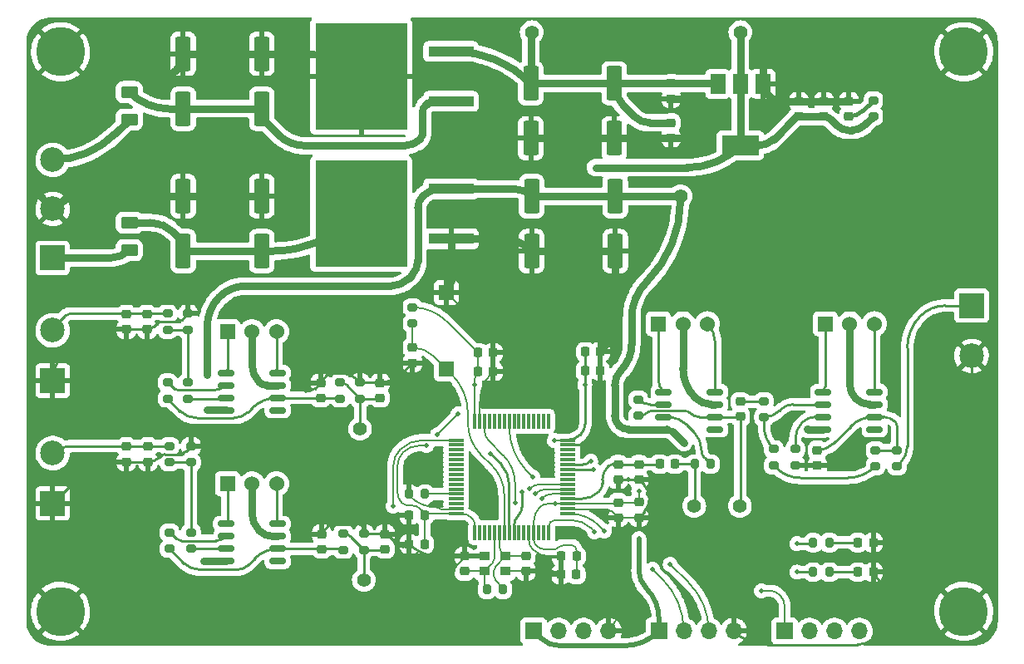
<source format=gbr>
%TF.GenerationSoftware,KiCad,Pcbnew,(6.0.2)*%
%TF.CreationDate,2022-04-24T20:48:30+08:00*%
%TF.ProjectId,wave_generator,77617665-5f67-4656-9e65-7261746f722e,rev?*%
%TF.SameCoordinates,Original*%
%TF.FileFunction,Copper,L1,Top*%
%TF.FilePolarity,Positive*%
%FSLAX46Y46*%
G04 Gerber Fmt 4.6, Leading zero omitted, Abs format (unit mm)*
G04 Created by KiCad (PCBNEW (6.0.2)) date 2022-04-24 20:48:30*
%MOMM*%
%LPD*%
G01*
G04 APERTURE LIST*
G04 Aperture macros list*
%AMRoundRect*
0 Rectangle with rounded corners*
0 $1 Rounding radius*
0 $2 $3 $4 $5 $6 $7 $8 $9 X,Y pos of 4 corners*
0 Add a 4 corners polygon primitive as box body*
4,1,4,$2,$3,$4,$5,$6,$7,$8,$9,$2,$3,0*
0 Add four circle primitives for the rounded corners*
1,1,$1+$1,$2,$3*
1,1,$1+$1,$4,$5*
1,1,$1+$1,$6,$7*
1,1,$1+$1,$8,$9*
0 Add four rect primitives between the rounded corners*
20,1,$1+$1,$2,$3,$4,$5,0*
20,1,$1+$1,$4,$5,$6,$7,0*
20,1,$1+$1,$6,$7,$8,$9,0*
20,1,$1+$1,$8,$9,$2,$3,0*%
G04 Aperture macros list end*
%TA.AperFunction,SMDPad,CuDef*%
%ADD10RoundRect,0.225000X0.225000X0.250000X-0.225000X0.250000X-0.225000X-0.250000X0.225000X-0.250000X0*%
%TD*%
%TA.AperFunction,SMDPad,CuDef*%
%ADD11RoundRect,0.075000X0.075000X-0.700000X0.075000X0.700000X-0.075000X0.700000X-0.075000X-0.700000X0*%
%TD*%
%TA.AperFunction,SMDPad,CuDef*%
%ADD12RoundRect,0.075000X0.700000X-0.075000X0.700000X0.075000X-0.700000X0.075000X-0.700000X-0.075000X0*%
%TD*%
%TA.AperFunction,SMDPad,CuDef*%
%ADD13RoundRect,0.200000X0.275000X-0.200000X0.275000X0.200000X-0.275000X0.200000X-0.275000X-0.200000X0*%
%TD*%
%TA.AperFunction,SMDPad,CuDef*%
%ADD14RoundRect,0.225000X-0.225000X-0.250000X0.225000X-0.250000X0.225000X0.250000X-0.225000X0.250000X0*%
%TD*%
%TA.AperFunction,SMDPad,CuDef*%
%ADD15RoundRect,0.225000X0.250000X-0.225000X0.250000X0.225000X-0.250000X0.225000X-0.250000X-0.225000X0*%
%TD*%
%TA.AperFunction,SMDPad,CuDef*%
%ADD16R,1.500000X1.500000*%
%TD*%
%TA.AperFunction,SMDPad,CuDef*%
%ADD17RoundRect,0.225000X-0.250000X0.225000X-0.250000X-0.225000X0.250000X-0.225000X0.250000X0.225000X0*%
%TD*%
%TA.AperFunction,SMDPad,CuDef*%
%ADD18R,4.600000X1.100000*%
%TD*%
%TA.AperFunction,SMDPad,CuDef*%
%ADD19R,9.400000X10.800000*%
%TD*%
%TA.AperFunction,ComponentPad*%
%ADD20R,1.524000X1.524000*%
%TD*%
%TA.AperFunction,ComponentPad*%
%ADD21C,1.524000*%
%TD*%
%TA.AperFunction,ComponentPad*%
%ADD22C,1.540000*%
%TD*%
%TA.AperFunction,SMDPad,CuDef*%
%ADD23RoundRect,0.150000X-0.675000X-0.150000X0.675000X-0.150000X0.675000X0.150000X-0.675000X0.150000X0*%
%TD*%
%TA.AperFunction,SMDPad,CuDef*%
%ADD24RoundRect,0.250000X-0.550000X1.500000X-0.550000X-1.500000X0.550000X-1.500000X0.550000X1.500000X0*%
%TD*%
%TA.AperFunction,SMDPad,CuDef*%
%ADD25RoundRect,0.200000X-0.275000X0.200000X-0.275000X-0.200000X0.275000X-0.200000X0.275000X0.200000X0*%
%TD*%
%TA.AperFunction,ComponentPad*%
%ADD26R,2.500000X2.500000*%
%TD*%
%TA.AperFunction,ComponentPad*%
%ADD27C,2.500000*%
%TD*%
%TA.AperFunction,ComponentPad*%
%ADD28C,5.000000*%
%TD*%
%TA.AperFunction,SMDPad,CuDef*%
%ADD29R,1.000000X0.900000*%
%TD*%
%TA.AperFunction,ComponentPad*%
%ADD30C,1.400000*%
%TD*%
%TA.AperFunction,SMDPad,CuDef*%
%ADD31RoundRect,0.200000X0.200000X0.275000X-0.200000X0.275000X-0.200000X-0.275000X0.200000X-0.275000X0*%
%TD*%
%TA.AperFunction,SMDPad,CuDef*%
%ADD32RoundRect,0.250000X0.625000X-0.375000X0.625000X0.375000X-0.625000X0.375000X-0.625000X-0.375000X0*%
%TD*%
%TA.AperFunction,SMDPad,CuDef*%
%ADD33RoundRect,0.250000X0.550000X-1.500000X0.550000X1.500000X-0.550000X1.500000X-0.550000X-1.500000X0*%
%TD*%
%TA.AperFunction,ComponentPad*%
%ADD34R,1.700000X1.700000*%
%TD*%
%TA.AperFunction,ComponentPad*%
%ADD35O,1.700000X1.700000*%
%TD*%
%TA.AperFunction,SMDPad,CuDef*%
%ADD36RoundRect,0.200000X-0.200000X-0.275000X0.200000X-0.275000X0.200000X0.275000X-0.200000X0.275000X0*%
%TD*%
%TA.AperFunction,SMDPad,CuDef*%
%ADD37RoundRect,0.218750X-0.256250X0.218750X-0.256250X-0.218750X0.256250X-0.218750X0.256250X0.218750X0*%
%TD*%
%TA.AperFunction,SMDPad,CuDef*%
%ADD38RoundRect,0.218750X0.218750X0.256250X-0.218750X0.256250X-0.218750X-0.256250X0.218750X-0.256250X0*%
%TD*%
%TA.AperFunction,SMDPad,CuDef*%
%ADD39R,1.500000X2.000000*%
%TD*%
%TA.AperFunction,SMDPad,CuDef*%
%ADD40R,3.800000X2.000000*%
%TD*%
%TA.AperFunction,ViaPad*%
%ADD41C,0.500000*%
%TD*%
%TA.AperFunction,Conductor*%
%ADD42C,0.254000*%
%TD*%
%TA.AperFunction,Conductor*%
%ADD43C,0.762000*%
%TD*%
%TA.AperFunction,Conductor*%
%ADD44C,0.200000*%
%TD*%
%TA.AperFunction,Conductor*%
%ADD45C,0.508000*%
%TD*%
%TA.AperFunction,Conductor*%
%ADD46C,0.381000*%
%TD*%
G04 APERTURE END LIST*
D10*
%TO.P,C32,1*%
%TO.N,+3V3*%
X156550000Y-120400000D03*
%TO.P,C32,2*%
%TO.N,GND*%
X155000000Y-120400000D03*
%TD*%
D11*
%TO.P,U8,1,VBAT*%
%TO.N,+3V3*%
X146200000Y-117975000D03*
%TO.P,U8,2,PC13*%
%TO.N,unconnected-(U8-Pad2)*%
X146700000Y-117975000D03*
%TO.P,U8,3,PC14*%
%TO.N,unconnected-(U8-Pad3)*%
X147200000Y-117975000D03*
%TO.P,U8,4,PC15*%
%TO.N,unconnected-(U8-Pad4)*%
X147700000Y-117975000D03*
%TO.P,U8,5,PD0*%
%TO.N,Net-(C22-Pad1)*%
X148200000Y-117975000D03*
%TO.P,U8,6,PD1*%
%TO.N,Net-(C23-Pad1)*%
X148700000Y-117975000D03*
%TO.P,U8,7,NRST*%
%TO.N,Net-(C21-Pad1)*%
X149200000Y-117975000D03*
%TO.P,U8,8,PC0*%
%TO.N,Net-(C19-Pad1)*%
X149700000Y-117975000D03*
%TO.P,U8,9,PC1*%
%TO.N,Net-(C20-Pad1)*%
X150200000Y-117975000D03*
%TO.P,U8,10,PC2*%
%TO.N,unconnected-(U8-Pad10)*%
X150700000Y-117975000D03*
%TO.P,U8,11,PC3*%
%TO.N,unconnected-(U8-Pad11)*%
X151200000Y-117975000D03*
%TO.P,U8,12,VSSA*%
%TO.N,GND*%
X151700000Y-117975000D03*
%TO.P,U8,13,VDDA*%
%TO.N,+3V3*%
X152200000Y-117975000D03*
%TO.P,U8,14,PA0*%
%TO.N,unconnected-(U8-Pad14)*%
X152700000Y-117975000D03*
%TO.P,U8,15,PA1*%
%TO.N,unconnected-(U8-Pad15)*%
X153200000Y-117975000D03*
%TO.P,U8,16,PA2*%
%TO.N,/USART_TX*%
X153700000Y-117975000D03*
D12*
%TO.P,U8,17,PA3*%
%TO.N,/USART_RX*%
X155625000Y-116050000D03*
%TO.P,U8,18,VSS*%
%TO.N,GND*%
X155625000Y-115550000D03*
%TO.P,U8,19,VDD*%
%TO.N,+3V3*%
X155625000Y-115050000D03*
%TO.P,U8,20,PA4*%
%TO.N,/DAC_OUT1*%
X155625000Y-114550000D03*
%TO.P,U8,21,PA5*%
%TO.N,/DAC_OUT2*%
X155625000Y-114050000D03*
%TO.P,U8,22,PA6*%
%TO.N,/PA6*%
X155625000Y-113550000D03*
%TO.P,U8,23,PA7*%
%TO.N,/PA7*%
X155625000Y-113050000D03*
%TO.P,U8,24,PC4*%
%TO.N,unconnected-(U8-Pad24)*%
X155625000Y-112550000D03*
%TO.P,U8,25,PC5*%
%TO.N,unconnected-(U8-Pad25)*%
X155625000Y-112050000D03*
%TO.P,U8,26,PB0*%
%TO.N,/Freq_LED*%
X155625000Y-111550000D03*
%TO.P,U8,27,PB1*%
%TO.N,/Amp_LED*%
X155625000Y-111050000D03*
%TO.P,U8,28,PB2*%
%TO.N,unconnected-(U8-Pad28)*%
X155625000Y-110550000D03*
%TO.P,U8,29,PB10*%
%TO.N,unconnected-(U8-Pad29)*%
X155625000Y-110050000D03*
%TO.P,U8,30,PB11*%
%TO.N,unconnected-(U8-Pad30)*%
X155625000Y-109550000D03*
%TO.P,U8,31,VSS*%
%TO.N,GND*%
X155625000Y-109050000D03*
%TO.P,U8,32,VDD*%
%TO.N,+3V3*%
X155625000Y-108550000D03*
D11*
%TO.P,U8,33,PB12*%
%TO.N,unconnected-(U8-Pad33)*%
X153700000Y-106625000D03*
%TO.P,U8,34,PB13*%
%TO.N,unconnected-(U8-Pad34)*%
X153200000Y-106625000D03*
%TO.P,U8,35,PB14*%
%TO.N,unconnected-(U8-Pad35)*%
X152700000Y-106625000D03*
%TO.P,U8,36,PB15*%
%TO.N,unconnected-(U8-Pad36)*%
X152200000Y-106625000D03*
%TO.P,U8,37,PC6*%
%TO.N,unconnected-(U8-Pad37)*%
X151700000Y-106625000D03*
%TO.P,U8,38,PC7*%
%TO.N,unconnected-(U8-Pad38)*%
X151200000Y-106625000D03*
%TO.P,U8,39,PC8*%
%TO.N,unconnected-(U8-Pad39)*%
X150700000Y-106625000D03*
%TO.P,U8,40,PC9*%
%TO.N,unconnected-(U8-Pad40)*%
X150200000Y-106625000D03*
%TO.P,U8,41,PA8*%
%TO.N,/PA8*%
X149700000Y-106625000D03*
%TO.P,U8,42,PA9*%
%TO.N,unconnected-(U8-Pad42)*%
X149200000Y-106625000D03*
%TO.P,U8,43,PA10*%
%TO.N,unconnected-(U8-Pad43)*%
X148700000Y-106625000D03*
%TO.P,U8,44,PA11*%
%TO.N,unconnected-(U8-Pad44)*%
X148200000Y-106625000D03*
%TO.P,U8,45,PA12*%
%TO.N,unconnected-(U8-Pad45)*%
X147700000Y-106625000D03*
%TO.P,U8,46,PA13*%
%TO.N,/SWDIO*%
X147200000Y-106625000D03*
%TO.P,U8,47,VSS*%
%TO.N,GND*%
X146700000Y-106625000D03*
%TO.P,U8,48,VDD*%
%TO.N,+3V3*%
X146200000Y-106625000D03*
D12*
%TO.P,U8,49,PA14*%
%TO.N,/SWCLK*%
X144275000Y-108550000D03*
%TO.P,U8,50,PA15*%
%TO.N,unconnected-(U8-Pad50)*%
X144275000Y-109050000D03*
%TO.P,U8,51,PC10*%
%TO.N,unconnected-(U8-Pad51)*%
X144275000Y-109550000D03*
%TO.P,U8,52,PC11*%
%TO.N,unconnected-(U8-Pad52)*%
X144275000Y-110050000D03*
%TO.P,U8,53,PC12*%
%TO.N,unconnected-(U8-Pad53)*%
X144275000Y-110550000D03*
%TO.P,U8,54,PD2*%
%TO.N,unconnected-(U8-Pad54)*%
X144275000Y-111050000D03*
%TO.P,U8,55,PB3*%
%TO.N,unconnected-(U8-Pad55)*%
X144275000Y-111550000D03*
%TO.P,U8,56,PB4*%
%TO.N,unconnected-(U8-Pad56)*%
X144275000Y-112050000D03*
%TO.P,U8,57,PB5*%
%TO.N,unconnected-(U8-Pad57)*%
X144275000Y-112550000D03*
%TO.P,U8,58,PB6*%
%TO.N,unconnected-(U8-Pad58)*%
X144275000Y-113050000D03*
%TO.P,U8,59,PB7*%
%TO.N,unconnected-(U8-Pad59)*%
X144275000Y-113550000D03*
%TO.P,U8,60,BOOT0*%
%TO.N,Net-(R14-Pad1)*%
X144275000Y-114050000D03*
%TO.P,U8,61,PB8*%
%TO.N,unconnected-(U8-Pad61)*%
X144275000Y-114550000D03*
%TO.P,U8,62,PB9*%
%TO.N,unconnected-(U8-Pad62)*%
X144275000Y-115050000D03*
%TO.P,U8,63,VSS*%
%TO.N,GND*%
X144275000Y-115550000D03*
%TO.P,U8,64,VDD*%
%TO.N,+3V3*%
X144275000Y-116050000D03*
%TD*%
D13*
%TO.P,R11,1*%
%TO.N,Net-(C18-Pad1)*%
X115100000Y-119625000D03*
%TO.P,R11,2*%
%TO.N,Net-(R11-Pad2)*%
X115100000Y-117975000D03*
%TD*%
D14*
%TO.P,C33,1*%
%TO.N,+3V3*%
X157425000Y-101500000D03*
%TO.P,C33,2*%
%TO.N,GND*%
X158975000Y-101500000D03*
%TD*%
D15*
%TO.P,C11,1*%
%TO.N,+3V3*%
X179200000Y-75575000D03*
%TO.P,C11,2*%
%TO.N,GND*%
X179200000Y-74025000D03*
%TD*%
D16*
%TO.P,RST1,1,1*%
%TO.N,GND*%
X143300000Y-93500000D03*
%TO.P,RST1,2,2*%
%TO.N,Net-(C21-Pad1)*%
X143300000Y-101300000D03*
%TD*%
D17*
%TO.P,C24,1*%
%TO.N,/DAC_OUT1*%
X160800000Y-111025000D03*
%TO.P,C24,2*%
%TO.N,GND*%
X160800000Y-112575000D03*
%TD*%
D18*
%TO.P,U2,1,GND*%
%TO.N,GND*%
X143775000Y-88040000D03*
D19*
%TO.P,U2,2,VI*%
%TO.N,Net-(C5-Pad2)*%
X134625000Y-85500000D03*
D18*
%TO.P,U2,3,VO*%
%TO.N,-9V*%
X143775000Y-82960000D03*
%TD*%
D13*
%TO.P,R4,1*%
%TO.N,Net-(C15-Pad1)*%
X114900000Y-104325000D03*
%TO.P,R4,2*%
%TO.N,Net-(R4-Pad2)*%
X114900000Y-102675000D03*
%TD*%
D20*
%TO.P,RV3,1,1*%
%TO.N,Net-(RV3-Pad1)*%
X164900000Y-96700000D03*
D21*
%TO.P,RV3,2,2*%
%TO.N,+9V*%
X167400000Y-96700000D03*
D22*
%TO.P,RV3,3,3*%
%TO.N,Net-(RV3-Pad3)*%
X169900000Y-96700000D03*
%TD*%
D20*
%TO.P,RV2,1,1*%
%TO.N,Net-(RV2-Pad1)*%
X121000000Y-113000000D03*
D21*
%TO.P,RV2,2,2*%
%TO.N,+9V*%
X123500000Y-113000000D03*
D22*
%TO.P,RV2,3,3*%
%TO.N,Net-(RV2-Pad3)*%
X126000000Y-113000000D03*
%TD*%
D23*
%TO.P,U4,1,VOS*%
%TO.N,Net-(RV1-Pad1)*%
X120875000Y-101695000D03*
%TO.P,U4,2,-*%
%TO.N,Net-(R4-Pad2)*%
X120875000Y-102965000D03*
%TO.P,U4,3,+*%
%TO.N,Net-(R3-Pad1)*%
X120875000Y-104235000D03*
%TO.P,U4,4,V-*%
%TO.N,-9V*%
X120875000Y-105505000D03*
%TO.P,U4,5,NC*%
%TO.N,unconnected-(U4-Pad5)*%
X126125000Y-105505000D03*
%TO.P,U4,6*%
%TO.N,Net-(C15-Pad1)*%
X126125000Y-104235000D03*
%TO.P,U4,7,V+*%
%TO.N,+9V*%
X126125000Y-102965000D03*
%TO.P,U4,8,VOS*%
%TO.N,Net-(RV1-Pad3)*%
X126125000Y-101695000D03*
%TD*%
D24*
%TO.P,C5,1*%
%TO.N,GND*%
X116500000Y-83700000D03*
%TO.P,C5,2*%
%TO.N,Net-(C5-Pad2)*%
X116500000Y-89300000D03*
%TD*%
D23*
%TO.P,U5,1,VOS*%
%TO.N,Net-(RV2-Pad1)*%
X120875000Y-117095000D03*
%TO.P,U5,2,-*%
%TO.N,Net-(R11-Pad2)*%
X120875000Y-118365000D03*
%TO.P,U5,3,+*%
%TO.N,Net-(R9-Pad1)*%
X120875000Y-119635000D03*
%TO.P,U5,4,V-*%
%TO.N,-9V*%
X120875000Y-120905000D03*
%TO.P,U5,5,NC*%
%TO.N,unconnected-(U5-Pad5)*%
X126125000Y-120905000D03*
%TO.P,U5,6*%
%TO.N,Net-(C18-Pad1)*%
X126125000Y-119635000D03*
%TO.P,U5,7,V+*%
%TO.N,+9V*%
X126125000Y-118365000D03*
%TO.P,U5,8,VOS*%
%TO.N,Net-(RV2-Pad3)*%
X126125000Y-117095000D03*
%TD*%
D15*
%TO.P,C22,1*%
%TO.N,Net-(C22-Pad1)*%
X145150000Y-121925000D03*
%TO.P,C22,2*%
%TO.N,GND*%
X145150000Y-120375000D03*
%TD*%
D25*
%TO.P,R24,1*%
%TO.N,Net-(D1-Pad2)*%
X186800000Y-73925000D03*
%TO.P,R24,2*%
%TO.N,+3V3*%
X186800000Y-75575000D03*
%TD*%
D26*
%TO.P,J2,1,1*%
%TO.N,GND*%
X103200000Y-102500000D03*
D27*
%TO.P,J2,2,2*%
%TO.N,/Frequency*%
X103200000Y-97365851D03*
%TD*%
D28*
%TO.P,W3,1,1*%
%TO.N,GND*%
X104000000Y-126000000D03*
%TD*%
D23*
%TO.P,U6,1,VOS*%
%TO.N,Net-(RV3-Pad1)*%
X165425000Y-103645000D03*
%TO.P,U6,2,-*%
%TO.N,Net-(R18-Pad2)*%
X165425000Y-104915000D03*
%TO.P,U6,3,+*%
%TO.N,Net-(R17-Pad1)*%
X165425000Y-106185000D03*
%TO.P,U6,4,V-*%
%TO.N,-9V*%
X165425000Y-107455000D03*
%TO.P,U6,5,NC*%
%TO.N,unconnected-(U6-Pad5)*%
X170675000Y-107455000D03*
%TO.P,U6,6*%
%TO.N,/OUT_TEMP*%
X170675000Y-106185000D03*
%TO.P,U6,7,V+*%
%TO.N,+9V*%
X170675000Y-104915000D03*
%TO.P,U6,8,VOS*%
%TO.N,Net-(RV3-Pad3)*%
X170675000Y-103645000D03*
%TD*%
D17*
%TO.P,C23,1*%
%TO.N,Net-(C23-Pad1)*%
X151400000Y-120375000D03*
%TO.P,C23,2*%
%TO.N,GND*%
X151400000Y-121925000D03*
%TD*%
D13*
%TO.P,R18,1*%
%TO.N,/OUT_TEMP*%
X162850000Y-106075000D03*
%TO.P,R18,2*%
%TO.N,Net-(R18-Pad2)*%
X162850000Y-104425000D03*
%TD*%
D29*
%TO.P,X1,1,OSC1*%
%TO.N,Net-(C23-Pad1)*%
X149325000Y-120375000D03*
%TO.P,X1,2,GND*%
%TO.N,GND*%
X147175000Y-120375000D03*
%TO.P,X1,3,OSC2*%
%TO.N,Net-(C22-Pad1)*%
X147175000Y-121925000D03*
%TO.P,X1,4,GND*%
%TO.N,GND*%
X149325000Y-121925000D03*
%TD*%
D30*
%TO.P,TP5,1,1*%
%TO.N,+9V*%
X152000000Y-67000000D03*
%TD*%
D14*
%TO.P,C26,1*%
%TO.N,/DAC_OUT1*%
X165025000Y-111000000D03*
%TO.P,C26,2*%
%TO.N,Net-(C26-Pad2)*%
X166575000Y-111000000D03*
%TD*%
D31*
%TO.P,R14,1*%
%TO.N,Net-(R14-Pad1)*%
X141125000Y-114050000D03*
%TO.P,R14,2*%
%TO.N,GND*%
X139475000Y-114050000D03*
%TD*%
D25*
%TO.P,R15,1*%
%TO.N,+3V3*%
X139850000Y-95025000D03*
%TO.P,R15,2*%
%TO.N,Net-(C21-Pad1)*%
X139850000Y-96675000D03*
%TD*%
D32*
%TO.P,F1,1*%
%TO.N,/+15V*%
X111000000Y-75900000D03*
%TO.P,F1,2*%
%TO.N,Net-(C1-Pad1)*%
X111000000Y-73100000D03*
%TD*%
D25*
%TO.P,R6,1*%
%TO.N,GND*%
X134500000Y-102675000D03*
%TO.P,R6,2*%
%TO.N,Net-(C19-Pad1)*%
X134500000Y-104325000D03*
%TD*%
D33*
%TO.P,C2,1*%
%TO.N,Net-(C1-Pad1)*%
X116500000Y-74800000D03*
%TO.P,C2,2*%
%TO.N,GND*%
X116500000Y-69200000D03*
%TD*%
D13*
%TO.P,R19,1*%
%TO.N,Net-(R19-Pad1)*%
X175650000Y-106225000D03*
%TO.P,R19,2*%
%TO.N,Net-(C27-Pad2)*%
X175650000Y-104575000D03*
%TD*%
D17*
%TO.P,C28,1*%
%TO.N,Net-(C28-Pad1)*%
X181100000Y-109575000D03*
%TO.P,C28,2*%
%TO.N,GND*%
X181100000Y-111125000D03*
%TD*%
D15*
%TO.P,C27,1*%
%TO.N,/OUT_TEMP*%
X173250000Y-106175000D03*
%TO.P,C27,2*%
%TO.N,Net-(C27-Pad2)*%
X173250000Y-104625000D03*
%TD*%
D34*
%TO.P,J6,1,Pin_1*%
%TO.N,+3V3*%
X152200000Y-128000000D03*
D35*
%TO.P,J6,2,Pin_2*%
%TO.N,/SWDIO*%
X154740000Y-128000000D03*
%TO.P,J6,3,Pin_3*%
%TO.N,/SWCLK*%
X157280000Y-128000000D03*
%TO.P,J6,4,Pin_4*%
%TO.N,GND*%
X159820000Y-128000000D03*
%TD*%
D32*
%TO.P,F2,1*%
%TO.N,/-15V*%
X111000000Y-89200000D03*
%TO.P,F2,2*%
%TO.N,Net-(C5-Pad2)*%
X111000000Y-86400000D03*
%TD*%
D17*
%TO.P,C25,1*%
%TO.N,/DAC_OUT1*%
X162900000Y-111025000D03*
%TO.P,C25,2*%
%TO.N,GND*%
X162900000Y-112575000D03*
%TD*%
D13*
%TO.P,R22,1*%
%TO.N,Net-(R21-Pad2)*%
X187000000Y-111225000D03*
%TO.P,R22,2*%
%TO.N,Net-(C28-Pad1)*%
X187000000Y-109575000D03*
%TD*%
D30*
%TO.P,TP3,1,1*%
%TO.N,Net-(C26-Pad2)*%
X168550000Y-115250000D03*
%TD*%
D36*
%TO.P,R26,1*%
%TO.N,/Freq_LED*%
X180675000Y-122000000D03*
%TO.P,R26,2*%
%TO.N,Net-(D3-Pad2)*%
X182325000Y-122000000D03*
%TD*%
D26*
%TO.P,J3,1,1*%
%TO.N,GND*%
X103200000Y-115000000D03*
D27*
%TO.P,J3,2,2*%
%TO.N,/Amplitude*%
X103200000Y-109865851D03*
%TD*%
D17*
%TO.P,C21,1*%
%TO.N,Net-(C21-Pad1)*%
X139850000Y-99125000D03*
%TO.P,C21,2*%
%TO.N,GND*%
X139850000Y-100675000D03*
%TD*%
%TO.P,C10,1*%
%TO.N,+9V*%
X166200000Y-72215000D03*
%TO.P,C10,2*%
%TO.N,GND*%
X166200000Y-73765000D03*
%TD*%
D28*
%TO.P,W2,1,1*%
%TO.N,GND*%
X196000000Y-69000000D03*
%TD*%
D20*
%TO.P,RV4,1,1*%
%TO.N,Net-(RV4-Pad1)*%
X181900000Y-96700000D03*
D21*
%TO.P,RV4,2,2*%
%TO.N,+9V*%
X184400000Y-96700000D03*
D22*
%TO.P,RV4,3,3*%
%TO.N,Net-(RV4-Pad3)*%
X186900000Y-96700000D03*
%TD*%
D17*
%TO.P,C31,1*%
%TO.N,+3V3*%
X160800000Y-114900000D03*
%TO.P,C31,2*%
%TO.N,GND*%
X160800000Y-116450000D03*
%TD*%
%TO.P,C36,1*%
%TO.N,+3V3*%
X162900000Y-114875000D03*
%TO.P,C36,2*%
%TO.N,GND*%
X162900000Y-116425000D03*
%TD*%
D30*
%TO.P,TP1,1,1*%
%TO.N,Net-(C19-Pad1)*%
X134500000Y-107400000D03*
%TD*%
D24*
%TO.P,C4,1*%
%TO.N,+9V*%
X160400000Y-72200000D03*
%TO.P,C4,2*%
%TO.N,GND*%
X160400000Y-77800000D03*
%TD*%
D10*
%TO.P,C29,1*%
%TO.N,+3V3*%
X141075000Y-116200000D03*
%TO.P,C29,2*%
%TO.N,GND*%
X139525000Y-116200000D03*
%TD*%
D30*
%TO.P,TP2,1,1*%
%TO.N,Net-(C20-Pad1)*%
X134900000Y-122800000D03*
%TD*%
D37*
%TO.P,power,1,K*%
%TO.N,GND*%
X184300000Y-74012500D03*
%TO.P,power,2,A*%
%TO.N,Net-(D1-Pad2)*%
X184300000Y-75587500D03*
%TD*%
D10*
%TO.P,C34,1*%
%TO.N,+3V3*%
X141075000Y-119150000D03*
%TO.P,C34,2*%
%TO.N,GND*%
X139525000Y-119150000D03*
%TD*%
D17*
%TO.P,C14,1*%
%TO.N,/Frequency*%
X112800000Y-95725000D03*
%TO.P,C14,2*%
%TO.N,GND*%
X112800000Y-97275000D03*
%TD*%
D23*
%TO.P,U7,1,VOS*%
%TO.N,Net-(RV4-Pad1)*%
X181675000Y-103645000D03*
%TO.P,U7,2,-*%
%TO.N,Net-(R19-Pad1)*%
X181675000Y-104915000D03*
%TO.P,U7,3,+*%
%TO.N,Net-(R20-Pad1)*%
X181675000Y-106185000D03*
%TO.P,U7,4,V-*%
%TO.N,-9V*%
X181675000Y-107455000D03*
%TO.P,U7,5,NC*%
%TO.N,unconnected-(U7-Pad5)*%
X186925000Y-107455000D03*
%TO.P,U7,6*%
%TO.N,Net-(C28-Pad1)*%
X186925000Y-106185000D03*
%TO.P,U7,7,V+*%
%TO.N,+9V*%
X186925000Y-104915000D03*
%TO.P,U7,8,VOS*%
%TO.N,Net-(RV4-Pad3)*%
X186925000Y-103645000D03*
%TD*%
D31*
%TO.P,R17,1*%
%TO.N,Net-(R17-Pad1)*%
X170225000Y-111000000D03*
%TO.P,R17,2*%
%TO.N,Net-(C26-Pad2)*%
X168575000Y-111000000D03*
%TD*%
D38*
%TO.P,freq,1,K*%
%TO.N,GND*%
X186787500Y-122000000D03*
%TO.P,freq,2,A*%
%TO.N,Net-(D3-Pad2)*%
X185212500Y-122000000D03*
%TD*%
D25*
%TO.P,R13,1*%
%TO.N,GND*%
X134900000Y-118075000D03*
%TO.P,R13,2*%
%TO.N,Net-(C20-Pad1)*%
X134900000Y-119725000D03*
%TD*%
D39*
%TO.P,U3,1,GND*%
%TO.N,GND*%
X175550000Y-72250000D03*
%TO.P,U3,2,VO*%
%TO.N,+3V3*%
X173250000Y-72250000D03*
D40*
X173250000Y-78550000D03*
D39*
%TO.P,U3,3,VI*%
%TO.N,+9V*%
X170950000Y-72250000D03*
%TD*%
D17*
%TO.P,C16,1*%
%TO.N,/Amplitude*%
X110700000Y-109225000D03*
%TO.P,C16,2*%
%TO.N,GND*%
X110700000Y-110775000D03*
%TD*%
%TO.P,C9,1*%
%TO.N,+9V*%
X166200000Y-76225000D03*
%TO.P,C9,2*%
%TO.N,GND*%
X166200000Y-77775000D03*
%TD*%
D38*
%TO.P,amp,1,K*%
%TO.N,GND*%
X186787500Y-119000000D03*
%TO.P,amp,2,A*%
%TO.N,Net-(D2-Pad2)*%
X185212500Y-119000000D03*
%TD*%
D13*
%TO.P,R2,1*%
%TO.N,Net-(R1-Pad1)*%
X117000000Y-97325000D03*
%TO.P,R2,2*%
%TO.N,GND*%
X117000000Y-95675000D03*
%TD*%
D30*
%TO.P,TP4,1,1*%
%TO.N,/OUT_TEMP*%
X173200000Y-115250000D03*
%TD*%
D24*
%TO.P,C6,1*%
%TO.N,GND*%
X124500000Y-83700000D03*
%TO.P,C6,2*%
%TO.N,Net-(C5-Pad2)*%
X124500000Y-89300000D03*
%TD*%
D17*
%TO.P,C13,1*%
%TO.N,/Frequency*%
X110700000Y-95725000D03*
%TO.P,C13,2*%
%TO.N,GND*%
X110700000Y-97275000D03*
%TD*%
D13*
%TO.P,R9,1*%
%TO.N,Net-(R9-Pad1)*%
X117300000Y-119625000D03*
%TO.P,R9,2*%
%TO.N,Net-(R7-Pad1)*%
X117300000Y-117975000D03*
%TD*%
D14*
%TO.P,C38,1*%
%TO.N,+3V3*%
X157450000Y-99550000D03*
%TO.P,C38,2*%
%TO.N,GND*%
X159000000Y-99550000D03*
%TD*%
D15*
%TO.P,C12,1*%
%TO.N,+3V3*%
X181750000Y-75575000D03*
%TO.P,C12,2*%
%TO.N,GND*%
X181750000Y-74025000D03*
%TD*%
%TO.P,C18,1*%
%TO.N,Net-(C18-Pad1)*%
X130600000Y-119675000D03*
%TO.P,C18,2*%
%TO.N,GND*%
X130600000Y-118125000D03*
%TD*%
D25*
%TO.P,R12,1*%
%TO.N,Net-(C20-Pad1)*%
X132800000Y-118075000D03*
%TO.P,R12,2*%
%TO.N,Net-(C18-Pad1)*%
X132800000Y-119725000D03*
%TD*%
D17*
%TO.P,C17,1*%
%TO.N,/Amplitude*%
X112900000Y-109225000D03*
%TO.P,C17,2*%
%TO.N,GND*%
X112900000Y-110775000D03*
%TD*%
D25*
%TO.P,R20,1*%
%TO.N,Net-(R20-Pad1)*%
X178850000Y-109475000D03*
%TO.P,R20,2*%
%TO.N,GND*%
X178850000Y-111125000D03*
%TD*%
D15*
%TO.P,C19,1*%
%TO.N,Net-(C19-Pad1)*%
X136550000Y-104275000D03*
%TO.P,C19,2*%
%TO.N,GND*%
X136550000Y-102725000D03*
%TD*%
D31*
%TO.P,R16,1*%
%TO.N,Net-(C23-Pad1)*%
X149075000Y-123750000D03*
%TO.P,R16,2*%
%TO.N,Net-(C22-Pad1)*%
X147425000Y-123750000D03*
%TD*%
D18*
%TO.P,U1,1,IN*%
%TO.N,Net-(C1-Pad1)*%
X143775000Y-74040000D03*
D19*
%TO.P,U1,2,GND*%
%TO.N,GND*%
X134625000Y-71500000D03*
D18*
%TO.P,U1,3,OUT*%
%TO.N,+9V*%
X143775000Y-68960000D03*
%TD*%
D20*
%TO.P,RV1,1,1*%
%TO.N,Net-(RV1-Pad1)*%
X121000000Y-97500000D03*
D21*
%TO.P,RV1,2,2*%
%TO.N,+9V*%
X123500000Y-97500000D03*
D22*
%TO.P,RV1,3,3*%
%TO.N,Net-(RV1-Pad3)*%
X126000000Y-97500000D03*
%TD*%
D14*
%TO.P,C30,1*%
%TO.N,+3V3*%
X146525000Y-101550000D03*
%TO.P,C30,2*%
%TO.N,GND*%
X148075000Y-101550000D03*
%TD*%
D30*
%TO.P,TP7,1,1*%
%TO.N,-9V*%
X167150000Y-83700000D03*
%TD*%
D33*
%TO.P,C7,1*%
%TO.N,GND*%
X160500000Y-89300000D03*
%TO.P,C7,2*%
%TO.N,-9V*%
X160500000Y-83700000D03*
%TD*%
D13*
%TO.P,R1,1*%
%TO.N,Net-(R1-Pad1)*%
X114900000Y-97325000D03*
%TO.P,R1,2*%
%TO.N,/Frequency*%
X114900000Y-95675000D03*
%TD*%
D28*
%TO.P,W1,1,1*%
%TO.N,GND*%
X104000000Y-69000000D03*
%TD*%
D26*
%TO.P,J4,1,1*%
%TO.N,Net-(J4-Pad1)*%
X196800000Y-94850000D03*
D27*
%TO.P,J4,2,2*%
%TO.N,GND*%
X196800000Y-99984149D03*
%TD*%
D13*
%TO.P,R7,1*%
%TO.N,Net-(R7-Pad1)*%
X115100000Y-110825000D03*
%TO.P,R7,2*%
%TO.N,/Amplitude*%
X115100000Y-109175000D03*
%TD*%
D15*
%TO.P,C20,1*%
%TO.N,Net-(C20-Pad1)*%
X137050000Y-119675000D03*
%TO.P,C20,2*%
%TO.N,GND*%
X137050000Y-118125000D03*
%TD*%
D33*
%TO.P,C8,1*%
%TO.N,GND*%
X152000000Y-89300000D03*
%TO.P,C8,2*%
%TO.N,-9V*%
X152000000Y-83700000D03*
%TD*%
D10*
%TO.P,C37,1*%
%TO.N,+3V3*%
X156525000Y-122250000D03*
%TO.P,C37,2*%
%TO.N,GND*%
X154975000Y-122250000D03*
%TD*%
D13*
%TO.P,R3,1*%
%TO.N,Net-(R3-Pad1)*%
X117000000Y-104325000D03*
%TO.P,R3,2*%
%TO.N,Net-(R1-Pad1)*%
X117000000Y-102675000D03*
%TD*%
D36*
%TO.P,R25,1*%
%TO.N,/Amp_LED*%
X180675000Y-119000000D03*
%TO.P,R25,2*%
%TO.N,Net-(D2-Pad2)*%
X182325000Y-119000000D03*
%TD*%
D28*
%TO.P,W4,1,1*%
%TO.N,GND*%
X196000000Y-126000000D03*
%TD*%
D15*
%TO.P,C15,1*%
%TO.N,Net-(C15-Pad1)*%
X130500000Y-104275000D03*
%TO.P,C15,2*%
%TO.N,GND*%
X130500000Y-102725000D03*
%TD*%
D34*
%TO.P,J5,1,Pin_1*%
%TO.N,+3V3*%
X164950000Y-128000000D03*
D35*
%TO.P,J5,2,Pin_2*%
%TO.N,/USART_TX*%
X167490000Y-128000000D03*
%TO.P,J5,3,Pin_3*%
%TO.N,/USART_RX*%
X170030000Y-128000000D03*
%TO.P,J5,4,Pin_4*%
%TO.N,GND*%
X172570000Y-128000000D03*
%TD*%
D34*
%TO.P,J7,1,Pin_1*%
%TO.N,/DAC_OUT2*%
X177750000Y-128000000D03*
D35*
%TO.P,J7,2,Pin_2*%
%TO.N,/PA6*%
X180290000Y-128000000D03*
%TO.P,J7,3,Pin_3*%
%TO.N,/PA7*%
X182830000Y-128000000D03*
%TO.P,J7,4,Pin_4*%
%TO.N,/PA8*%
X185370000Y-128000000D03*
%TD*%
D30*
%TO.P,TP6,1,1*%
%TO.N,+3V3*%
X173250000Y-67000000D03*
%TD*%
D25*
%TO.P,R21,1*%
%TO.N,Net-(R19-Pad1)*%
X176650000Y-109475000D03*
%TO.P,R21,2*%
%TO.N,Net-(R21-Pad2)*%
X176650000Y-111125000D03*
%TD*%
D26*
%TO.P,J1,1,1*%
%TO.N,/-15V*%
X103200000Y-90000000D03*
D27*
%TO.P,J1,2,2*%
%TO.N,GND*%
X103200000Y-85000000D03*
%TO.P,J1,3,3*%
%TO.N,/+15V*%
X103200000Y-80000000D03*
%TD*%
D13*
%TO.P,R23,1*%
%TO.N,Net-(J4-Pad1)*%
X189200000Y-111225000D03*
%TO.P,R23,2*%
%TO.N,Net-(C28-Pad1)*%
X189200000Y-109575000D03*
%TD*%
D14*
%TO.P,C35,1*%
%TO.N,+3V3*%
X146525000Y-99650000D03*
%TO.P,C35,2*%
%TO.N,GND*%
X148075000Y-99650000D03*
%TD*%
D33*
%TO.P,C1,1*%
%TO.N,Net-(C1-Pad1)*%
X124500000Y-74800000D03*
%TO.P,C1,2*%
%TO.N,GND*%
X124500000Y-69200000D03*
%TD*%
D24*
%TO.P,C3,1*%
%TO.N,+9V*%
X151900000Y-72200000D03*
%TO.P,C3,2*%
%TO.N,GND*%
X151900000Y-77800000D03*
%TD*%
D25*
%TO.P,R5,1*%
%TO.N,Net-(C19-Pad1)*%
X132500000Y-102675000D03*
%TO.P,R5,2*%
%TO.N,Net-(C15-Pad1)*%
X132500000Y-104325000D03*
%TD*%
%TO.P,R8,1*%
%TO.N,GND*%
X117300000Y-109175000D03*
%TO.P,R8,2*%
%TO.N,Net-(R7-Pad1)*%
X117300000Y-110825000D03*
%TD*%
D41*
%TO.N,GND*%
X178400000Y-106200000D03*
X140300000Y-111000000D03*
X178600000Y-99600000D03*
X198200000Y-88500000D03*
X191700000Y-124300000D03*
X194000000Y-104900000D03*
X110500000Y-119400000D03*
X107500000Y-66300000D03*
X104200000Y-121800000D03*
X156200000Y-77800000D03*
X174700000Y-108700000D03*
X156200000Y-89200000D03*
X127787400Y-91414600D03*
X190900000Y-82600000D03*
X177600000Y-88600000D03*
X191100000Y-104800000D03*
X126600000Y-66400000D03*
X198200000Y-113500000D03*
X134300000Y-111400000D03*
X180400000Y-78500000D03*
X148500000Y-128500000D03*
X101700000Y-106300000D03*
X133223000Y-98221800D03*
X192200000Y-96700000D03*
X175900000Y-83300000D03*
X198500000Y-75000000D03*
X198200000Y-118600000D03*
X142697200Y-85547200D03*
X184318934Y-111125000D03*
X120500000Y-79000000D03*
X170600000Y-66500000D03*
X109200000Y-100900000D03*
X130962400Y-94665800D03*
X129200000Y-128600000D03*
X110100000Y-114200000D03*
X133200000Y-128600000D03*
X175500000Y-112800000D03*
X111600000Y-104000000D03*
X196000000Y-121800000D03*
X191200000Y-67900000D03*
X158400000Y-92800000D03*
X155500000Y-104700000D03*
X109800000Y-66200000D03*
X198500000Y-122600000D03*
X168500000Y-66500000D03*
X198200000Y-116100000D03*
X147200000Y-114900000D03*
X175800000Y-94700000D03*
X198200000Y-91300000D03*
X114200000Y-128700000D03*
X161700000Y-66500000D03*
X127228600Y-94716600D03*
X129700000Y-98300000D03*
X189200000Y-88500000D03*
X130000000Y-111200000D03*
X111200000Y-79900000D03*
X113512600Y-77393800D03*
X185900000Y-80200000D03*
X105800000Y-77400000D03*
X193900000Y-107700000D03*
X107800000Y-75300000D03*
X198400000Y-77600000D03*
X134543800Y-94665800D03*
X101200000Y-118800000D03*
X127900000Y-82600000D03*
X198100000Y-120700000D03*
X128092200Y-75895200D03*
X179500000Y-115500000D03*
X103200000Y-77400000D03*
X198300000Y-82900000D03*
X194300000Y-86700000D03*
X101700000Y-73000000D03*
X113900000Y-107000000D03*
X141225000Y-100675000D03*
X150300000Y-104400000D03*
X110600000Y-128700000D03*
X176700000Y-66500000D03*
X194300000Y-76100000D03*
X151400000Y-108900000D03*
X101300000Y-112500000D03*
X120400000Y-71900000D03*
X191500000Y-70500000D03*
X156800000Y-96800000D03*
X126200000Y-79900000D03*
X172700000Y-83700000D03*
X169600000Y-75500000D03*
X120400000Y-86700000D03*
X180300000Y-66800000D03*
X179806600Y-91973400D03*
X194000000Y-100000000D03*
X114600000Y-112900000D03*
X130700000Y-124600000D03*
X154000000Y-93200000D03*
X159400000Y-66500000D03*
X184600000Y-85700000D03*
X125300000Y-128700000D03*
X198200000Y-111100000D03*
X166100000Y-66500000D03*
X136700000Y-128600000D03*
X149100000Y-92600000D03*
X147400000Y-81000000D03*
X188000000Y-112400000D03*
X137109200Y-97180400D03*
X198200000Y-103500000D03*
X140300000Y-128600000D03*
X194000000Y-102500000D03*
X120900000Y-92000000D03*
X161825000Y-112575000D03*
X175550000Y-69920710D03*
X123900000Y-124700000D03*
X145500000Y-71600000D03*
X131900000Y-114000000D03*
X195900000Y-73300000D03*
X147500000Y-74400000D03*
X138400000Y-105700000D03*
X146400000Y-111500000D03*
X191200000Y-98600000D03*
X126900000Y-108700000D03*
X108400000Y-106400000D03*
X181000000Y-86800000D03*
X192900000Y-72400000D03*
X173800000Y-99200000D03*
X106300000Y-102200000D03*
X122072400Y-108559600D03*
X112600000Y-99900000D03*
X140300000Y-122700000D03*
X107900000Y-70800000D03*
X112400000Y-66200000D03*
X121800000Y-128700000D03*
X122900000Y-66400000D03*
X108100000Y-127500000D03*
X147400000Y-77900000D03*
X142500000Y-125800000D03*
X143300000Y-95200000D03*
X103800000Y-73100000D03*
X163900000Y-66500000D03*
X108300000Y-124900000D03*
X192200000Y-66100000D03*
X116100000Y-92300000D03*
X190100000Y-116000000D03*
X115900000Y-66300000D03*
X150400000Y-97000000D03*
X191000000Y-110100000D03*
X127800000Y-86600000D03*
X188900000Y-102900000D03*
X172700000Y-87700000D03*
X142500000Y-104200000D03*
X106800000Y-122700000D03*
X188200000Y-92500000D03*
X116500000Y-79000000D03*
X194700000Y-79600000D03*
X191400000Y-78000000D03*
X198600000Y-72500000D03*
X193300000Y-122400000D03*
X194000000Y-97800000D03*
X194000000Y-95700000D03*
X113100000Y-122900000D03*
X141900000Y-71600000D03*
X191100000Y-107700000D03*
X198200000Y-105800000D03*
X142800000Y-81100000D03*
X185000000Y-116000000D03*
X129000000Y-103500000D03*
X106300000Y-87200000D03*
X194300000Y-113100000D03*
X190400000Y-73600000D03*
X191100000Y-101500000D03*
X144500000Y-128500000D03*
X191600000Y-127100000D03*
X111700000Y-92500000D03*
X118500000Y-109200000D03*
X138700000Y-117600000D03*
X183600000Y-66800000D03*
X108500000Y-68400000D03*
X117800000Y-124600000D03*
X192700000Y-128800000D03*
X152900000Y-110100000D03*
X198200000Y-108500000D03*
X180600000Y-82100000D03*
X153100000Y-100500000D03*
X184700000Y-90500000D03*
X190200000Y-112400000D03*
X129100000Y-106900000D03*
X119400000Y-66400000D03*
X101600000Y-122600000D03*
X106400000Y-81600000D03*
X156184600Y-69469000D03*
X106000000Y-93700000D03*
X106600000Y-129000000D03*
X198400000Y-80200000D03*
X187500000Y-66800000D03*
X171300000Y-92000000D03*
X118000000Y-128700000D03*
X198300000Y-85700000D03*
%TO.N,Net-(C19-Pad1)*%
X147800000Y-109950000D03*
%TO.N,Net-(C20-Pad1)*%
X151000000Y-113850000D03*
%TO.N,/Freq_LED*%
X179000000Y-122000000D03*
X158279290Y-111550000D03*
%TO.N,/Amp_LED*%
X179000000Y-119100000D03*
X158000000Y-110700000D03*
%TO.N,+3V3*%
X144500000Y-105900000D03*
X162900000Y-118600000D03*
X157400000Y-102900000D03*
X154350000Y-115050000D03*
X146200000Y-102900000D03*
X141300000Y-109100000D03*
X158500000Y-80800000D03*
X162900000Y-113750000D03*
X142400000Y-108000000D03*
X154300000Y-108600000D03*
%TO.N,-9V*%
X118948200Y-105486200D03*
X180086000Y-107442000D03*
X167482713Y-108808713D03*
X118948200Y-101879400D03*
X118618000Y-120878600D03*
%TO.N,/SWDIO*%
X150300000Y-114900000D03*
%TO.N,/SWCLK*%
X137900000Y-115300000D03*
%TO.N,/DAC_OUT2*%
X153000000Y-114500000D03*
X175400000Y-123900000D03*
%TO.N,/PA6*%
X152400000Y-114000000D03*
%TO.N,/PA7*%
X151800000Y-113500000D03*
%TO.N,/PA8*%
X152100000Y-112300000D03*
%TO.N,/USART_TX*%
X158400000Y-117900000D03*
X164300000Y-121700000D03*
%TO.N,/USART_RX*%
X159400000Y-117800000D03*
X166100000Y-121200000D03*
%TD*%
D42*
%TO.N,Net-(RV2-Pad1)*%
X121000000Y-113000000D02*
X121000000Y-116793224D01*
X120875000Y-117095000D02*
G75*
G03*
X121000000Y-116793224I-301781J301779D01*
G01*
D43*
%TO.N,+9V*%
X186925000Y-104915000D02*
X186429968Y-104915000D01*
X161354594Y-74504594D02*
X162400000Y-75550000D01*
X143775000Y-68960000D02*
X144077949Y-68960000D01*
X125608276Y-118365000D02*
X126125000Y-118365000D01*
X151900000Y-72200000D02*
X160400000Y-72200000D01*
X184400000Y-102897760D02*
X184400000Y-96700000D01*
X151900000Y-67241421D02*
X151900000Y-72200000D01*
X167400000Y-96700000D02*
X167400000Y-101209348D01*
X160400000Y-72200000D02*
X166163787Y-72200000D01*
X170281731Y-104915000D02*
X170675000Y-104915000D01*
X164029594Y-76225000D02*
X166200000Y-76225000D01*
X166200000Y-72215000D02*
X170865503Y-72215000D01*
X123500000Y-97500000D02*
X123500000Y-100875645D01*
X125012639Y-102965000D02*
X126125000Y-102965000D01*
X123500000Y-113000000D02*
X123500000Y-115978124D01*
X170281731Y-104915000D02*
G75*
G02*
X168656000Y-104241600I1J2299132D01*
G01*
X184400001Y-102897760D02*
G75*
G03*
X184988200Y-104317800I2008237J-1D01*
G01*
X184988200Y-104317800D02*
G75*
G03*
X186429968Y-104915000I1441767J1441766D01*
G01*
X151900000Y-72200000D02*
G75*
G03*
X144077949Y-68960000I-7822054J-7822057D01*
G01*
X170950000Y-72250000D02*
G75*
G03*
X170865503Y-72215000I-84497J-84496D01*
G01*
X124231400Y-102641400D02*
G75*
G02*
X123500000Y-100875645I1765761J1765758D01*
G01*
X124256800Y-117805200D02*
G75*
G02*
X123500000Y-115978124I1827078J1827077D01*
G01*
X125608276Y-118365000D02*
G75*
G02*
X124256800Y-117805200I3J1911281D01*
G01*
X151900000Y-67241421D02*
G75*
G02*
X152000000Y-67000000I341419J0D01*
G01*
X168656000Y-104241600D02*
G75*
G02*
X167400000Y-101209348I3032254J3032253D01*
G01*
X161354594Y-74504594D02*
G75*
G02*
X160400000Y-72200000I2304597J2304595D01*
G01*
X164029594Y-76225000D02*
G75*
G02*
X162400000Y-75550000I1J2304596D01*
G01*
X166200000Y-72215000D02*
G75*
G03*
X166163787Y-72200000I-36217J-36221D01*
G01*
X125012639Y-102965000D02*
G75*
G02*
X124231400Y-102641400I0J1104837D01*
G01*
D42*
%TO.N,Net-(RV2-Pad3)*%
X126000000Y-113000000D02*
X126000000Y-116793224D01*
X126125000Y-117095000D02*
G75*
G02*
X126000000Y-116793224I301781J301779D01*
G01*
%TO.N,Net-(RV4-Pad1)*%
X181900000Y-96700000D02*
X181900000Y-103101802D01*
X181675000Y-103645000D02*
G75*
G03*
X181900000Y-103101802I-543201J543199D01*
G01*
%TO.N,Net-(RV4-Pad3)*%
X186900000Y-96700000D02*
X186900000Y-103584645D01*
X186925000Y-103645000D02*
G75*
G02*
X186900000Y-103584645I60367J60360D01*
G01*
%TO.N,Net-(RV3-Pad1)*%
X164900000Y-96700000D02*
X164900000Y-102377538D01*
X165425000Y-103645000D02*
G75*
G02*
X164900000Y-102377538I1267464J1267463D01*
G01*
%TO.N,Net-(RV3-Pad3)*%
X170675000Y-98571015D02*
X170675000Y-103645000D01*
X170674999Y-98571015D02*
G75*
G03*
X169899999Y-96700001I-2646014J0D01*
G01*
%TO.N,Net-(RV1-Pad1)*%
X121000000Y-97500000D02*
X121000000Y-101393224D01*
X120875000Y-101695000D02*
G75*
G03*
X121000000Y-101393224I-301781J301779D01*
G01*
%TO.N,Net-(RV1-Pad3)*%
X126000000Y-97500000D02*
X126000000Y-101393224D01*
X126125000Y-101695000D02*
G75*
G02*
X126000000Y-101393224I301781J301779D01*
G01*
D43*
%TO.N,/-15V*%
X103200000Y-90000000D02*
X109068630Y-90000000D01*
X111000000Y-89200000D02*
G75*
G02*
X109068630Y-90000000I-1931374J1931377D01*
G01*
D42*
%TO.N,GND*%
X114612132Y-110000000D02*
X116050000Y-110000000D01*
D44*
X144100000Y-122024264D02*
X144100000Y-122651288D01*
D42*
X114137653Y-110262348D02*
X114250000Y-110150000D01*
X143300000Y-95200000D02*
X143300000Y-93500000D01*
X107850304Y-97275000D02*
X112800000Y-97275000D01*
X160800000Y-112575000D02*
X161825000Y-112575000D01*
X175949898Y-129400000D02*
X185210051Y-129400000D01*
X116775521Y-109699480D02*
X117300000Y-109175000D01*
D44*
X160800000Y-116450000D02*
X160162132Y-115812132D01*
D43*
X152000000Y-89300000D02*
X160500000Y-89300000D01*
X143775000Y-88040000D02*
X148958091Y-88040000D01*
D42*
X134900000Y-117591421D02*
X134900000Y-118075000D01*
D44*
X148075000Y-99650000D02*
X148075000Y-101550000D01*
D43*
X116500000Y-83700000D02*
X124500000Y-83700000D01*
D44*
X160800000Y-116450000D02*
X162839645Y-116450000D01*
D42*
X139525000Y-116200000D02*
X139525000Y-119150000D01*
D44*
X158455655Y-126200000D02*
X158691503Y-126200000D01*
X155000000Y-120400000D02*
X155000000Y-122189645D01*
X159650000Y-115600000D02*
X155745710Y-115600000D01*
D42*
X131732842Y-117100000D02*
X134196447Y-117100000D01*
D43*
X156200000Y-77800000D02*
X160400000Y-77800000D01*
X168900000Y-77200000D02*
X169105025Y-76994975D01*
X106338477Y-83700000D02*
X116500000Y-83700000D01*
D44*
X147665095Y-125100000D02*
X149800000Y-125100000D01*
D42*
X161825000Y-112575000D02*
X162900000Y-112575000D01*
D43*
X103200000Y-85000000D02*
X102455635Y-84255635D01*
X179200000Y-74025000D02*
X184269823Y-74025000D01*
D42*
X130623744Y-102426257D02*
X131100000Y-101950000D01*
X156922183Y-109050000D02*
X155625000Y-109050000D01*
X129417158Y-103500000D02*
X129000000Y-103500000D01*
X138850000Y-119400000D02*
X138921447Y-119400000D01*
X130457323Y-102742678D02*
X129900000Y-103300000D01*
X131582842Y-101750000D02*
X132739323Y-101750000D01*
D44*
X159820000Y-127188329D02*
X159820000Y-128000000D01*
D43*
X176972487Y-74025000D02*
X179200000Y-74025000D01*
X175974264Y-73274264D02*
X176550000Y-73850000D01*
D42*
X159000000Y-99550000D02*
X159000000Y-106689340D01*
X181100000Y-111125000D02*
X184318934Y-111125000D01*
D44*
X146700000Y-106625000D02*
X146700000Y-104869543D01*
D42*
X139850000Y-100675000D02*
X141225000Y-100675000D01*
D43*
X169600000Y-75800000D02*
X169600000Y-75500000D01*
D42*
X163416637Y-115908363D02*
X162900000Y-116425000D01*
D43*
X143775000Y-88040000D02*
X143775000Y-92353249D01*
D42*
X113525521Y-96974480D02*
X113750000Y-96750000D01*
X116369455Y-96305546D02*
X117000000Y-95675000D01*
X108800000Y-110800000D02*
X112839645Y-110800000D01*
D44*
X151700000Y-117975000D02*
X151700000Y-118734315D01*
D43*
X168149775Y-73765000D02*
X166200000Y-73765000D01*
X175550000Y-72250000D02*
X175550000Y-69920710D01*
X160500000Y-89300000D02*
X160500000Y-95928649D01*
D42*
X117300000Y-109175000D02*
X118439645Y-109175000D01*
D43*
X115600000Y-71000000D02*
X115863604Y-70736396D01*
D44*
X142791463Y-115600000D02*
X144154290Y-115600000D01*
X151400000Y-123627207D02*
X151400000Y-121925000D01*
X151400000Y-121925000D02*
X154190381Y-121925000D01*
D42*
X130723744Y-117826257D02*
X131250000Y-117300000D01*
D43*
X151900000Y-77800000D02*
X156200000Y-77800000D01*
X166200000Y-77775000D02*
X167511828Y-77775000D01*
X116500000Y-69200000D02*
X124500000Y-69200000D01*
D44*
X145150000Y-120375000D02*
X147175000Y-120375000D01*
D42*
X162900000Y-112575000D02*
X163416636Y-113091636D01*
D44*
X143300000Y-93500000D02*
X147102728Y-97302728D01*
D42*
X138683884Y-101841117D02*
X139850000Y-100675000D01*
X138200000Y-119100000D02*
X138252513Y-119152513D01*
X186787500Y-119000000D02*
X190654416Y-119000000D01*
X134165915Y-102340915D02*
X134500000Y-102675000D01*
X186787500Y-119000000D02*
X186787500Y-122000000D01*
D44*
X144487998Y-123587998D02*
X144822599Y-123922599D01*
X160800000Y-116450000D02*
X160800000Y-125634071D01*
D43*
X100900000Y-80500000D02*
X100900000Y-80300826D01*
D42*
X114353553Y-96500000D02*
X115900000Y-96500000D01*
X187700000Y-126768630D02*
X187700000Y-124202969D01*
X196800000Y-112854416D02*
X196800000Y-99984149D01*
D43*
X160400000Y-77800000D02*
X166139645Y-77800000D01*
D44*
X154975000Y-122250000D02*
X154975000Y-123108274D01*
D42*
X137348743Y-118248744D02*
X138200000Y-119100000D01*
D44*
X153789949Y-120400000D02*
X155000000Y-120400000D01*
X142307374Y-115400000D02*
X142308580Y-115400000D01*
D43*
X112484413Y-71400000D02*
X114634315Y-71400000D01*
D42*
X104331371Y-99768629D02*
X106100000Y-98000000D01*
X142542724Y-120400000D02*
X145089645Y-120400000D01*
X141225000Y-100675000D02*
X141239645Y-100675000D01*
D43*
X169600000Y-75500000D02*
X169600000Y-75165676D01*
D42*
X103200000Y-115000000D02*
X106410050Y-111789950D01*
X178850000Y-111125000D02*
X181100000Y-111125000D01*
D43*
X124500000Y-69200000D02*
X129072309Y-69200000D01*
D44*
X149325000Y-121925000D02*
X151400000Y-121925000D01*
X145026256Y-120673743D02*
X144400000Y-121300000D01*
D42*
X134500000Y-102675000D02*
X136429290Y-102675000D01*
X134900000Y-118075000D02*
X136929290Y-118075000D01*
X175949898Y-129400000D02*
G75*
G02*
X172570000Y-128000000I-1J4779893D01*
G01*
X137050000Y-118125000D02*
G75*
G03*
X136929290Y-118075000I-120714J-120718D01*
G01*
X134900000Y-117591421D02*
G75*
G03*
X134800000Y-117350000I-341419J0D01*
G01*
X114137653Y-110262348D02*
G75*
G02*
X112900000Y-110775000I-1237653J1237656D01*
G01*
X196799999Y-112854416D02*
G75*
G02*
X195000000Y-117200000I-6145586J1D01*
G01*
X134165915Y-102340915D02*
G75*
G03*
X132739323Y-101750000I-1426593J-1426591D01*
G01*
D43*
X143300000Y-93500000D02*
G75*
G03*
X143775000Y-92353249I-1146757J1146754D01*
G01*
X106338477Y-83700001D02*
G75*
G03*
X103200001Y-85000001I-1J-4438473D01*
G01*
D42*
X195000000Y-117200000D02*
G75*
G02*
X190654416Y-119000000I-4345585J4345587D01*
G01*
X118500000Y-109200000D02*
G75*
G03*
X118439645Y-109175000I-60360J-60367D01*
G01*
X129417158Y-103499999D02*
G75*
G03*
X129899999Y-103299999I1J682838D01*
G01*
D43*
X184300000Y-74012500D02*
G75*
G02*
X184269823Y-74025000I-30178J30179D01*
G01*
D44*
X159819999Y-127188329D02*
G75*
G03*
X159559538Y-126559540I-889217J3D01*
G01*
D42*
X134800000Y-117350000D02*
G75*
G03*
X134196447Y-117100000I-603555J-603556D01*
G01*
D43*
X169200000Y-74200000D02*
G75*
G02*
X169600000Y-75165676I-965666J-965677D01*
G01*
X115600000Y-71000000D02*
G75*
G02*
X114634315Y-71400000I-965687J965689D01*
G01*
D42*
X158250000Y-108500000D02*
G75*
G03*
X159000000Y-106689340I-1810664J1810662D01*
G01*
X114353553Y-96500000D02*
G75*
G03*
X113750000Y-96750000I0J-853552D01*
G01*
D44*
X142550000Y-115500000D02*
G75*
G03*
X142308580Y-115400000I-241419J-241415D01*
G01*
D42*
X104331371Y-99768629D02*
G75*
G03*
X103200000Y-102500000I2731375J-2731373D01*
G01*
D43*
X100900001Y-80500000D02*
G75*
G03*
X102455636Y-84255634I5311265J-2D01*
G01*
D42*
X137348743Y-118248744D02*
G75*
G03*
X137050000Y-118125000I-298742J-298739D01*
G01*
D44*
X148075000Y-99650000D02*
G75*
G03*
X147102728Y-97302728I-3319543J0D01*
G01*
D42*
X156922183Y-109049999D02*
G75*
G03*
X158249999Y-108499999I1J1877813D01*
G01*
D44*
X139475000Y-114050000D02*
G75*
G02*
X139525000Y-114170710I-120713J-120712D01*
G01*
X152100000Y-119700000D02*
G75*
G02*
X151700000Y-118734315I965689J965687D01*
G01*
D43*
X168149775Y-73765000D02*
G75*
G02*
X169200000Y-74200000I0J-1485284D01*
G01*
D42*
X131732842Y-117100001D02*
G75*
G03*
X131250001Y-117300001I-3J-682833D01*
G01*
X186900000Y-128700000D02*
G75*
G02*
X185210051Y-129400000I-1689948J1689947D01*
G01*
D44*
X150994974Y-124605025D02*
G75*
G02*
X149800000Y-125100000I-1194976J1194976D01*
G01*
X154975000Y-122250000D02*
G75*
G03*
X155000000Y-122189645I-60362J60358D01*
G01*
D43*
X168900000Y-77200000D02*
G75*
G02*
X167511828Y-77775000I-1388174J1388176D01*
G01*
D44*
X145026256Y-120673743D02*
G75*
G03*
X145150000Y-120375000I-298739J298742D01*
G01*
D43*
X134625000Y-71500000D02*
G75*
G03*
X129072309Y-69200000I-5552695J-5552699D01*
G01*
D44*
X144275000Y-115550000D02*
G75*
G02*
X144154290Y-115600000I-120712J120713D01*
G01*
D42*
X130723744Y-117826257D02*
G75*
G03*
X130600000Y-118125000I298739J-298742D01*
G01*
X136550000Y-102725000D02*
G75*
G03*
X136429290Y-102675000I-120714J-120718D01*
G01*
D44*
X159820000Y-128000000D02*
G75*
G03*
X160800000Y-125634071I-2365930J2365930D01*
G01*
D43*
X152000000Y-89300000D02*
G75*
G03*
X148958091Y-88040000I-3041913J-3041918D01*
G01*
D42*
X108800000Y-110800001D02*
G75*
G03*
X106410051Y-111789951I1J-3379901D01*
G01*
X130623744Y-102426257D02*
G75*
G03*
X130500000Y-102725000I298739J-298742D01*
G01*
D44*
X159559539Y-126559539D02*
G75*
G03*
X158691503Y-126200000I-868034J-868076D01*
G01*
X144487998Y-123587998D02*
G75*
G02*
X144100000Y-122651288I936705J936708D01*
G01*
D43*
X159000000Y-99550000D02*
G75*
G03*
X160500000Y-95928649I-3621392J3621350D01*
G01*
D42*
X187700000Y-126768630D02*
G75*
G02*
X186900000Y-128700000I-2731366J-1D01*
G01*
X145150000Y-120375000D02*
G75*
G02*
X145089645Y-120400000I-60358J60362D01*
G01*
D44*
X142307374Y-115399999D02*
G75*
G02*
X139563389Y-114263388I-6J3880532D01*
G01*
X155800000Y-125100000D02*
G75*
G02*
X154975000Y-123108274I1991733J1991729D01*
G01*
X142791463Y-115599999D02*
G75*
G02*
X142550000Y-115500000I0J341522D01*
G01*
D43*
X175974264Y-73274264D02*
G75*
G02*
X175550000Y-72250000I1024267J1024265D01*
G01*
D42*
X186787500Y-122000000D02*
G75*
G02*
X187700000Y-124202969I-2202969J-2202969D01*
G01*
D43*
X176972487Y-74025000D02*
G75*
G02*
X176550000Y-73850000I1J597488D01*
G01*
D44*
X158455655Y-126200000D02*
G75*
G02*
X155800000Y-125100000I-2J3755678D01*
G01*
D43*
X116499999Y-69200000D02*
G75*
G02*
X115863603Y-70736395I-2172794J1D01*
G01*
D44*
X153789949Y-120399999D02*
G75*
G02*
X152100000Y-119700000I-1J2389946D01*
G01*
D43*
X166200000Y-77775000D02*
G75*
G02*
X166139645Y-77800000I-60358J60362D01*
G01*
X112484413Y-71400000D02*
G75*
G03*
X102951224Y-75348776I2J-13481970D01*
G01*
X102951224Y-75348776D02*
G75*
G03*
X100900000Y-80300826I4951999J-4952054D01*
G01*
D42*
X131582842Y-101750001D02*
G75*
G03*
X131100001Y-101950001I-3J-682833D01*
G01*
X130457323Y-102742678D02*
G75*
G02*
X130500000Y-102725000I42675J-42670D01*
G01*
D44*
X155625000Y-115550000D02*
G75*
G03*
X155745710Y-115600000I120712J120713D01*
G01*
X154975000Y-122250000D02*
G75*
G03*
X154190381Y-121925000I-784622J-784625D01*
G01*
X151399999Y-123627207D02*
G75*
G02*
X150994973Y-124605024I-1382834J-3D01*
G01*
D42*
X138683884Y-101841117D02*
G75*
G02*
X136550000Y-102725000I-2133887J2133892D01*
G01*
X107850304Y-97275001D02*
G75*
G03*
X106100000Y-98000000I2J-2475308D01*
G01*
D43*
X169600000Y-75800000D02*
G75*
G02*
X169105025Y-76994975I-1689951J1D01*
G01*
D42*
X112900000Y-110775000D02*
G75*
G02*
X112839645Y-110800000I-60358J60362D01*
G01*
X163416637Y-115908363D02*
G75*
G03*
X164000000Y-114500000I-1408360J1408362D01*
G01*
D44*
X162900000Y-116425000D02*
G75*
G02*
X162839645Y-116450000I-60358J60362D01*
G01*
D42*
X114612132Y-110000001D02*
G75*
G03*
X114250001Y-110150001I0J-512131D01*
G01*
X116775521Y-109699480D02*
G75*
G02*
X116050000Y-110000000I-725523J725528D01*
G01*
D44*
X139563388Y-114263389D02*
G75*
G02*
X139475000Y-114050000I213389J213388D01*
G01*
D42*
X163999999Y-114500000D02*
G75*
G03*
X163416635Y-113091637I-1991733J-3D01*
G01*
X113525521Y-96974480D02*
G75*
G02*
X112800000Y-97275000I-725523J725528D01*
G01*
D44*
X147665095Y-125100000D02*
G75*
G02*
X144822599Y-123922599I2J4019899D01*
G01*
X148075000Y-101550000D02*
G75*
G03*
X146700000Y-104869543I3319547J-3319545D01*
G01*
D42*
X138850000Y-119399999D02*
G75*
G02*
X138252514Y-119152512I2J844979D01*
G01*
D44*
X159650000Y-115600001D02*
G75*
G02*
X160162131Y-115812133I2J-724259D01*
G01*
X144100000Y-122024264D02*
G75*
G02*
X144400000Y-121300000I1024258J2D01*
G01*
D42*
X116369455Y-96305546D02*
G75*
G02*
X115900000Y-96500000I-469455J469458D01*
G01*
X139525000Y-119150000D02*
G75*
G02*
X138921447Y-119400000I-603553J603552D01*
G01*
X142542724Y-120399999D02*
G75*
G02*
X139525001Y-119149999I0J4267663D01*
G01*
D43*
%TO.N,/+15V*%
X109516295Y-77383705D02*
X111000000Y-75900000D01*
X109516295Y-77383705D02*
G75*
G02*
X103200000Y-80000000I-6316296J6316297D01*
G01*
D42*
%TO.N,/Frequency*%
X103352630Y-96997371D02*
X104450000Y-95900000D01*
X104993198Y-95675000D02*
X114900000Y-95675000D01*
X104993198Y-95675001D02*
G75*
G03*
X104450001Y-95900001I1J-768200D01*
G01*
X103352630Y-96997371D02*
G75*
G03*
X103200000Y-97365851I368475J-368479D01*
G01*
%TO.N,/Amplitude*%
X115100000Y-109175000D02*
X104867861Y-109175000D01*
X103200000Y-109865851D02*
G75*
G02*
X104867861Y-109175000I1667859J-1667856D01*
G01*
%TO.N,Net-(C19-Pad1)*%
X149681812Y-117975000D02*
X149676520Y-117969708D01*
X134500000Y-104325000D02*
X134500000Y-107400000D01*
X148850000Y-111000000D02*
X147800000Y-109950000D01*
X149676520Y-117969708D02*
X149676520Y-112995395D01*
X149700000Y-117975000D02*
X149681812Y-117975000D01*
X133097488Y-102922487D02*
X134500000Y-104325000D01*
X134500000Y-104325000D02*
X136429290Y-104325000D01*
X136550000Y-104275000D02*
G75*
G02*
X136429290Y-104325000I-120712J120713D01*
G01*
X133097488Y-102922487D02*
G75*
G03*
X132500000Y-102675000I-597489J-597493D01*
G01*
X148850000Y-111000000D02*
G75*
G02*
X149676520Y-112995395I-1995388J-1995393D01*
G01*
%TO.N,Net-(C15-Pad1)*%
X123461914Y-105338087D02*
X123100000Y-105700000D01*
X126125000Y-104235000D02*
X132282721Y-104235000D01*
X116162523Y-105587523D02*
X114900000Y-104325000D01*
X121651472Y-106300000D02*
X117882595Y-106300000D01*
X121651472Y-106300000D02*
G75*
G03*
X123100000Y-105700000I0J2048527D01*
G01*
X123461914Y-105338087D02*
G75*
G02*
X126125000Y-104235000I2663086J-2663083D01*
G01*
X132500000Y-104325000D02*
G75*
G03*
X132282721Y-104235000I-217284J-217290D01*
G01*
X116162523Y-105587523D02*
G75*
G03*
X117882595Y-106300000I1720074J1720077D01*
G01*
%TO.N,Net-(R4-Pad2)*%
X115962132Y-103450000D02*
X119704093Y-103450000D01*
X115028033Y-102728033D02*
X115600000Y-103300000D01*
X115962132Y-103449999D02*
G75*
G02*
X115600001Y-103299999I2J512136D01*
G01*
X120875000Y-102965000D02*
G75*
G02*
X119704093Y-103450000I-1170908J1170930D01*
G01*
X115028033Y-102728033D02*
G75*
G03*
X114900000Y-102675000I-128034J-128035D01*
G01*
%TO.N,Net-(R3-Pad1)*%
X117000000Y-104325000D02*
X120657721Y-104325000D01*
X120875000Y-104235000D02*
G75*
G02*
X120657721Y-104325000I-217282J217285D01*
G01*
%TO.N,Net-(C20-Pad1)*%
X150200000Y-117975000D02*
X150200000Y-117286396D01*
X134900000Y-119725000D02*
X134900000Y-122800000D01*
X134900000Y-119725000D02*
X136929290Y-119725000D01*
X151000000Y-115355026D02*
X151000000Y-113850000D01*
X133568198Y-118393198D02*
X134900000Y-119725000D01*
X150650000Y-116200000D02*
G75*
G03*
X150200000Y-117286396I1086395J-1086396D01*
G01*
X137050000Y-119675000D02*
G75*
G02*
X136929290Y-119725000I-120712J120713D01*
G01*
X150999999Y-115355026D02*
G75*
G02*
X150649999Y-116199999I-1194970J-1D01*
G01*
X133568198Y-118393198D02*
G75*
G03*
X132800000Y-118075000I-768198J-768197D01*
G01*
%TO.N,Net-(C18-Pad1)*%
X122013604Y-121750000D02*
X118173259Y-121750000D01*
X123803335Y-120596665D02*
X123100000Y-121300000D01*
X126125000Y-119635000D02*
X132582721Y-119635000D01*
X116554484Y-121079482D02*
X115100000Y-119625000D01*
X116554484Y-121079482D02*
G75*
G03*
X118173259Y-121750000I1618775J1618776D01*
G01*
X132800000Y-119725000D02*
G75*
G03*
X132582721Y-119635000I-217284J-217290D01*
G01*
X122013604Y-121750000D02*
G75*
G03*
X123100000Y-121300000I0J1536395D01*
G01*
X123803335Y-120596665D02*
G75*
G02*
X126125000Y-119635000I2321667J-2321670D01*
G01*
D44*
%TO.N,Net-(C23-Pad1)*%
X149325000Y-120375000D02*
X151400000Y-120375000D01*
X148986612Y-123536611D02*
X148350000Y-122900000D01*
X148362132Y-121337868D02*
X149325000Y-120375000D01*
X148150000Y-122417158D02*
X148150000Y-121850000D01*
X149325000Y-120375000D02*
X148895298Y-119945298D01*
X148700000Y-117975000D02*
X148700000Y-119473806D01*
X148895298Y-119945298D02*
G75*
G02*
X148700000Y-119473806I471488J471490D01*
G01*
X148150001Y-122417158D02*
G75*
G03*
X148350001Y-122899999I682833J-3D01*
G01*
X148986612Y-123536611D02*
G75*
G02*
X149075000Y-123750000I-213389J-213388D01*
G01*
X148362132Y-121337868D02*
G75*
G03*
X148150000Y-121850000I512128J-512130D01*
G01*
%TO.N,Net-(C22-Pad1)*%
X147175000Y-121925000D02*
X147987867Y-121112133D01*
X145150000Y-121925000D02*
X147175000Y-121925000D01*
X148200000Y-120600000D02*
X148200000Y-117975000D01*
X147175000Y-121925000D02*
X147175000Y-123146447D01*
X148200000Y-120600000D02*
G75*
G02*
X147987867Y-121112133I-724271J3D01*
G01*
X147425000Y-123750000D02*
G75*
G02*
X147175000Y-123146447I603556J603555D01*
G01*
D42*
%TO.N,/Freq_LED*%
X179000000Y-122000000D02*
X180675000Y-122000000D01*
X155625000Y-111550000D02*
X158279290Y-111550000D01*
%TO.N,/Amp_LED*%
X155625000Y-111050000D02*
X157155026Y-111050000D01*
X179000000Y-119100000D02*
X180433579Y-119100000D01*
X158000000Y-110700000D02*
G75*
G02*
X157155026Y-111050000I-844973J844971D01*
G01*
X180675000Y-119000000D02*
G75*
G02*
X180433579Y-119100000I-241425J241431D01*
G01*
%TO.N,Net-(J4-Pad1)*%
X189200000Y-111225000D02*
X189564927Y-110860073D01*
X194134924Y-94850000D02*
X196800000Y-94850000D01*
X190250000Y-109206159D02*
X190250000Y-99159188D01*
X191600000Y-95900000D02*
G75*
G03*
X190250000Y-99159188I3259181J-3259185D01*
G01*
X190249999Y-109206159D02*
G75*
G02*
X189564926Y-110860072I-2338979J-4D01*
G01*
X194134924Y-94850001D02*
G75*
G03*
X191600001Y-95900001I-1J-3584921D01*
G01*
%TO.N,Net-(C28-Pad1)*%
X189200000Y-107062089D02*
X189200000Y-109575000D01*
X186829716Y-106185000D02*
X186925000Y-106185000D01*
X182764429Y-108885571D02*
X184500000Y-107150000D01*
X187000000Y-109575000D02*
X189200000Y-109575000D01*
X186925000Y-106185000D02*
X187806681Y-106185000D01*
X189050000Y-106700000D02*
G75*
G03*
X187806681Y-106185000I-1243319J-1243318D01*
G01*
X186829716Y-106185001D02*
G75*
G03*
X184500001Y-107150001I-3J-3294708D01*
G01*
X182764429Y-108885571D02*
G75*
G02*
X181100000Y-109575000I-1664431J1664434D01*
G01*
X189199999Y-107062089D02*
G75*
G03*
X189049999Y-106700001I-512032J-2D01*
G01*
%TO.N,Net-(R21-Pad2)*%
X176650000Y-111125000D02*
X176917373Y-111392373D01*
X179350000Y-112400000D02*
X184163300Y-112400000D01*
X179350000Y-112400000D02*
G75*
G02*
X176917373Y-111392373I2J3440258D01*
G01*
X187000000Y-111225000D02*
G75*
G02*
X184163300Y-112400000I-2836702J2836704D01*
G01*
%TO.N,Net-(R19-Pad1)*%
X177229074Y-105570926D02*
X177350000Y-105450000D01*
X178641604Y-104915000D02*
X181675000Y-104915000D01*
X175650000Y-106225000D02*
X175650000Y-107060787D01*
X178641604Y-104915001D02*
G75*
G03*
X177350001Y-105450001I0J-1826603D01*
G01*
X177229074Y-105570926D02*
G75*
G02*
X175650000Y-106225000I-1579072J1579069D01*
G01*
X176650000Y-109475000D02*
G75*
G02*
X175650000Y-107060787I2414221J2414217D01*
G01*
%TO.N,Net-(R20-Pad1)*%
X178850000Y-109475000D02*
X178850000Y-108439949D01*
X180914030Y-106185000D02*
X181675000Y-106185000D01*
X179550000Y-106750000D02*
G75*
G03*
X178850000Y-108439949I1689947J-1689948D01*
G01*
X180914030Y-106185000D02*
G75*
G03*
X179550000Y-106750000I1J-1929031D01*
G01*
%TO.N,Net-(C27-Pad2)*%
X173250000Y-104625000D02*
X175529290Y-104625000D01*
X175650000Y-104575000D02*
G75*
G02*
X175529290Y-104625000I-120712J120713D01*
G01*
%TO.N,Net-(R18-Pad2)*%
X164032964Y-104915000D02*
X165425000Y-104915000D01*
X164032964Y-104915000D02*
G75*
G02*
X162850000Y-104425000I0J1672963D01*
G01*
%TO.N,Net-(R17-Pad1)*%
X165425000Y-106185000D02*
X165903127Y-106185000D01*
X169600520Y-110375521D02*
X170225000Y-111000000D01*
X167750000Y-106950000D02*
X168486827Y-107686827D01*
X169600520Y-110375521D02*
G75*
G02*
X169300000Y-109650000I725528J725523D01*
G01*
X169299999Y-109650000D02*
G75*
G03*
X168486826Y-107686828I-2776345J0D01*
G01*
X167750000Y-106950000D02*
G75*
G03*
X165903127Y-106185000I-1846874J-1846874D01*
G01*
%TO.N,Net-(C26-Pad2)*%
X166575000Y-111000000D02*
X168575000Y-111000000D01*
X168575000Y-111000000D02*
X168575000Y-115189645D01*
X168550000Y-115250000D02*
G75*
G03*
X168575000Y-115189645I-60362J60358D01*
G01*
D45*
%TO.N,+3V3*%
X162900000Y-121768630D02*
X162900000Y-118600000D01*
D43*
X167818020Y-80800000D02*
X158500000Y-80800000D01*
D44*
X152200000Y-117975000D02*
X152200000Y-116848528D01*
X146525000Y-99650000D02*
X146525000Y-101550000D01*
D45*
X152200000Y-128000000D02*
X152919650Y-128719650D01*
D43*
X185923008Y-76451992D02*
X186800000Y-75575000D01*
D44*
X153644974Y-115050000D02*
X154350000Y-115050000D01*
X153415685Y-119700000D02*
X154146447Y-119700000D01*
D43*
X176650000Y-77900000D02*
X178815901Y-75734099D01*
D44*
X144275000Y-116050000D02*
X141437132Y-116050000D01*
X146200000Y-102900000D02*
X146200000Y-102334619D01*
X160800000Y-114900000D02*
X162839645Y-114900000D01*
X156550000Y-119749470D02*
X156550000Y-120400000D01*
X155232842Y-119250000D02*
X156025207Y-119250000D01*
X154350000Y-115050000D02*
X155625000Y-115050000D01*
X144275000Y-116050000D02*
X144813604Y-116050000D01*
D43*
X179200000Y-75575000D02*
X181750000Y-75575000D01*
D44*
X162900000Y-114875000D02*
X162900000Y-113750000D01*
X139734315Y-115200000D02*
X139300000Y-115200000D01*
X155625000Y-115050000D02*
X160437868Y-115050000D01*
X146200000Y-106625000D02*
X146200000Y-102900000D01*
X156550000Y-120400000D02*
X156550000Y-122189645D01*
X142400000Y-108000000D02*
X144500000Y-105900000D01*
X146200000Y-117224264D02*
X146200000Y-117975000D01*
D42*
X157450000Y-99550000D02*
X157450000Y-106863604D01*
D44*
X140915901Y-115815901D02*
X140700000Y-115600000D01*
D45*
X154803581Y-129500000D02*
X161441020Y-129500000D01*
D43*
X184327817Y-77000000D02*
X184600000Y-77000000D01*
D42*
X157000000Y-107950000D02*
X156948008Y-108001992D01*
D43*
X182390165Y-75840165D02*
X183000000Y-76450000D01*
D44*
X140589949Y-109100000D02*
X141300000Y-109100000D01*
X138300000Y-113810051D02*
X138300000Y-111248528D01*
X154300000Y-108600000D02*
X155504290Y-108600000D01*
X141075000Y-116200000D02*
X141075000Y-119150000D01*
D43*
X173250000Y-78550000D02*
X175080762Y-78550000D01*
D44*
X152200000Y-117975000D02*
X152200000Y-118696447D01*
D43*
X173250000Y-67000000D02*
X173250000Y-72250000D01*
X173250000Y-72250000D02*
X173250000Y-78550000D01*
D45*
X164870564Y-128079436D02*
X164950000Y-128000000D01*
X164950000Y-128000000D02*
X164950000Y-126717766D01*
D44*
X143349569Y-96474569D02*
X146525000Y-99650000D01*
X138900000Y-109800000D02*
G75*
G03*
X138300000Y-111248528I1448532J-1448530D01*
G01*
D45*
X163700000Y-123700000D02*
G75*
G02*
X164950000Y-126717766I-3017761J-3017765D01*
G01*
D44*
X146200000Y-117224264D02*
G75*
G03*
X145900000Y-116500000I-1024258J2D01*
G01*
X138787868Y-114987868D02*
G75*
G03*
X139300000Y-115200000I512130J512128D01*
G01*
X146525000Y-101550000D02*
G75*
G03*
X146200000Y-102334619I784625J-784622D01*
G01*
X155232842Y-119250001D02*
G75*
G03*
X154750001Y-119450001I-3J-682833D01*
G01*
X138300001Y-113810051D02*
G75*
G03*
X138787868Y-114987868I1665675J-4D01*
G01*
D43*
X176650000Y-77900000D02*
G75*
G02*
X175080762Y-78550000I-1569239J1569240D01*
G01*
X179200000Y-75575001D02*
G75*
G03*
X178815902Y-75734100I2J-543202D01*
G01*
D44*
X152450000Y-119300000D02*
G75*
G02*
X152200000Y-118696447I603556J603555D01*
G01*
D45*
X162900000Y-121768630D02*
G75*
G03*
X163700000Y-123700000I2731366J-1D01*
G01*
X164870564Y-128079436D02*
G75*
G02*
X161441020Y-129500000I-3429541J3429536D01*
G01*
D44*
X162900000Y-114875000D02*
G75*
G02*
X162839645Y-114900000I-60358J60362D01*
G01*
X141075000Y-116200000D02*
G75*
G02*
X141437132Y-116050000I362134J-362137D01*
G01*
D45*
X154803581Y-129499999D02*
G75*
G02*
X152919651Y-128719649I3J2664287D01*
G01*
D43*
X185923008Y-76451992D02*
G75*
G02*
X184600000Y-77000000I-1323009J1323011D01*
G01*
D44*
X160800000Y-114900000D02*
G75*
G02*
X160437868Y-115050000I-362134J362137D01*
G01*
D42*
X157000000Y-107950000D02*
G75*
G03*
X157450000Y-106863604I-1086406J1086400D01*
G01*
X155625000Y-108550000D02*
G75*
G03*
X156948008Y-108001992I3J1871007D01*
G01*
D44*
X140589949Y-109100001D02*
G75*
G03*
X138900000Y-109800000I-1J-2389946D01*
G01*
D43*
X184327817Y-76999999D02*
G75*
G02*
X183000001Y-76449999I-1J1877813D01*
G01*
D44*
X153415685Y-119700000D02*
G75*
G02*
X152450000Y-119300000I2J1365689D01*
G01*
X139734315Y-115200000D02*
G75*
G02*
X140700000Y-115600000I3J-1365677D01*
G01*
X155625000Y-108550000D02*
G75*
G02*
X155504290Y-108600000I-120712J120713D01*
G01*
D43*
X167818020Y-80799999D02*
G75*
G03*
X173249999Y-78549999I-1J7681981D01*
G01*
D44*
X156525000Y-122250000D02*
G75*
G03*
X156550000Y-122189645I-60362J60358D01*
G01*
X140915901Y-115815901D02*
G75*
G02*
X141075000Y-116200000I-384093J-384097D01*
G01*
X145900000Y-116500000D02*
G75*
G03*
X144813604Y-116050000I-1086396J-1086395D01*
G01*
X154750000Y-119450000D02*
G75*
G02*
X154146447Y-119700000I-603553J603552D01*
G01*
X153644974Y-115050001D02*
G75*
G03*
X152800001Y-115400001I-1J-1194970D01*
G01*
D43*
X182390165Y-75840165D02*
G75*
G03*
X181750000Y-75575000I-640164J-640163D01*
G01*
D44*
X156408953Y-119408953D02*
G75*
G03*
X156025207Y-119250000I-383748J-383750D01*
G01*
X143349569Y-96474569D02*
G75*
G03*
X139850000Y-95025000I-3499571J-3499573D01*
G01*
X156549999Y-119749470D02*
G75*
G03*
X156408952Y-119408954I-481565J-1D01*
G01*
X152800000Y-115400000D02*
G75*
G03*
X152200000Y-116848528I1448532J-1448530D01*
G01*
D45*
X165091421Y-128341422D02*
G75*
G02*
X164950000Y-128000000I341424J341422D01*
G01*
D44*
X141057322Y-116157323D02*
G75*
G02*
X141075000Y-116200000I-42670J-42675D01*
G01*
%TO.N,Net-(C21-Pad1)*%
X143300000Y-101300000D02*
X143838298Y-101838298D01*
X145500000Y-105850000D02*
X145500000Y-106845676D01*
X142026561Y-100026561D02*
X143300000Y-101300000D01*
X139850000Y-96675000D02*
X139850000Y-99125000D01*
X146811214Y-110011216D02*
X147950000Y-111150000D01*
X149200000Y-114167766D02*
X149200000Y-117975000D01*
X146811214Y-110011216D02*
G75*
G02*
X145500000Y-106845676I3165529J3165542D01*
G01*
X149199999Y-114167766D02*
G75*
G03*
X147949999Y-111150001I-4267771J-3D01*
G01*
X145499999Y-105850000D02*
G75*
G03*
X143838298Y-101838298I-5673412J-4D01*
G01*
X142026561Y-100026561D02*
G75*
G03*
X139850000Y-99125000I-2176561J-2176562D01*
G01*
%TO.N,Net-(R14-Pad1)*%
X141125000Y-114050000D02*
X144275000Y-114050000D01*
D42*
%TO.N,Net-(R11-Pad2)*%
X115228033Y-118028033D02*
X115800000Y-118600000D01*
X116282842Y-118800000D02*
X119827980Y-118800000D01*
X120875000Y-118365000D02*
X120872763Y-118367237D01*
X115228033Y-118028033D02*
G75*
G03*
X115100000Y-117975000I-128034J-128035D01*
G01*
X116282842Y-118800000D02*
G75*
G02*
X115800000Y-118600000I4J682850D01*
G01*
X120872763Y-118367237D02*
G75*
G02*
X119827980Y-118800000I-1044780J1044776D01*
G01*
%TO.N,Net-(R9-Pad1)*%
X117300000Y-119625000D02*
X120850858Y-119625000D01*
X120875000Y-119635000D02*
G75*
G03*
X120850858Y-119625000I-24143J-24145D01*
G01*
%TO.N,Net-(R7-Pad1)*%
X115100000Y-110825000D02*
X117300000Y-110825000D01*
X117300000Y-110825000D02*
X117300000Y-117975000D01*
D43*
%TO.N,Net-(C5-Pad2)*%
X115450000Y-87350000D02*
X115863604Y-87763604D01*
X116500000Y-89300000D02*
X124500000Y-89300000D01*
X111000000Y-86400000D02*
X113156498Y-86400000D01*
X124500000Y-89300000D02*
X125450989Y-89300000D01*
X115450000Y-87350000D02*
G75*
G03*
X113156498Y-86400000I-2293503J-2293503D01*
G01*
X116499999Y-89300000D02*
G75*
G03*
X115863603Y-87763605I-2172794J-1D01*
G01*
X134625000Y-85500000D02*
G75*
G02*
X125450989Y-89300000I-9174012J9174012D01*
G01*
%TO.N,-9V*%
X118948200Y-105486200D02*
X120829613Y-105486200D01*
X165425000Y-107455000D02*
X165824096Y-107455000D01*
X152000000Y-83700000D02*
X160500000Y-83700000D01*
X139761362Y-91810437D02*
X139471400Y-92100400D01*
X160451800Y-102980625D02*
X160451800Y-106070400D01*
X143775000Y-82960000D02*
X150213482Y-82960000D01*
X166344600Y-107670600D02*
X167482713Y-108808713D01*
X130556000Y-92862400D02*
X122865525Y-92862400D01*
X143775000Y-82960000D02*
X142686518Y-82960000D01*
X162179000Y-96109861D02*
X162179000Y-98810796D01*
X140400000Y-84907106D02*
X140400000Y-90268630D01*
X118948200Y-96923409D02*
X118948200Y-101879400D01*
X160846931Y-107024332D02*
X160883600Y-107061000D01*
X161834800Y-107455000D02*
X165425000Y-107455000D01*
X160500000Y-83700000D02*
X167150000Y-83700000D01*
X137631770Y-92862400D02*
X130556000Y-92862400D01*
X180117384Y-107455000D02*
X181675000Y-107455000D01*
X118618000Y-120878600D02*
X120848600Y-120878600D01*
X167150000Y-83700000D02*
X167150000Y-84108806D01*
X152000000Y-83700000D02*
G75*
G03*
X150213482Y-82960000I-1786520J-1786524D01*
G01*
X140400001Y-84907106D02*
G75*
G02*
X140900001Y-83700001I1707107J-1D01*
G01*
X160846931Y-107024332D02*
G75*
G02*
X160451800Y-106070400I953933J953931D01*
G01*
X162179001Y-96109861D02*
G75*
G02*
X163703001Y-92430601I5203262J-1D01*
G01*
X139761362Y-91810437D02*
G75*
G03*
X140400000Y-90268630I-1541798J1541804D01*
G01*
X160451800Y-102980625D02*
G75*
G02*
X161086800Y-101447600I2168019J2D01*
G01*
X118948201Y-96923409D02*
G75*
G02*
X120167401Y-93980001I4162608J0D01*
G01*
X180117384Y-107455000D02*
G75*
G02*
X180086000Y-107442000I2J44387D01*
G01*
X161086800Y-101447600D02*
G75*
G03*
X162179000Y-98810796I-2636809J2636806D01*
G01*
X166344600Y-107670600D02*
G75*
G03*
X165824096Y-107455000I-520507J-520511D01*
G01*
X140900000Y-83700000D02*
G75*
G02*
X142686518Y-82960000I1786520J-1786524D01*
G01*
X120167400Y-93980000D02*
G75*
G02*
X122865525Y-92862400I2698127J-2698131D01*
G01*
X137631770Y-92862400D02*
G75*
G03*
X139471400Y-92100400I2J2601623D01*
G01*
X161834800Y-107454999D02*
G75*
G02*
X160883600Y-107061000I-2J1345195D01*
G01*
X163703000Y-92430600D02*
G75*
G03*
X167150000Y-84108806I-8321795J8321794D01*
G01*
%TO.N,Net-(C1-Pad1)*%
X141786274Y-74040000D02*
X143775000Y-74040000D01*
X116500000Y-74800000D02*
X124500000Y-74800000D01*
X141238909Y-74361092D02*
X141400000Y-74200000D01*
X115104163Y-74800000D02*
X116500000Y-74800000D01*
X140850000Y-77417276D02*
X140850000Y-75300000D01*
X128857290Y-78550000D02*
X139080853Y-78550000D01*
X125171751Y-76421752D02*
X126198829Y-77448830D01*
X128857290Y-78549999D02*
G75*
G02*
X126198830Y-77448829I0J3759633D01*
G01*
X141238909Y-74361092D02*
G75*
G03*
X140850000Y-75300000I938902J-938906D01*
G01*
X141786274Y-74040000D02*
G75*
G03*
X141400000Y-74200000I2J-546278D01*
G01*
X125171751Y-76421752D02*
G75*
G02*
X124500000Y-74800000I1621760J1621754D01*
G01*
X115104163Y-74800000D02*
G75*
G02*
X111000000Y-73100000I2J5804167D01*
G01*
X140650000Y-77900000D02*
G75*
G02*
X139080853Y-78550000I-1569146J1569015D01*
G01*
X140850000Y-77417276D02*
G75*
G02*
X140650000Y-77900000I-682544J-5D01*
G01*
D44*
%TO.N,/SWDIO*%
X147200000Y-106625000D02*
X147200000Y-107634315D01*
X150300000Y-113000000D02*
X150300000Y-114900000D01*
X147600000Y-108600000D02*
X149097918Y-110097918D01*
X147600000Y-108600000D02*
G75*
G02*
X147200000Y-107634315I965689J965687D01*
G01*
X150299999Y-113000000D02*
G75*
G03*
X149097917Y-110097919I-4104165J-1D01*
G01*
%TO.N,/SWCLK*%
X137900000Y-111189949D02*
X137900000Y-115300000D01*
X144275000Y-108550000D02*
X140893502Y-108550000D01*
X138600000Y-109500000D02*
G75*
G02*
X140893502Y-108550000I2293503J-2293503D01*
G01*
X137900001Y-111189949D02*
G75*
G02*
X138600000Y-109500000I2389946J1D01*
G01*
%TO.N,/DAC_OUT2*%
X175400000Y-123900000D02*
X176283936Y-123900000D01*
X177164910Y-124264911D02*
X177360729Y-124460729D01*
X155625000Y-114050000D02*
X154086396Y-114050000D01*
X177750000Y-125400511D02*
X177750000Y-128000000D01*
X153000000Y-114500000D02*
G75*
G02*
X154086396Y-114050000I1086396J-1086395D01*
G01*
X177750000Y-125400511D02*
G75*
G03*
X177360729Y-124460729I-1329050J0D01*
G01*
X177164910Y-124264911D02*
G75*
G03*
X176283936Y-123900000I-880972J-880970D01*
G01*
%TO.N,/PA6*%
X155625000Y-113550000D02*
X153486396Y-113550000D01*
X152400000Y-114000000D02*
G75*
G02*
X153486396Y-113550000I1086396J-1086395D01*
G01*
%TO.N,/PA7*%
X155625000Y-113050000D02*
X152886396Y-113050000D01*
X151800000Y-113500000D02*
G75*
G02*
X152886396Y-113050000I1086396J-1086395D01*
G01*
%TO.N,/PA8*%
X151421586Y-111618103D02*
X152100000Y-112296517D01*
X149700000Y-106625000D02*
X149700000Y-107212995D01*
X152100000Y-112296517D02*
X152100000Y-112300000D01*
X151421586Y-111618103D02*
G75*
G02*
X149700001Y-107212995I4783931J4408601D01*
G01*
D42*
%TO.N,/DAC_OUT1*%
X160222487Y-111025000D02*
X160800000Y-111025000D01*
X159200000Y-112955026D02*
X159200000Y-112600000D01*
X155625000Y-114550000D02*
X157039340Y-114550000D01*
X160800000Y-111025000D02*
X162900000Y-111025000D01*
X162900000Y-111025000D02*
X164964645Y-111025000D01*
X159765685Y-111234314D02*
X159800000Y-111200000D01*
X159765685Y-111234314D02*
G75*
G03*
X159200000Y-112600000I1365690J-1365687D01*
G01*
X160222487Y-111025000D02*
G75*
G03*
X159800000Y-111200000I-1J-597483D01*
G01*
X158850000Y-113800000D02*
G75*
G02*
X157039340Y-114550000I-1810662J1810664D01*
G01*
X165025000Y-111000000D02*
G75*
G02*
X164964645Y-111025000I-60358J60362D01*
G01*
X159199999Y-112955026D02*
G75*
G02*
X158849999Y-113799999I-1194970J-1D01*
G01*
%TO.N,Net-(R1-Pad1)*%
X114900000Y-97325000D02*
X117000000Y-97325000D01*
X117000000Y-97325000D02*
X117000000Y-102675000D01*
%TO.N,/OUT_TEMP*%
X173250000Y-106175000D02*
X173250000Y-115129290D01*
X164212132Y-105550000D02*
X167530762Y-105550000D01*
X162850000Y-106075000D02*
X162944670Y-106075000D01*
X170675000Y-106185000D02*
X173225858Y-106185000D01*
X169063731Y-106185000D02*
X170675000Y-106185000D01*
X168161090Y-105811091D02*
G75*
G03*
X167530762Y-105550000I-630327J-630323D01*
G01*
X164212132Y-105550001D02*
G75*
G03*
X163850001Y-105700001I0J-512131D01*
G01*
X173250000Y-106175000D02*
G75*
G02*
X173225858Y-106185000I-24142J24141D01*
G01*
X173200000Y-115250000D02*
G75*
G03*
X173250000Y-115129290I-120713J120712D01*
G01*
X169063731Y-106184999D02*
G75*
G02*
X168161090Y-105811091I0J1276472D01*
G01*
X163850000Y-105700000D02*
G75*
G02*
X162944670Y-106075000I-905333J905338D01*
G01*
D44*
%TO.N,/USART_TX*%
X165290898Y-122690898D02*
X164300000Y-121700000D01*
X153700000Y-117975000D02*
X153700000Y-117382842D01*
X158000000Y-117500000D02*
X158400000Y-117900000D01*
X154700000Y-116700000D02*
X156068630Y-116700000D01*
X154382842Y-116700000D02*
X154700000Y-116700000D01*
X158000000Y-117500000D02*
G75*
G03*
X156068630Y-116700000I-1931369J-1931366D01*
G01*
X154382842Y-116700001D02*
G75*
G03*
X153900001Y-116900001I-3J-682833D01*
G01*
X165290898Y-122690898D02*
G75*
G02*
X167490000Y-128000000I-5309104J-5309103D01*
G01*
X153900000Y-116900000D02*
G75*
G03*
X153700000Y-117382842I482839J-482841D01*
G01*
%TO.N,/USART_RX*%
X158900000Y-117300000D02*
X159400000Y-117800000D01*
X155625000Y-116050000D02*
X155882234Y-116050000D01*
X168000604Y-123100603D02*
X166100000Y-121200000D01*
X159400000Y-117800000D02*
X159500000Y-117900000D01*
X168000604Y-123100603D02*
G75*
G02*
X170030000Y-128000000I-4899403J-4899399D01*
G01*
X158900000Y-117300000D02*
G75*
G03*
X155882234Y-116050000I-3017769J-3017772D01*
G01*
D42*
%TO.N,Net-(D3-Pad2)*%
X182325000Y-122000000D02*
X185212500Y-122000000D01*
%TO.N,Net-(D2-Pad2)*%
X182325000Y-119000000D02*
X185212500Y-119000000D01*
D46*
%TO.N,Net-(D1-Pad2)*%
X185729702Y-74995298D02*
X186800000Y-73925000D01*
X185729702Y-74995298D02*
G75*
G02*
X184300000Y-75587500I-1429701J1429699D01*
G01*
%TD*%
%TA.AperFunction,Conductor*%
%TO.N,GND*%
G36*
X129557681Y-65528002D02*
G01*
X129604174Y-65581658D01*
X129614278Y-65651932D01*
X129584784Y-65716512D01*
X129575460Y-65725199D01*
X129575626Y-65725365D01*
X129556715Y-65744276D01*
X129480214Y-65846351D01*
X129471676Y-65861946D01*
X129426522Y-65982394D01*
X129422895Y-65997649D01*
X129417369Y-66048514D01*
X129417000Y-66055328D01*
X129417000Y-71227885D01*
X129421475Y-71243124D01*
X129422865Y-71244329D01*
X129430548Y-71246000D01*
X139814884Y-71246000D01*
X139830123Y-71241525D01*
X139831328Y-71240135D01*
X139832999Y-71232452D01*
X139832999Y-66055331D01*
X139832629Y-66048510D01*
X139827105Y-65997648D01*
X139823479Y-65982396D01*
X139778324Y-65861946D01*
X139769786Y-65846351D01*
X139693285Y-65744276D01*
X139674374Y-65725365D01*
X139676335Y-65723404D01*
X139642361Y-65677970D01*
X139637334Y-65607151D01*
X139671392Y-65544857D01*
X139733722Y-65510865D01*
X139760440Y-65508000D01*
X196950672Y-65508000D01*
X196970057Y-65509500D01*
X196984858Y-65511805D01*
X196984861Y-65511805D01*
X196993730Y-65513186D01*
X197010899Y-65510941D01*
X197034839Y-65510108D01*
X197292770Y-65525710D01*
X197307874Y-65527544D01*
X197378648Y-65540514D01*
X197588879Y-65579040D01*
X197603641Y-65582678D01*
X197876408Y-65667675D01*
X197890627Y-65673069D01*
X198151140Y-65790316D01*
X198164609Y-65797385D01*
X198409095Y-65945182D01*
X198421617Y-65953825D01*
X198646507Y-66130016D01*
X198657895Y-66140106D01*
X198859894Y-66342105D01*
X198869984Y-66353493D01*
X199046175Y-66578383D01*
X199054818Y-66590905D01*
X199202615Y-66835391D01*
X199209684Y-66848860D01*
X199321475Y-67097249D01*
X199326930Y-67109370D01*
X199332325Y-67123592D01*
X199413604Y-67384424D01*
X199417321Y-67396353D01*
X199420962Y-67411127D01*
X199472456Y-67692126D01*
X199474290Y-67707230D01*
X199489455Y-67957929D01*
X199488198Y-67984639D01*
X199488195Y-67984859D01*
X199486814Y-67993730D01*
X199487978Y-68002632D01*
X199487978Y-68002635D01*
X199490936Y-68025251D01*
X199492000Y-68041589D01*
X199492000Y-126950672D01*
X199490500Y-126970057D01*
X199488213Y-126984748D01*
X199486814Y-126993730D01*
X199488581Y-127007240D01*
X199489059Y-127010897D01*
X199489892Y-127034839D01*
X199474290Y-127292770D01*
X199472456Y-127307874D01*
X199425546Y-127563860D01*
X199420962Y-127588873D01*
X199417322Y-127603641D01*
X199356363Y-127799267D01*
X199332326Y-127876404D01*
X199326931Y-127890627D01*
X199220099Y-128128000D01*
X199209686Y-128151136D01*
X199202615Y-128164609D01*
X199054818Y-128409095D01*
X199046175Y-128421617D01*
X198869984Y-128646507D01*
X198859894Y-128657895D01*
X198657895Y-128859894D01*
X198646507Y-128869984D01*
X198421617Y-129046175D01*
X198409095Y-129054818D01*
X198164609Y-129202615D01*
X198151140Y-129209684D01*
X197890630Y-129326930D01*
X197876408Y-129332325D01*
X197603641Y-129417322D01*
X197588879Y-129420960D01*
X197402339Y-129455145D01*
X197307874Y-129472456D01*
X197292770Y-129474290D01*
X197042071Y-129489455D01*
X197015361Y-129488198D01*
X197015141Y-129488195D01*
X197006270Y-129486814D01*
X196997368Y-129487978D01*
X196997365Y-129487978D01*
X196974749Y-129490936D01*
X196958411Y-129492000D01*
X185956139Y-129492000D01*
X185888018Y-129471998D01*
X185841525Y-129418342D01*
X185831421Y-129348068D01*
X185860915Y-129283488D01*
X185900707Y-129252849D01*
X185954021Y-129226731D01*
X186067994Y-129170896D01*
X186249860Y-129041173D01*
X186278371Y-129012762D01*
X186393616Y-128897918D01*
X186408096Y-128883489D01*
X186538453Y-128702077D01*
X186551995Y-128674678D01*
X186635136Y-128506453D01*
X186635137Y-128506451D01*
X186637430Y-128501811D01*
X186698234Y-128301681D01*
X194063860Y-128301681D01*
X194063878Y-128301933D01*
X194069793Y-128310677D01*
X194101111Y-128339174D01*
X194106748Y-128343738D01*
X194382544Y-128541918D01*
X194388682Y-128545813D01*
X194685435Y-128710984D01*
X194691955Y-128714136D01*
X195005738Y-128844109D01*
X195012589Y-128846495D01*
X195339212Y-128939536D01*
X195346301Y-128941120D01*
X195681465Y-128996006D01*
X195688671Y-128996763D01*
X196027926Y-129012762D01*
X196035176Y-129012686D01*
X196374010Y-128989587D01*
X196381219Y-128988676D01*
X196715160Y-128926784D01*
X196722190Y-128925057D01*
X197046819Y-128825187D01*
X197053597Y-128822667D01*
X197364603Y-128686145D01*
X197371043Y-128682864D01*
X197664293Y-128511502D01*
X197670326Y-128507493D01*
X197928828Y-128313405D01*
X197937282Y-128302078D01*
X197930537Y-128289748D01*
X196012810Y-126372020D01*
X195998869Y-126364408D01*
X195997034Y-126364539D01*
X195990420Y-126368790D01*
X194071474Y-128287737D01*
X194063860Y-128301681D01*
X186698234Y-128301681D01*
X186702370Y-128288069D01*
X186731529Y-128066590D01*
X186731611Y-128063240D01*
X186733074Y-128003365D01*
X186733074Y-128003361D01*
X186733156Y-128000000D01*
X186714852Y-127777361D01*
X186660431Y-127560702D01*
X186571354Y-127355840D01*
X186450014Y-127168277D01*
X186299670Y-127003051D01*
X186295619Y-126999852D01*
X186295615Y-126999848D01*
X186128414Y-126867800D01*
X186128410Y-126867798D01*
X186124359Y-126864598D01*
X186088028Y-126844542D01*
X186060911Y-126829573D01*
X185928789Y-126756638D01*
X185923920Y-126754914D01*
X185923916Y-126754912D01*
X185723087Y-126683795D01*
X185723083Y-126683794D01*
X185718212Y-126682069D01*
X185713119Y-126681162D01*
X185713116Y-126681161D01*
X185503373Y-126643800D01*
X185503367Y-126643799D01*
X185498284Y-126642894D01*
X185424452Y-126641992D01*
X185280081Y-126640228D01*
X185280079Y-126640228D01*
X185274911Y-126640165D01*
X185054091Y-126673955D01*
X184841756Y-126743357D01*
X184800332Y-126764921D01*
X184658883Y-126838555D01*
X184643607Y-126846507D01*
X184639474Y-126849610D01*
X184639471Y-126849612D01*
X184472804Y-126974749D01*
X184464965Y-126980635D01*
X184446605Y-126999848D01*
X184353729Y-127097037D01*
X184310629Y-127142138D01*
X184203201Y-127299621D01*
X184148293Y-127344621D01*
X184077768Y-127352792D01*
X184014021Y-127321538D01*
X183993324Y-127297054D01*
X183912822Y-127172617D01*
X183912820Y-127172614D01*
X183910014Y-127168277D01*
X183759670Y-127003051D01*
X183755619Y-126999852D01*
X183755615Y-126999848D01*
X183588414Y-126867800D01*
X183588410Y-126867798D01*
X183584359Y-126864598D01*
X183548028Y-126844542D01*
X183520911Y-126829573D01*
X183388789Y-126756638D01*
X183383920Y-126754914D01*
X183383916Y-126754912D01*
X183183087Y-126683795D01*
X183183083Y-126683794D01*
X183178212Y-126682069D01*
X183173119Y-126681162D01*
X183173116Y-126681161D01*
X182963373Y-126643800D01*
X182963367Y-126643799D01*
X182958284Y-126642894D01*
X182884452Y-126641992D01*
X182740081Y-126640228D01*
X182740079Y-126640228D01*
X182734911Y-126640165D01*
X182514091Y-126673955D01*
X182301756Y-126743357D01*
X182260332Y-126764921D01*
X182118883Y-126838555D01*
X182103607Y-126846507D01*
X182099474Y-126849610D01*
X182099471Y-126849612D01*
X181932804Y-126974749D01*
X181924965Y-126980635D01*
X181906605Y-126999848D01*
X181813729Y-127097037D01*
X181770629Y-127142138D01*
X181663201Y-127299621D01*
X181608293Y-127344621D01*
X181537768Y-127352792D01*
X181474021Y-127321538D01*
X181453324Y-127297054D01*
X181372822Y-127172617D01*
X181372820Y-127172614D01*
X181370014Y-127168277D01*
X181219670Y-127003051D01*
X181215619Y-126999852D01*
X181215615Y-126999848D01*
X181048414Y-126867800D01*
X181048410Y-126867798D01*
X181044359Y-126864598D01*
X181008028Y-126844542D01*
X180980911Y-126829573D01*
X180848789Y-126756638D01*
X180843920Y-126754914D01*
X180843916Y-126754912D01*
X180643087Y-126683795D01*
X180643083Y-126683794D01*
X180638212Y-126682069D01*
X180633119Y-126681162D01*
X180633116Y-126681161D01*
X180423373Y-126643800D01*
X180423367Y-126643799D01*
X180418284Y-126642894D01*
X180344452Y-126641992D01*
X180200081Y-126640228D01*
X180200079Y-126640228D01*
X180194911Y-126640165D01*
X179974091Y-126673955D01*
X179761756Y-126743357D01*
X179720332Y-126764921D01*
X179578883Y-126838555D01*
X179563607Y-126846507D01*
X179559474Y-126849610D01*
X179559471Y-126849612D01*
X179392804Y-126974749D01*
X179384965Y-126980635D01*
X179326256Y-127042071D01*
X179304283Y-127065064D01*
X179242759Y-127100494D01*
X179171846Y-127097037D01*
X179114060Y-127055791D01*
X179095207Y-127022243D01*
X179053767Y-126911703D01*
X179050615Y-126903295D01*
X178963261Y-126786739D01*
X178846705Y-126699385D01*
X178710316Y-126648255D01*
X178648134Y-126641500D01*
X178484500Y-126641500D01*
X178416379Y-126621498D01*
X178369886Y-126567842D01*
X178358500Y-126515500D01*
X178358500Y-125908987D01*
X192988484Y-125908987D01*
X192997374Y-126248505D01*
X192997980Y-126255721D01*
X193045835Y-126591963D01*
X193047269Y-126599074D01*
X193133455Y-126927595D01*
X193135692Y-126934478D01*
X193259064Y-127250914D01*
X193262081Y-127257503D01*
X193421002Y-127557652D01*
X193424761Y-127563860D01*
X193617129Y-127843757D01*
X193621574Y-127849486D01*
X193688743Y-127926484D01*
X193701917Y-127934888D01*
X193711769Y-127929020D01*
X195627980Y-126012810D01*
X195634357Y-126001131D01*
X196364408Y-126001131D01*
X196364539Y-126002966D01*
X196368790Y-126009580D01*
X198286268Y-127927057D01*
X198299622Y-127934349D01*
X198309594Y-127927295D01*
X198416641Y-127799267D01*
X198420957Y-127793456D01*
X198607432Y-127509575D01*
X198611046Y-127503313D01*
X198763658Y-127199882D01*
X198766530Y-127193244D01*
X198883249Y-126874293D01*
X198885345Y-126867351D01*
X198964631Y-126537103D01*
X198965915Y-126529964D01*
X199006816Y-126191973D01*
X199007240Y-126186403D01*
X199013010Y-126002797D01*
X199012937Y-125997204D01*
X198993338Y-125657303D01*
X198992506Y-125650113D01*
X198934113Y-125315529D01*
X198932458Y-125308474D01*
X198835998Y-124982834D01*
X198833540Y-124976006D01*
X198700290Y-124663608D01*
X198697073Y-124657125D01*
X198528788Y-124362089D01*
X198524856Y-124356034D01*
X198323774Y-124082295D01*
X198319166Y-124076726D01*
X198313830Y-124070984D01*
X198300178Y-124062866D01*
X198299570Y-124062887D01*
X198291092Y-124068119D01*
X196372020Y-125987190D01*
X196364408Y-126001131D01*
X195634357Y-126001131D01*
X195635592Y-125998869D01*
X195635461Y-125997034D01*
X195631210Y-125990420D01*
X193712374Y-124071585D01*
X193699581Y-124064599D01*
X193688827Y-124072464D01*
X193528037Y-124277527D01*
X193523902Y-124283476D01*
X193346440Y-124573068D01*
X193343019Y-124579447D01*
X193200016Y-124887522D01*
X193197356Y-124894241D01*
X193090711Y-125216707D01*
X193088834Y-125223711D01*
X193019961Y-125556288D01*
X193018904Y-125563449D01*
X192988712Y-125901735D01*
X192988484Y-125908987D01*
X178358500Y-125908987D01*
X178358500Y-125448654D01*
X178359578Y-125432208D01*
X178362673Y-125408699D01*
X178363751Y-125400511D01*
X178362639Y-125392065D01*
X178362110Y-125388044D01*
X178361302Y-125379839D01*
X178346315Y-125151182D01*
X178346314Y-125151178D01*
X178346045Y-125147067D01*
X178339863Y-125115985D01*
X178328743Y-125060085D01*
X178296495Y-124897959D01*
X178284560Y-124862798D01*
X178216182Y-124661365D01*
X178214853Y-124657450D01*
X178213030Y-124653754D01*
X178213027Y-124653746D01*
X178116929Y-124458880D01*
X178102517Y-124429656D01*
X177961408Y-124218473D01*
X177846488Y-124087431D01*
X177807602Y-124043090D01*
X177802376Y-124036722D01*
X177799747Y-124033296D01*
X177799743Y-124033292D01*
X177794716Y-124026741D01*
X177769346Y-124007274D01*
X177756962Y-123996413D01*
X177629228Y-123868681D01*
X177618360Y-123856288D01*
X177603923Y-123837473D01*
X177598898Y-123830924D01*
X177586758Y-123821608D01*
X177580404Y-123816394D01*
X177448878Y-123701048D01*
X194065132Y-123701048D01*
X194071527Y-123712316D01*
X195987190Y-125627980D01*
X196001131Y-125635592D01*
X196002966Y-125635461D01*
X196009580Y-125631210D01*
X197927074Y-123713716D01*
X197934466Y-123700179D01*
X197927679Y-123690479D01*
X197824476Y-123602335D01*
X197818704Y-123597953D01*
X197536796Y-123408519D01*
X197530575Y-123404839D01*
X197228757Y-123249060D01*
X197222146Y-123246116D01*
X196904439Y-123126065D01*
X196897513Y-123123894D01*
X196568112Y-123041155D01*
X196561005Y-123039799D01*
X196224278Y-122995468D01*
X196217036Y-122994937D01*
X195877467Y-122989602D01*
X195870205Y-122989906D01*
X195532256Y-123023638D01*
X195525108Y-123024770D01*
X195193263Y-123097124D01*
X195186285Y-123099072D01*
X194864960Y-123209086D01*
X194858253Y-123211823D01*
X194551707Y-123358039D01*
X194545349Y-123361534D01*
X194257654Y-123542005D01*
X194251731Y-123546214D01*
X194073601Y-123688923D01*
X194065132Y-123701048D01*
X177448878Y-123701048D01*
X177418337Y-123674264D01*
X177418331Y-123674260D01*
X177415237Y-123671546D01*
X177411811Y-123669257D01*
X177411806Y-123669253D01*
X177216551Y-123538788D01*
X177213118Y-123536494D01*
X177209419Y-123534670D01*
X177209414Y-123534667D01*
X177030723Y-123446547D01*
X176995101Y-123428980D01*
X176978922Y-123423488D01*
X176768829Y-123352171D01*
X176768825Y-123352170D01*
X176764916Y-123350843D01*
X176760872Y-123350039D01*
X176760866Y-123350037D01*
X176530554Y-123304225D01*
X176530551Y-123304225D01*
X176526501Y-123303419D01*
X176307293Y-123289052D01*
X176299093Y-123288245D01*
X176283935Y-123286249D01*
X176275747Y-123287327D01*
X176252238Y-123290422D01*
X176235792Y-123291500D01*
X175893411Y-123291500D01*
X175825897Y-123271885D01*
X175740562Y-123217729D01*
X175740558Y-123217727D01*
X175734608Y-123213951D01*
X175574300Y-123156868D01*
X175405329Y-123136720D01*
X175398326Y-123137456D01*
X175398325Y-123137456D01*
X175243101Y-123153770D01*
X175243097Y-123153771D01*
X175236093Y-123154507D01*
X175229422Y-123156778D01*
X175081673Y-123207075D01*
X175081670Y-123207076D01*
X175075003Y-123209346D01*
X175069005Y-123213036D01*
X175069003Y-123213037D01*
X174936065Y-123294821D01*
X174936063Y-123294823D01*
X174930066Y-123298512D01*
X174925033Y-123303441D01*
X174817109Y-123409129D01*
X174808486Y-123417573D01*
X174804674Y-123423488D01*
X174753642Y-123502674D01*
X174716304Y-123560610D01*
X174702712Y-123597953D01*
X174661088Y-123712316D01*
X174658103Y-123720516D01*
X174636775Y-123889343D01*
X174653381Y-124058699D01*
X174655605Y-124065384D01*
X174655605Y-124065385D01*
X174657960Y-124072464D01*
X174707094Y-124220167D01*
X174710741Y-124226189D01*
X174710742Y-124226191D01*
X174741833Y-124277527D01*
X174795246Y-124365723D01*
X174913455Y-124488132D01*
X175055846Y-124581310D01*
X175062450Y-124583766D01*
X175062452Y-124583767D01*
X175098844Y-124597301D01*
X175215341Y-124640626D01*
X175384015Y-124663132D01*
X175391026Y-124662494D01*
X175391030Y-124662494D01*
X175546462Y-124648348D01*
X175553483Y-124647709D01*
X175560185Y-124645531D01*
X175560187Y-124645531D01*
X175708623Y-124597301D01*
X175708626Y-124597300D01*
X175715322Y-124595124D01*
X175830823Y-124526271D01*
X175895341Y-124508500D01*
X176235794Y-124508500D01*
X176252240Y-124509578D01*
X176263994Y-124511125D01*
X176283937Y-124513751D01*
X176292383Y-124512639D01*
X176321181Y-124512168D01*
X176395935Y-124519531D01*
X176420157Y-124524349D01*
X176515983Y-124553417D01*
X176538796Y-124562867D01*
X176627103Y-124610068D01*
X176647640Y-124623790D01*
X176705709Y-124671446D01*
X176725738Y-124692142D01*
X176730922Y-124698898D01*
X176756292Y-124718365D01*
X176768676Y-124729226D01*
X176896411Y-124856959D01*
X176907279Y-124869352D01*
X176926742Y-124894717D01*
X176933292Y-124899743D01*
X176933293Y-124899744D01*
X176933498Y-124899901D01*
X176954194Y-124919930D01*
X176992939Y-124967141D01*
X177012193Y-124990602D01*
X177025915Y-125011139D01*
X177079928Y-125112189D01*
X177080802Y-125113825D01*
X177090254Y-125136645D01*
X177124052Y-125248062D01*
X177128871Y-125272287D01*
X177137832Y-125363267D01*
X177137361Y-125392065D01*
X177136249Y-125400511D01*
X177137327Y-125408699D01*
X177140422Y-125432208D01*
X177141500Y-125448654D01*
X177141500Y-126515500D01*
X177121498Y-126583621D01*
X177067842Y-126630114D01*
X177015500Y-126641500D01*
X176851866Y-126641500D01*
X176789684Y-126648255D01*
X176653295Y-126699385D01*
X176536739Y-126786739D01*
X176449385Y-126903295D01*
X176398255Y-127039684D01*
X176391500Y-127101866D01*
X176391500Y-128898134D01*
X176398255Y-128960316D01*
X176449385Y-129096705D01*
X176536739Y-129213261D01*
X176543919Y-129218642D01*
X176543920Y-129218643D01*
X176606006Y-129265174D01*
X176648521Y-129322033D01*
X176653547Y-129392852D01*
X176619487Y-129455145D01*
X176557155Y-129489135D01*
X176530441Y-129492000D01*
X173155004Y-129492000D01*
X173086883Y-129471998D01*
X173040390Y-129418342D01*
X173030286Y-129348068D01*
X173059780Y-129283488D01*
X173099571Y-129252849D01*
X173263095Y-129172739D01*
X173271945Y-129167464D01*
X173445328Y-129043792D01*
X173453200Y-129037139D01*
X173604052Y-128886812D01*
X173610730Y-128878965D01*
X173735003Y-128706020D01*
X173740313Y-128697183D01*
X173834670Y-128506267D01*
X173838469Y-128496672D01*
X173900377Y-128292910D01*
X173902555Y-128282837D01*
X173903986Y-128271962D01*
X173901775Y-128257778D01*
X173888617Y-128254000D01*
X172442000Y-128254000D01*
X172373879Y-128233998D01*
X172327386Y-128180342D01*
X172316000Y-128128000D01*
X172316000Y-127727885D01*
X172824000Y-127727885D01*
X172828475Y-127743124D01*
X172829865Y-127744329D01*
X172837548Y-127746000D01*
X173888344Y-127746000D01*
X173901875Y-127742027D01*
X173903180Y-127732947D01*
X173861214Y-127565875D01*
X173857894Y-127556124D01*
X173772972Y-127360814D01*
X173768105Y-127351739D01*
X173652426Y-127172926D01*
X173646136Y-127164757D01*
X173502806Y-127007240D01*
X173495273Y-127000215D01*
X173328139Y-126868222D01*
X173319552Y-126862517D01*
X173133117Y-126759599D01*
X173123705Y-126755369D01*
X172922959Y-126684280D01*
X172912988Y-126681646D01*
X172841837Y-126668972D01*
X172828540Y-126670432D01*
X172824000Y-126684989D01*
X172824000Y-127727885D01*
X172316000Y-127727885D01*
X172316000Y-126683102D01*
X172312082Y-126669758D01*
X172297806Y-126667771D01*
X172259324Y-126673660D01*
X172249288Y-126676051D01*
X172046868Y-126742212D01*
X172037359Y-126746209D01*
X171848463Y-126844542D01*
X171839738Y-126850036D01*
X171669433Y-126977905D01*
X171661726Y-126984748D01*
X171514590Y-127138717D01*
X171508109Y-127146722D01*
X171403498Y-127300074D01*
X171348587Y-127345076D01*
X171278062Y-127353247D01*
X171214315Y-127321993D01*
X171193618Y-127297509D01*
X171112822Y-127172617D01*
X171112820Y-127172614D01*
X171110014Y-127168277D01*
X170959670Y-127003051D01*
X170955619Y-126999852D01*
X170955615Y-126999848D01*
X170788414Y-126867800D01*
X170788410Y-126867798D01*
X170784359Y-126864598D01*
X170748028Y-126844542D01*
X170720911Y-126829573D01*
X170588789Y-126756638D01*
X170589213Y-126755870D01*
X170538774Y-126712702D01*
X170520037Y-126664460D01*
X170516477Y-126642894D01*
X170497633Y-126528759D01*
X170387431Y-126056129D01*
X170386041Y-126050167D01*
X170386041Y-126050166D01*
X170385573Y-126048160D01*
X170384979Y-126046201D01*
X170384975Y-126046187D01*
X170242925Y-125577913D01*
X170242924Y-125577910D01*
X170242320Y-125575919D01*
X170234932Y-125556288D01*
X170170073Y-125383962D01*
X170068488Y-125114058D01*
X169864821Y-124664555D01*
X169636346Y-124237108D01*
X169633164Y-124231155D01*
X169633161Y-124231151D01*
X169632191Y-124229335D01*
X169450800Y-123937633D01*
X169372681Y-123812007D01*
X169372677Y-123812001D01*
X169371595Y-123810261D01*
X169334697Y-123758769D01*
X169138632Y-123485163D01*
X169084147Y-123409129D01*
X168884175Y-123165462D01*
X168772394Y-123029256D01*
X168772393Y-123029254D01*
X168771080Y-123027655D01*
X168577170Y-122820619D01*
X168446352Y-122680946D01*
X168440497Y-122674045D01*
X168439618Y-122673166D01*
X168434592Y-122666616D01*
X168409225Y-122647151D01*
X168396834Y-122636284D01*
X167749893Y-121989343D01*
X178236775Y-121989343D01*
X178253381Y-122158699D01*
X178307094Y-122320167D01*
X178310741Y-122326189D01*
X178310742Y-122326191D01*
X178389554Y-122456324D01*
X178395246Y-122465723D01*
X178513455Y-122588132D01*
X178552811Y-122613886D01*
X178648392Y-122676432D01*
X178655846Y-122681310D01*
X178662450Y-122683766D01*
X178662452Y-122683767D01*
X178693189Y-122695198D01*
X178815341Y-122740626D01*
X178984015Y-122763132D01*
X178991026Y-122762494D01*
X178991030Y-122762494D01*
X179146462Y-122748348D01*
X179153483Y-122747709D01*
X179160185Y-122745531D01*
X179160187Y-122745531D01*
X179308623Y-122697301D01*
X179308626Y-122697300D01*
X179315322Y-122695124D01*
X179385531Y-122653271D01*
X179450048Y-122635500D01*
X179793986Y-122635500D01*
X179862107Y-122655502D01*
X179901761Y-122696227D01*
X179913361Y-122715381D01*
X180034619Y-122836639D01*
X180181301Y-122925472D01*
X180188548Y-122927743D01*
X180188550Y-122927744D01*
X180254836Y-122948517D01*
X180344938Y-122976753D01*
X180418365Y-122983500D01*
X180421263Y-122983500D01*
X180675665Y-122983499D01*
X180931634Y-122983499D01*
X180934492Y-122983236D01*
X180934501Y-122983236D01*
X180970004Y-122979974D01*
X181005062Y-122976753D01*
X181011447Y-122974752D01*
X181161450Y-122927744D01*
X181161452Y-122927743D01*
X181168699Y-122925472D01*
X181315381Y-122836639D01*
X181410905Y-122741115D01*
X181473217Y-122707089D01*
X181544032Y-122712154D01*
X181589095Y-122741115D01*
X181684619Y-122836639D01*
X181831301Y-122925472D01*
X181838548Y-122927743D01*
X181838550Y-122927744D01*
X181904836Y-122948517D01*
X181994938Y-122976753D01*
X182068365Y-122983500D01*
X182071263Y-122983500D01*
X182325665Y-122983499D01*
X182581634Y-122983499D01*
X182584492Y-122983236D01*
X182584501Y-122983236D01*
X182620004Y-122979974D01*
X182655062Y-122976753D01*
X182661447Y-122974752D01*
X182811450Y-122927744D01*
X182811452Y-122927743D01*
X182818699Y-122925472D01*
X182965381Y-122836639D01*
X183086639Y-122715381D01*
X183098239Y-122696227D01*
X183150636Y-122648322D01*
X183206014Y-122635500D01*
X184302972Y-122635500D01*
X184371093Y-122655502D01*
X184410115Y-122695196D01*
X184419929Y-122711055D01*
X184539947Y-122830864D01*
X184684308Y-122919849D01*
X184691256Y-122922154D01*
X184691257Y-122922154D01*
X184838738Y-122971072D01*
X184838740Y-122971072D01*
X184845269Y-122973238D01*
X184945428Y-122983500D01*
X185479572Y-122983500D01*
X185482818Y-122983163D01*
X185482822Y-122983163D01*
X185516603Y-122979658D01*
X185580982Y-122972978D01*
X185741849Y-122919308D01*
X185886055Y-122830071D01*
X185911241Y-122804841D01*
X185973523Y-122770762D01*
X186044343Y-122775765D01*
X186089432Y-122804686D01*
X186110080Y-122825298D01*
X186121491Y-122834310D01*
X186253291Y-122915553D01*
X186266468Y-122921697D01*
X186413843Y-122970579D01*
X186427210Y-122973445D01*
X186516700Y-122982614D01*
X186530624Y-122978525D01*
X186531829Y-122977135D01*
X186533500Y-122969452D01*
X186533500Y-122964885D01*
X187041500Y-122964885D01*
X187045975Y-122980124D01*
X187047365Y-122981329D01*
X187054321Y-122982842D01*
X187057782Y-122982663D01*
X187149021Y-122973196D01*
X187162417Y-122970303D01*
X187309687Y-122921170D01*
X187322866Y-122914996D01*
X187454514Y-122833530D01*
X187465915Y-122824494D01*
X187575298Y-122714920D01*
X187584310Y-122703509D01*
X187665553Y-122571709D01*
X187671697Y-122558532D01*
X187720579Y-122411157D01*
X187723445Y-122397790D01*
X187732672Y-122307730D01*
X187733000Y-122301315D01*
X187733000Y-122272115D01*
X187728525Y-122256876D01*
X187727135Y-122255671D01*
X187719452Y-122254000D01*
X187059615Y-122254000D01*
X187044376Y-122258475D01*
X187043171Y-122259865D01*
X187041500Y-122267548D01*
X187041500Y-122964885D01*
X186533500Y-122964885D01*
X186533500Y-121727885D01*
X187041500Y-121727885D01*
X187045975Y-121743124D01*
X187047365Y-121744329D01*
X187055048Y-121746000D01*
X187714885Y-121746000D01*
X187730124Y-121741525D01*
X187731329Y-121740135D01*
X187733000Y-121732452D01*
X187733000Y-121698734D01*
X187732663Y-121692218D01*
X187723196Y-121600979D01*
X187720303Y-121587583D01*
X187671170Y-121440313D01*
X187664996Y-121427134D01*
X187583530Y-121295486D01*
X187574494Y-121284085D01*
X187464920Y-121174702D01*
X187453509Y-121165690D01*
X187321709Y-121084447D01*
X187308532Y-121078303D01*
X187161157Y-121029421D01*
X187147790Y-121026555D01*
X187058300Y-121017386D01*
X187044376Y-121021475D01*
X187043171Y-121022865D01*
X187041500Y-121030548D01*
X187041500Y-121727885D01*
X186533500Y-121727885D01*
X186533500Y-121035115D01*
X186529025Y-121019876D01*
X186527635Y-121018671D01*
X186520679Y-121017158D01*
X186517218Y-121017337D01*
X186425979Y-121026804D01*
X186412583Y-121029697D01*
X186265313Y-121078830D01*
X186252134Y-121085004D01*
X186120486Y-121166470D01*
X186109085Y-121175506D01*
X186089467Y-121195158D01*
X186027184Y-121229237D01*
X185956364Y-121224234D01*
X185911277Y-121195314D01*
X185890234Y-121174308D01*
X185885053Y-121169136D01*
X185740692Y-121080151D01*
X185727140Y-121075656D01*
X185586262Y-121028928D01*
X185586260Y-121028928D01*
X185579731Y-121026762D01*
X185479572Y-121016500D01*
X184945428Y-121016500D01*
X184942182Y-121016837D01*
X184942178Y-121016837D01*
X184912890Y-121019876D01*
X184844018Y-121027022D01*
X184683151Y-121080692D01*
X184538945Y-121169929D01*
X184419136Y-121289947D01*
X184415294Y-121296179D01*
X184415293Y-121296181D01*
X184410094Y-121304615D01*
X184357322Y-121352109D01*
X184302834Y-121364500D01*
X183206014Y-121364500D01*
X183137893Y-121344498D01*
X183098238Y-121303772D01*
X183091661Y-121292911D01*
X183086639Y-121284619D01*
X182965381Y-121163361D01*
X182818699Y-121074528D01*
X182811452Y-121072257D01*
X182811450Y-121072256D01*
X182734431Y-121048120D01*
X182655062Y-121023247D01*
X182581635Y-121016500D01*
X182578737Y-121016500D01*
X182324335Y-121016501D01*
X182068366Y-121016501D01*
X182065508Y-121016764D01*
X182065499Y-121016764D01*
X182031630Y-121019876D01*
X181994938Y-121023247D01*
X181988560Y-121025246D01*
X181988559Y-121025246D01*
X181838550Y-121072256D01*
X181838548Y-121072257D01*
X181831301Y-121074528D01*
X181684619Y-121163361D01*
X181589095Y-121258885D01*
X181526783Y-121292911D01*
X181455968Y-121287846D01*
X181410905Y-121258885D01*
X181315381Y-121163361D01*
X181168699Y-121074528D01*
X181161452Y-121072257D01*
X181161450Y-121072256D01*
X181084431Y-121048120D01*
X181005062Y-121023247D01*
X180931635Y-121016500D01*
X180928737Y-121016500D01*
X180674335Y-121016501D01*
X180418366Y-121016501D01*
X180415508Y-121016764D01*
X180415499Y-121016764D01*
X180381630Y-121019876D01*
X180344938Y-121023247D01*
X180338560Y-121025246D01*
X180338559Y-121025246D01*
X180188550Y-121072256D01*
X180188548Y-121072257D01*
X180181301Y-121074528D01*
X180034619Y-121163361D01*
X179913361Y-121284619D01*
X179908340Y-121292911D01*
X179901762Y-121303772D01*
X179849364Y-121351678D01*
X179793986Y-121364500D01*
X179450866Y-121364500D01*
X179383352Y-121344885D01*
X179340562Y-121317729D01*
X179340558Y-121317727D01*
X179334608Y-121313951D01*
X179174300Y-121256868D01*
X179005329Y-121236720D01*
X178998326Y-121237456D01*
X178998325Y-121237456D01*
X178843101Y-121253770D01*
X178843097Y-121253771D01*
X178836093Y-121254507D01*
X178829422Y-121256778D01*
X178681673Y-121307075D01*
X178681670Y-121307076D01*
X178675003Y-121309346D01*
X178669005Y-121313036D01*
X178669003Y-121313037D01*
X178536065Y-121394821D01*
X178536063Y-121394823D01*
X178530066Y-121398512D01*
X178408486Y-121517573D01*
X178404675Y-121523487D01*
X178404673Y-121523489D01*
X178320251Y-121654485D01*
X178316304Y-121660610D01*
X178306372Y-121687899D01*
X178264304Y-121803480D01*
X178258103Y-121820516D01*
X178236775Y-121989343D01*
X167749893Y-121989343D01*
X167641860Y-121881310D01*
X166882215Y-121121666D01*
X166848190Y-121059354D01*
X166846095Y-121046618D01*
X166845116Y-121037890D01*
X166844331Y-121030892D01*
X166839748Y-121017730D01*
X166815319Y-120947580D01*
X166788368Y-120870189D01*
X166782383Y-120860610D01*
X166750332Y-120809320D01*
X166698192Y-120725879D01*
X166668040Y-120695515D01*
X166606455Y-120633499D01*
X166578286Y-120605132D01*
X166562039Y-120594821D01*
X166507349Y-120560114D01*
X166434608Y-120513951D01*
X166274300Y-120456868D01*
X166105329Y-120436720D01*
X166098326Y-120437456D01*
X166098325Y-120437456D01*
X165943101Y-120453770D01*
X165943097Y-120453771D01*
X165936093Y-120454507D01*
X165929422Y-120456778D01*
X165781673Y-120507075D01*
X165781670Y-120507076D01*
X165775003Y-120509346D01*
X165769005Y-120513036D01*
X165769003Y-120513037D01*
X165636065Y-120594821D01*
X165636063Y-120594823D01*
X165630066Y-120598512D01*
X165576295Y-120651169D01*
X165527726Y-120698732D01*
X165508486Y-120717573D01*
X165504675Y-120723487D01*
X165504673Y-120723489D01*
X165424319Y-120848173D01*
X165416304Y-120860610D01*
X165397563Y-120912101D01*
X165362169Y-121009346D01*
X165358103Y-121020516D01*
X165336775Y-121189343D01*
X165353381Y-121358699D01*
X165355605Y-121365384D01*
X165355605Y-121365385D01*
X165363541Y-121389241D01*
X165407094Y-121520167D01*
X165410741Y-121526189D01*
X165410742Y-121526191D01*
X165488487Y-121654562D01*
X165495246Y-121665723D01*
X165613455Y-121788132D01*
X165623905Y-121794970D01*
X165739631Y-121870699D01*
X165755846Y-121881310D01*
X165762450Y-121883766D01*
X165762452Y-121883767D01*
X165908731Y-121938168D01*
X165908733Y-121938169D01*
X165915341Y-121940626D01*
X165922326Y-121941558D01*
X165922330Y-121941559D01*
X165942710Y-121944278D01*
X165947770Y-121944953D01*
X166012648Y-121973788D01*
X166020202Y-121980751D01*
X167536281Y-123496829D01*
X167547148Y-123509219D01*
X167566616Y-123534590D01*
X167583375Y-123547449D01*
X167598885Y-123561549D01*
X167874703Y-123857798D01*
X167880593Y-123864596D01*
X168158037Y-124208884D01*
X168163427Y-124216084D01*
X168415609Y-124579295D01*
X168420472Y-124586862D01*
X168507319Y-124733234D01*
X168606114Y-124899744D01*
X168646102Y-124967141D01*
X168650409Y-124975030D01*
X168668484Y-125011139D01*
X168848330Y-125370426D01*
X168852067Y-125378608D01*
X168881081Y-125448654D01*
X168982880Y-125694417D01*
X169021282Y-125787128D01*
X169024421Y-125795543D01*
X169103761Y-126033923D01*
X169164062Y-126215098D01*
X169166595Y-126223723D01*
X169274950Y-126648255D01*
X169275948Y-126652164D01*
X169277859Y-126660950D01*
X169295547Y-126758983D01*
X169296618Y-126764921D01*
X169289029Y-126835511D01*
X169248273Y-126888053D01*
X169139054Y-126970057D01*
X169124965Y-126980635D01*
X169106605Y-126999848D01*
X169013729Y-127097037D01*
X168970629Y-127142138D01*
X168863201Y-127299621D01*
X168808293Y-127344621D01*
X168737768Y-127352792D01*
X168674021Y-127321538D01*
X168653324Y-127297054D01*
X168572822Y-127172617D01*
X168572820Y-127172614D01*
X168570014Y-127168277D01*
X168419670Y-127003051D01*
X168415619Y-126999852D01*
X168415615Y-126999848D01*
X168248414Y-126867800D01*
X168248410Y-126867798D01*
X168244359Y-126864598D01*
X168208028Y-126844542D01*
X168051992Y-126758406D01*
X168002021Y-126707973D01*
X167988568Y-126668622D01*
X167947140Y-126417697D01*
X167946804Y-126415661D01*
X167826130Y-125898117D01*
X167671865Y-125389573D01*
X167580592Y-125147067D01*
X167485393Y-124894128D01*
X167485389Y-124894118D01*
X167484670Y-124892208D01*
X167471345Y-124862798D01*
X167291277Y-124465381D01*
X167265346Y-124408151D01*
X167058792Y-124021716D01*
X167015806Y-123941294D01*
X167015803Y-123941290D01*
X167014833Y-123939474D01*
X166788353Y-123575264D01*
X166735290Y-123489931D01*
X166735286Y-123489925D01*
X166734204Y-123488185D01*
X166732039Y-123485163D01*
X166425849Y-123057876D01*
X166425846Y-123057873D01*
X166424660Y-123056217D01*
X166087526Y-122645418D01*
X165956639Y-122505671D01*
X165734723Y-122268734D01*
X165732137Y-122265686D01*
X165729911Y-122263460D01*
X165724886Y-122256911D01*
X165699519Y-122237446D01*
X165687128Y-122226579D01*
X165082215Y-121621666D01*
X165048189Y-121559354D01*
X165046095Y-121546618D01*
X165045116Y-121537890D01*
X165044331Y-121530892D01*
X165040283Y-121519266D01*
X165019183Y-121458678D01*
X164988368Y-121370189D01*
X164984567Y-121364105D01*
X164951375Y-121310988D01*
X164898192Y-121225879D01*
X164861911Y-121189343D01*
X164825246Y-121152421D01*
X164778286Y-121105132D01*
X164746570Y-121085004D01*
X164711979Y-121063052D01*
X164634608Y-121013951D01*
X164474300Y-120956868D01*
X164305329Y-120936720D01*
X164298326Y-120937456D01*
X164298325Y-120937456D01*
X164143101Y-120953770D01*
X164143097Y-120953771D01*
X164136093Y-120954507D01*
X164129422Y-120956778D01*
X163981673Y-121007075D01*
X163981670Y-121007076D01*
X163975003Y-121009346D01*
X163969007Y-121013034D01*
X163969000Y-121013038D01*
X163854523Y-121083466D01*
X163786022Y-121102125D01*
X163718307Y-121080787D01*
X163672879Y-121026227D01*
X163662500Y-120976149D01*
X163662500Y-119089343D01*
X178236775Y-119089343D01*
X178253381Y-119258699D01*
X178255605Y-119265384D01*
X178255605Y-119265385D01*
X178268506Y-119304166D01*
X178307094Y-119420167D01*
X178310741Y-119426189D01*
X178310742Y-119426191D01*
X178389791Y-119556715D01*
X178395246Y-119565723D01*
X178513455Y-119688132D01*
X178555096Y-119715381D01*
X178642238Y-119772405D01*
X178655846Y-119781310D01*
X178662450Y-119783766D01*
X178662452Y-119783767D01*
X178735593Y-119810968D01*
X178815341Y-119840626D01*
X178984015Y-119863132D01*
X178991026Y-119862494D01*
X178991030Y-119862494D01*
X179146462Y-119848348D01*
X179153483Y-119847709D01*
X179160185Y-119845531D01*
X179160187Y-119845531D01*
X179308623Y-119797301D01*
X179308626Y-119797300D01*
X179315322Y-119795124D01*
X179381788Y-119755502D01*
X179385531Y-119753271D01*
X179450048Y-119735500D01*
X179881290Y-119735500D01*
X179949411Y-119755502D01*
X179970385Y-119772405D01*
X180034619Y-119836639D01*
X180181301Y-119925472D01*
X180188548Y-119927743D01*
X180188550Y-119927744D01*
X180234351Y-119942097D01*
X180344938Y-119976753D01*
X180418365Y-119983500D01*
X180421263Y-119983500D01*
X180675665Y-119983499D01*
X180931634Y-119983499D01*
X180934492Y-119983236D01*
X180934501Y-119983236D01*
X180970004Y-119979974D01*
X181005062Y-119976753D01*
X181011447Y-119974752D01*
X181161450Y-119927744D01*
X181161452Y-119927743D01*
X181168699Y-119925472D01*
X181315381Y-119836639D01*
X181410905Y-119741115D01*
X181473217Y-119707089D01*
X181544032Y-119712154D01*
X181589095Y-119741115D01*
X181684619Y-119836639D01*
X181831301Y-119925472D01*
X181838548Y-119927743D01*
X181838550Y-119927744D01*
X181884351Y-119942097D01*
X181994938Y-119976753D01*
X182068365Y-119983500D01*
X182071263Y-119983500D01*
X182325665Y-119983499D01*
X182581634Y-119983499D01*
X182584492Y-119983236D01*
X182584501Y-119983236D01*
X182620004Y-119979974D01*
X182655062Y-119976753D01*
X182661447Y-119974752D01*
X182811450Y-119927744D01*
X182811452Y-119927743D01*
X182818699Y-119925472D01*
X182965381Y-119836639D01*
X183086639Y-119715381D01*
X183098239Y-119696227D01*
X183150636Y-119648322D01*
X183206014Y-119635500D01*
X184302972Y-119635500D01*
X184371093Y-119655502D01*
X184410115Y-119695196D01*
X184419929Y-119711055D01*
X184539947Y-119830864D01*
X184546177Y-119834704D01*
X184546178Y-119834705D01*
X184551798Y-119838169D01*
X184684308Y-119919849D01*
X184691256Y-119922154D01*
X184691257Y-119922154D01*
X184838738Y-119971072D01*
X184838740Y-119971072D01*
X184845269Y-119973238D01*
X184945428Y-119983500D01*
X185479572Y-119983500D01*
X185482818Y-119983163D01*
X185482822Y-119983163D01*
X185517622Y-119979552D01*
X185580982Y-119972978D01*
X185741849Y-119919308D01*
X185886055Y-119830071D01*
X185911241Y-119804841D01*
X185973523Y-119770762D01*
X186044343Y-119775765D01*
X186089432Y-119804686D01*
X186110080Y-119825298D01*
X186121491Y-119834310D01*
X186253291Y-119915553D01*
X186266468Y-119921697D01*
X186413843Y-119970579D01*
X186427210Y-119973445D01*
X186516700Y-119982614D01*
X186530624Y-119978525D01*
X186531829Y-119977135D01*
X186533500Y-119969452D01*
X186533500Y-119964885D01*
X187041500Y-119964885D01*
X187045975Y-119980124D01*
X187047365Y-119981329D01*
X187054321Y-119982842D01*
X187057782Y-119982663D01*
X187149021Y-119973196D01*
X187162417Y-119970303D01*
X187309687Y-119921170D01*
X187322866Y-119914996D01*
X187454514Y-119833530D01*
X187465915Y-119824494D01*
X187575298Y-119714920D01*
X187584310Y-119703509D01*
X187665553Y-119571709D01*
X187671697Y-119558532D01*
X187720579Y-119411157D01*
X187723445Y-119397790D01*
X187732672Y-119307730D01*
X187733000Y-119301315D01*
X187733000Y-119272115D01*
X187728525Y-119256876D01*
X187727135Y-119255671D01*
X187719452Y-119254000D01*
X187059615Y-119254000D01*
X187044376Y-119258475D01*
X187043171Y-119259865D01*
X187041500Y-119267548D01*
X187041500Y-119964885D01*
X186533500Y-119964885D01*
X186533500Y-118727885D01*
X187041500Y-118727885D01*
X187045975Y-118743124D01*
X187047365Y-118744329D01*
X187055048Y-118746000D01*
X187714885Y-118746000D01*
X187730124Y-118741525D01*
X187731329Y-118740135D01*
X187733000Y-118732452D01*
X187733000Y-118698734D01*
X187732663Y-118692218D01*
X187723196Y-118600979D01*
X187720303Y-118587583D01*
X187671170Y-118440313D01*
X187664996Y-118427134D01*
X187583530Y-118295486D01*
X187574494Y-118284085D01*
X187464920Y-118174702D01*
X187453509Y-118165690D01*
X187321709Y-118084447D01*
X187308532Y-118078303D01*
X187161157Y-118029421D01*
X187147790Y-118026555D01*
X187058300Y-118017386D01*
X187044376Y-118021475D01*
X187043171Y-118022865D01*
X187041500Y-118030548D01*
X187041500Y-118727885D01*
X186533500Y-118727885D01*
X186533500Y-118035115D01*
X186529025Y-118019876D01*
X186527635Y-118018671D01*
X186520679Y-118017158D01*
X186517218Y-118017337D01*
X186425979Y-118026804D01*
X186412583Y-118029697D01*
X186265313Y-118078830D01*
X186252134Y-118085004D01*
X186120486Y-118166470D01*
X186109085Y-118175506D01*
X186089467Y-118195158D01*
X186027184Y-118229237D01*
X185956364Y-118224234D01*
X185911277Y-118195314D01*
X185890234Y-118174308D01*
X185885053Y-118169136D01*
X185740692Y-118080151D01*
X185733743Y-118077846D01*
X185586262Y-118028928D01*
X185586260Y-118028928D01*
X185579731Y-118026762D01*
X185479572Y-118016500D01*
X184945428Y-118016500D01*
X184942182Y-118016837D01*
X184942178Y-118016837D01*
X184912890Y-118019876D01*
X184844018Y-118027022D01*
X184683151Y-118080692D01*
X184538945Y-118169929D01*
X184419136Y-118289947D01*
X184415294Y-118296179D01*
X184415293Y-118296181D01*
X184410094Y-118304615D01*
X184357322Y-118352109D01*
X184302834Y-118364500D01*
X183206014Y-118364500D01*
X183137893Y-118344498D01*
X183098238Y-118303772D01*
X183091661Y-118292911D01*
X183086639Y-118284619D01*
X182965381Y-118163361D01*
X182818699Y-118074528D01*
X182811452Y-118072257D01*
X182811450Y-118072256D01*
X182721696Y-118044129D01*
X182655062Y-118023247D01*
X182581635Y-118016500D01*
X182578737Y-118016500D01*
X182324335Y-118016501D01*
X182068366Y-118016501D01*
X182065508Y-118016764D01*
X182065499Y-118016764D01*
X182031630Y-118019876D01*
X181994938Y-118023247D01*
X181988560Y-118025246D01*
X181988559Y-118025246D01*
X181838550Y-118072256D01*
X181838548Y-118072257D01*
X181831301Y-118074528D01*
X181684619Y-118163361D01*
X181589095Y-118258885D01*
X181526783Y-118292911D01*
X181455968Y-118287846D01*
X181410905Y-118258885D01*
X181315381Y-118163361D01*
X181168699Y-118074528D01*
X181161452Y-118072257D01*
X181161450Y-118072256D01*
X181071696Y-118044129D01*
X181005062Y-118023247D01*
X180931635Y-118016500D01*
X180928737Y-118016500D01*
X180674335Y-118016501D01*
X180418366Y-118016501D01*
X180415508Y-118016764D01*
X180415499Y-118016764D01*
X180381630Y-118019876D01*
X180344938Y-118023247D01*
X180338560Y-118025246D01*
X180338559Y-118025246D01*
X180188550Y-118072256D01*
X180188548Y-118072257D01*
X180181301Y-118074528D01*
X180034619Y-118163361D01*
X179913361Y-118284619D01*
X179841586Y-118403136D01*
X179841201Y-118403771D01*
X179788804Y-118451678D01*
X179733425Y-118464500D01*
X179450866Y-118464500D01*
X179383352Y-118444885D01*
X179340562Y-118417729D01*
X179340558Y-118417727D01*
X179334608Y-118413951D01*
X179174300Y-118356868D01*
X179005329Y-118336720D01*
X178998326Y-118337456D01*
X178998325Y-118337456D01*
X178843101Y-118353770D01*
X178843097Y-118353771D01*
X178836093Y-118354507D01*
X178829422Y-118356778D01*
X178681673Y-118407075D01*
X178681670Y-118407076D01*
X178675003Y-118409346D01*
X178669005Y-118413036D01*
X178669003Y-118413037D01*
X178536065Y-118494821D01*
X178536063Y-118494823D01*
X178530066Y-118498512D01*
X178511871Y-118516330D01*
X178432889Y-118593676D01*
X178408486Y-118617573D01*
X178404675Y-118623487D01*
X178404673Y-118623489D01*
X178323798Y-118748981D01*
X178316304Y-118760610D01*
X178258103Y-118920516D01*
X178236775Y-119089343D01*
X163662500Y-119089343D01*
X163662500Y-118629428D01*
X163662741Y-118623163D01*
X163663001Y-118621313D01*
X163663299Y-118600000D01*
X163662858Y-118596065D01*
X163662664Y-118592108D01*
X163662850Y-118592099D01*
X163662500Y-118585829D01*
X163662500Y-118555475D01*
X163648762Y-118437637D01*
X163647949Y-118430665D01*
X163647949Y-118430663D01*
X163647101Y-118423393D01*
X163643643Y-118413865D01*
X163588931Y-118263138D01*
X163586434Y-118256259D01*
X163488946Y-118107565D01*
X163359865Y-117985286D01*
X163206116Y-117895981D01*
X163035946Y-117844442D01*
X162858484Y-117833432D01*
X162851268Y-117834672D01*
X162851266Y-117834672D01*
X162690465Y-117862303D01*
X162683249Y-117863543D01*
X162676241Y-117866525D01*
X162583355Y-117906048D01*
X162583354Y-117906049D01*
X162578014Y-117908321D01*
X162575717Y-117909103D01*
X162573351Y-117909471D01*
X162573652Y-117910177D01*
X162519641Y-117933159D01*
X162453804Y-117981609D01*
X162438960Y-117992533D01*
X162438723Y-117992692D01*
X162438075Y-117993184D01*
X162434761Y-117995623D01*
X162430066Y-117998512D01*
X162428880Y-117999674D01*
X162427358Y-118000278D01*
X162427737Y-118000793D01*
X162376436Y-118038546D01*
X162332008Y-118090842D01*
X162317057Y-118108440D01*
X162316176Y-118109385D01*
X162315124Y-118110675D01*
X162314945Y-118110891D01*
X162314937Y-118110906D01*
X162314346Y-118111631D01*
X162313316Y-118112843D01*
X162308486Y-118117573D01*
X162306581Y-118120529D01*
X162305572Y-118121221D01*
X162305936Y-118121530D01*
X162266055Y-118168472D01*
X162266052Y-118168476D01*
X162261316Y-118174051D01*
X162257987Y-118180571D01*
X162257986Y-118180572D01*
X162223097Y-118248898D01*
X162222352Y-118250192D01*
X162220119Y-118254690D01*
X162216304Y-118260610D01*
X162214535Y-118265472D01*
X162214028Y-118266020D01*
X162214287Y-118266152D01*
X162183922Y-118325619D01*
X162180457Y-118332404D01*
X162178718Y-118339509D01*
X162178717Y-118339513D01*
X162162160Y-118407179D01*
X162162051Y-118407539D01*
X162160512Y-118413898D01*
X162158103Y-118420516D01*
X162157276Y-118427064D01*
X162157195Y-118427203D01*
X162157256Y-118427218D01*
X162142955Y-118485665D01*
X162138196Y-118505112D01*
X162137500Y-118516330D01*
X162137500Y-118583604D01*
X162137246Y-118583604D01*
X162137405Y-118584359D01*
X162136775Y-118589343D01*
X162137463Y-118596356D01*
X162137400Y-118600851D01*
X162137500Y-118602904D01*
X162137500Y-121706188D01*
X162136274Y-121723724D01*
X162133548Y-121743124D01*
X162132974Y-121747205D01*
X162132675Y-121768630D01*
X162133114Y-121772548D01*
X162133115Y-121772560D01*
X162133322Y-121774401D01*
X162133955Y-121782261D01*
X162150130Y-122111502D01*
X162200501Y-122451072D01*
X162201251Y-122454066D01*
X162283160Y-122781070D01*
X162283163Y-122781080D01*
X162283912Y-122784070D01*
X162284949Y-122786969D01*
X162284952Y-122786978D01*
X162341737Y-122945679D01*
X162399562Y-123107289D01*
X162477410Y-123271885D01*
X162543236Y-123411063D01*
X162546335Y-123417616D01*
X162547918Y-123420257D01*
X162698536Y-123671546D01*
X162722820Y-123712062D01*
X162724663Y-123714547D01*
X162891481Y-123939474D01*
X162927315Y-123987791D01*
X163129586Y-124210963D01*
X163136835Y-124219727D01*
X163142481Y-124227220D01*
X163149489Y-124234426D01*
X163149897Y-124234952D01*
X163150412Y-124235375D01*
X163157420Y-124242581D01*
X163173012Y-124255028D01*
X163187757Y-124268877D01*
X163266751Y-124356034D01*
X163387684Y-124489463D01*
X163395528Y-124499021D01*
X163593066Y-124765370D01*
X163599936Y-124775651D01*
X163770420Y-125060085D01*
X163776249Y-125070990D01*
X163918031Y-125370763D01*
X163922763Y-125382187D01*
X164034481Y-125694417D01*
X164038070Y-125706250D01*
X164114050Y-126009580D01*
X164118644Y-126027921D01*
X164121054Y-126040039D01*
X164169713Y-126368067D01*
X164170924Y-126380366D01*
X164172759Y-126417697D01*
X164177261Y-126509342D01*
X164160626Y-126578363D01*
X164109316Y-126627432D01*
X164058223Y-126641341D01*
X164055286Y-126641500D01*
X164051866Y-126641500D01*
X163989684Y-126648255D01*
X163853295Y-126699385D01*
X163736739Y-126786739D01*
X163649385Y-126903295D01*
X163598255Y-127039684D01*
X163591500Y-127101866D01*
X163591500Y-128052779D01*
X163571498Y-128120900D01*
X163533200Y-128159046D01*
X163489461Y-128186911D01*
X163479942Y-128192406D01*
X163173395Y-128351984D01*
X163163450Y-128356622D01*
X162844134Y-128488888D01*
X162833820Y-128492641D01*
X162633910Y-128555673D01*
X162504217Y-128596565D01*
X162493599Y-128599410D01*
X162156201Y-128674208D01*
X162145377Y-128676117D01*
X161802733Y-128721228D01*
X161791782Y-128722186D01*
X161487603Y-128735466D01*
X161466319Y-128734592D01*
X161458726Y-128733633D01*
X161458724Y-128733633D01*
X161451734Y-128732750D01*
X161444727Y-128733437D01*
X161444724Y-128733437D01*
X161409419Y-128736899D01*
X161397124Y-128737500D01*
X161173209Y-128737500D01*
X161105088Y-128717498D01*
X161058595Y-128663842D01*
X161048491Y-128593568D01*
X161060252Y-128555673D01*
X161084670Y-128506267D01*
X161088469Y-128496672D01*
X161150377Y-128292910D01*
X161152555Y-128282837D01*
X161153986Y-128271962D01*
X161151775Y-128257778D01*
X161138617Y-128254000D01*
X159692000Y-128254000D01*
X159623879Y-128233998D01*
X159577386Y-128180342D01*
X159566000Y-128128000D01*
X159566000Y-127727885D01*
X160074000Y-127727885D01*
X160078475Y-127743124D01*
X160079865Y-127744329D01*
X160087548Y-127746000D01*
X161138344Y-127746000D01*
X161151875Y-127742027D01*
X161153180Y-127732947D01*
X161111214Y-127565875D01*
X161107894Y-127556124D01*
X161022972Y-127360814D01*
X161018105Y-127351739D01*
X160902426Y-127172926D01*
X160896136Y-127164757D01*
X160752806Y-127007240D01*
X160745273Y-127000215D01*
X160578139Y-126868222D01*
X160569552Y-126862517D01*
X160383117Y-126759599D01*
X160373705Y-126755369D01*
X160172959Y-126684280D01*
X160162988Y-126681646D01*
X160091837Y-126668972D01*
X160078540Y-126670432D01*
X160074000Y-126684989D01*
X160074000Y-127727885D01*
X159566000Y-127727885D01*
X159566000Y-126683102D01*
X159562082Y-126669758D01*
X159547806Y-126667771D01*
X159509324Y-126673660D01*
X159499288Y-126676051D01*
X159296868Y-126742212D01*
X159287359Y-126746209D01*
X159098463Y-126844542D01*
X159089738Y-126850036D01*
X158919433Y-126977905D01*
X158911726Y-126984748D01*
X158764590Y-127138717D01*
X158758109Y-127146722D01*
X158653498Y-127300074D01*
X158598587Y-127345076D01*
X158528062Y-127353247D01*
X158464315Y-127321993D01*
X158443618Y-127297509D01*
X158362822Y-127172617D01*
X158362820Y-127172614D01*
X158360014Y-127168277D01*
X158209670Y-127003051D01*
X158205619Y-126999852D01*
X158205615Y-126999848D01*
X158038414Y-126867800D01*
X158038410Y-126867798D01*
X158034359Y-126864598D01*
X157998028Y-126844542D01*
X157970911Y-126829573D01*
X157838789Y-126756638D01*
X157833920Y-126754914D01*
X157833916Y-126754912D01*
X157633087Y-126683795D01*
X157633083Y-126683794D01*
X157628212Y-126682069D01*
X157623119Y-126681162D01*
X157623116Y-126681161D01*
X157413373Y-126643800D01*
X157413367Y-126643799D01*
X157408284Y-126642894D01*
X157334452Y-126641992D01*
X157190081Y-126640228D01*
X157190079Y-126640228D01*
X157184911Y-126640165D01*
X156964091Y-126673955D01*
X156751756Y-126743357D01*
X156710332Y-126764921D01*
X156568883Y-126838555D01*
X156553607Y-126846507D01*
X156549474Y-126849610D01*
X156549471Y-126849612D01*
X156382804Y-126974749D01*
X156374965Y-126980635D01*
X156356605Y-126999848D01*
X156263729Y-127097037D01*
X156220629Y-127142138D01*
X156113201Y-127299621D01*
X156058293Y-127344621D01*
X155987768Y-127352792D01*
X155924021Y-127321538D01*
X155903324Y-127297054D01*
X155822822Y-127172617D01*
X155822820Y-127172614D01*
X155820014Y-127168277D01*
X155669670Y-127003051D01*
X155665619Y-126999852D01*
X155665615Y-126999848D01*
X155498414Y-126867800D01*
X155498410Y-126867798D01*
X155494359Y-126864598D01*
X155458028Y-126844542D01*
X155430911Y-126829573D01*
X155298789Y-126756638D01*
X155293920Y-126754914D01*
X155293916Y-126754912D01*
X155093087Y-126683795D01*
X155093083Y-126683794D01*
X155088212Y-126682069D01*
X155083119Y-126681162D01*
X155083116Y-126681161D01*
X154873373Y-126643800D01*
X154873367Y-126643799D01*
X154868284Y-126642894D01*
X154794452Y-126641992D01*
X154650081Y-126640228D01*
X154650079Y-126640228D01*
X154644911Y-126640165D01*
X154424091Y-126673955D01*
X154211756Y-126743357D01*
X154170332Y-126764921D01*
X154028883Y-126838555D01*
X154013607Y-126846507D01*
X154009474Y-126849610D01*
X154009471Y-126849612D01*
X153842804Y-126974749D01*
X153834965Y-126980635D01*
X153776256Y-127042071D01*
X153754283Y-127065064D01*
X153692759Y-127100494D01*
X153621846Y-127097037D01*
X153564060Y-127055791D01*
X153545207Y-127022243D01*
X153503767Y-126911703D01*
X153500615Y-126903295D01*
X153413261Y-126786739D01*
X153296705Y-126699385D01*
X153160316Y-126648255D01*
X153098134Y-126641500D01*
X151301866Y-126641500D01*
X151239684Y-126648255D01*
X151103295Y-126699385D01*
X150986739Y-126786739D01*
X150899385Y-126903295D01*
X150848255Y-127039684D01*
X150841500Y-127101866D01*
X150841500Y-128898134D01*
X150848255Y-128960316D01*
X150899385Y-129096705D01*
X150986739Y-129213261D01*
X150993919Y-129218642D01*
X150993920Y-129218643D01*
X151056006Y-129265174D01*
X151098521Y-129322033D01*
X151103547Y-129392852D01*
X151069487Y-129455145D01*
X151007155Y-129489135D01*
X150980441Y-129492000D01*
X103049328Y-129492000D01*
X103029943Y-129490500D01*
X103015142Y-129488195D01*
X103015139Y-129488195D01*
X103006270Y-129486814D01*
X102989101Y-129489059D01*
X102965161Y-129489892D01*
X102707230Y-129474290D01*
X102692126Y-129472456D01*
X102597661Y-129455145D01*
X102411121Y-129420960D01*
X102396359Y-129417322D01*
X102123592Y-129332325D01*
X102109370Y-129326930D01*
X101848860Y-129209684D01*
X101835391Y-129202615D01*
X101590905Y-129054818D01*
X101578383Y-129046175D01*
X101353493Y-128869984D01*
X101342105Y-128859894D01*
X101140106Y-128657895D01*
X101130016Y-128646507D01*
X100953825Y-128421617D01*
X100945182Y-128409095D01*
X100880248Y-128301681D01*
X102063860Y-128301681D01*
X102063878Y-128301933D01*
X102069793Y-128310677D01*
X102101111Y-128339174D01*
X102106748Y-128343738D01*
X102382544Y-128541918D01*
X102388682Y-128545813D01*
X102685435Y-128710984D01*
X102691955Y-128714136D01*
X103005738Y-128844109D01*
X103012589Y-128846495D01*
X103339212Y-128939536D01*
X103346301Y-128941120D01*
X103681465Y-128996006D01*
X103688671Y-128996763D01*
X104027926Y-129012762D01*
X104035176Y-129012686D01*
X104374010Y-128989587D01*
X104381219Y-128988676D01*
X104715160Y-128926784D01*
X104722190Y-128925057D01*
X105046819Y-128825187D01*
X105053597Y-128822667D01*
X105364603Y-128686145D01*
X105371043Y-128682864D01*
X105664293Y-128511502D01*
X105670326Y-128507493D01*
X105928828Y-128313405D01*
X105937282Y-128302078D01*
X105930537Y-128289748D01*
X104012810Y-126372020D01*
X103998869Y-126364408D01*
X103997034Y-126364539D01*
X103990420Y-126368790D01*
X102071474Y-128287737D01*
X102063860Y-128301681D01*
X100880248Y-128301681D01*
X100797385Y-128164609D01*
X100790314Y-128151136D01*
X100779902Y-128128000D01*
X100673069Y-127890627D01*
X100667674Y-127876404D01*
X100643637Y-127799267D01*
X100582678Y-127603641D01*
X100579038Y-127588873D01*
X100574455Y-127563860D01*
X100527544Y-127307874D01*
X100525710Y-127292770D01*
X100510545Y-127042071D01*
X100511802Y-127015361D01*
X100511805Y-127015141D01*
X100513186Y-127006270D01*
X100511547Y-126993730D01*
X100509064Y-126974749D01*
X100508000Y-126958411D01*
X100508000Y-125908987D01*
X100988484Y-125908987D01*
X100997374Y-126248505D01*
X100997980Y-126255721D01*
X101045835Y-126591963D01*
X101047269Y-126599074D01*
X101133455Y-126927595D01*
X101135692Y-126934478D01*
X101259064Y-127250914D01*
X101262081Y-127257503D01*
X101421002Y-127557652D01*
X101424761Y-127563860D01*
X101617129Y-127843757D01*
X101621574Y-127849486D01*
X101688743Y-127926484D01*
X101701917Y-127934888D01*
X101711769Y-127929020D01*
X103627980Y-126012810D01*
X103634357Y-126001131D01*
X104364408Y-126001131D01*
X104364539Y-126002966D01*
X104368790Y-126009580D01*
X106286268Y-127927057D01*
X106299622Y-127934349D01*
X106309594Y-127927295D01*
X106416641Y-127799267D01*
X106420957Y-127793456D01*
X106607432Y-127509575D01*
X106611046Y-127503313D01*
X106763658Y-127199882D01*
X106766530Y-127193244D01*
X106883249Y-126874293D01*
X106885345Y-126867351D01*
X106964631Y-126537103D01*
X106965915Y-126529964D01*
X107006816Y-126191973D01*
X107007240Y-126186403D01*
X107013010Y-126002797D01*
X107012937Y-125997204D01*
X106993338Y-125657303D01*
X106992506Y-125650113D01*
X106934113Y-125315529D01*
X106932458Y-125308474D01*
X106835998Y-124982834D01*
X106833540Y-124976006D01*
X106700290Y-124663608D01*
X106697073Y-124657125D01*
X106528788Y-124362089D01*
X106524856Y-124356034D01*
X106323774Y-124082295D01*
X106319166Y-124076726D01*
X106313830Y-124070984D01*
X106300178Y-124062866D01*
X106299570Y-124062887D01*
X106291092Y-124068119D01*
X104372020Y-125987190D01*
X104364408Y-126001131D01*
X103634357Y-126001131D01*
X103635592Y-125998869D01*
X103635461Y-125997034D01*
X103631210Y-125990420D01*
X101712374Y-124071585D01*
X101699581Y-124064599D01*
X101688827Y-124072464D01*
X101528037Y-124277527D01*
X101523902Y-124283476D01*
X101346440Y-124573068D01*
X101343019Y-124579447D01*
X101200016Y-124887522D01*
X101197356Y-124894241D01*
X101090711Y-125216707D01*
X101088834Y-125223711D01*
X101019961Y-125556288D01*
X101018904Y-125563449D01*
X100988712Y-125901735D01*
X100988484Y-125908987D01*
X100508000Y-125908987D01*
X100508000Y-123701048D01*
X102065132Y-123701048D01*
X102071527Y-123712316D01*
X103987190Y-125627980D01*
X104001131Y-125635592D01*
X104002966Y-125635461D01*
X104009580Y-125631210D01*
X105927074Y-123713716D01*
X105934466Y-123700179D01*
X105927679Y-123690479D01*
X105824476Y-123602335D01*
X105818704Y-123597953D01*
X105536796Y-123408519D01*
X105530575Y-123404839D01*
X105228757Y-123249060D01*
X105222146Y-123246116D01*
X104904439Y-123126065D01*
X104897513Y-123123894D01*
X104568112Y-123041155D01*
X104561005Y-123039799D01*
X104224278Y-122995468D01*
X104217036Y-122994937D01*
X103877467Y-122989602D01*
X103870205Y-122989906D01*
X103532256Y-123023638D01*
X103525108Y-123024770D01*
X103193263Y-123097124D01*
X103186285Y-123099072D01*
X102864960Y-123209086D01*
X102858253Y-123211823D01*
X102551707Y-123358039D01*
X102545349Y-123361534D01*
X102257654Y-123542005D01*
X102251731Y-123546214D01*
X102073601Y-123688923D01*
X102065132Y-123701048D01*
X100508000Y-123701048D01*
X100508000Y-116294669D01*
X101442001Y-116294669D01*
X101442371Y-116301490D01*
X101447895Y-116352352D01*
X101451521Y-116367604D01*
X101496676Y-116488054D01*
X101505214Y-116503649D01*
X101581715Y-116605724D01*
X101594276Y-116618285D01*
X101696351Y-116694786D01*
X101711946Y-116703324D01*
X101832394Y-116748478D01*
X101847649Y-116752105D01*
X101898514Y-116757631D01*
X101905328Y-116758000D01*
X102927885Y-116758000D01*
X102943124Y-116753525D01*
X102944329Y-116752135D01*
X102946000Y-116744452D01*
X102946000Y-116739884D01*
X103454000Y-116739884D01*
X103458475Y-116755123D01*
X103459865Y-116756328D01*
X103467548Y-116757999D01*
X104494669Y-116757999D01*
X104501490Y-116757629D01*
X104552352Y-116752105D01*
X104567604Y-116748479D01*
X104688054Y-116703324D01*
X104703649Y-116694786D01*
X104805724Y-116618285D01*
X104818285Y-116605724D01*
X104894786Y-116503649D01*
X104903324Y-116488054D01*
X104948478Y-116367606D01*
X104952105Y-116352351D01*
X104957631Y-116301486D01*
X104958000Y-116294672D01*
X104958000Y-115272115D01*
X104953525Y-115256876D01*
X104952135Y-115255671D01*
X104944452Y-115254000D01*
X103472115Y-115254000D01*
X103456876Y-115258475D01*
X103455671Y-115259865D01*
X103454000Y-115267548D01*
X103454000Y-116739884D01*
X102946000Y-116739884D01*
X102946000Y-115272115D01*
X102941525Y-115256876D01*
X102940135Y-115255671D01*
X102932452Y-115254000D01*
X101460116Y-115254000D01*
X101444877Y-115258475D01*
X101443672Y-115259865D01*
X101442001Y-115267548D01*
X101442001Y-116294669D01*
X100508000Y-116294669D01*
X100508000Y-114727885D01*
X101442000Y-114727885D01*
X101446475Y-114743124D01*
X101447865Y-114744329D01*
X101455548Y-114746000D01*
X102927885Y-114746000D01*
X102943124Y-114741525D01*
X102944329Y-114740135D01*
X102946000Y-114732452D01*
X102946000Y-114727885D01*
X103454000Y-114727885D01*
X103458475Y-114743124D01*
X103459865Y-114744329D01*
X103467548Y-114746000D01*
X104939884Y-114746000D01*
X104955123Y-114741525D01*
X104956328Y-114740135D01*
X104957999Y-114732452D01*
X104957999Y-113705331D01*
X104957629Y-113698510D01*
X104952105Y-113647648D01*
X104948479Y-113632396D01*
X104903324Y-113511946D01*
X104894786Y-113496351D01*
X104818285Y-113394276D01*
X104805724Y-113381715D01*
X104703649Y-113305214D01*
X104688054Y-113296676D01*
X104567606Y-113251522D01*
X104552351Y-113247895D01*
X104501486Y-113242369D01*
X104494672Y-113242000D01*
X103472115Y-113242000D01*
X103456876Y-113246475D01*
X103455671Y-113247865D01*
X103454000Y-113255548D01*
X103454000Y-114727885D01*
X102946000Y-114727885D01*
X102946000Y-113260116D01*
X102941525Y-113244877D01*
X102940135Y-113243672D01*
X102932452Y-113242001D01*
X101905331Y-113242001D01*
X101898510Y-113242371D01*
X101847648Y-113247895D01*
X101832396Y-113251521D01*
X101711946Y-113296676D01*
X101696351Y-113305214D01*
X101594276Y-113381715D01*
X101581715Y-113394276D01*
X101505214Y-113496351D01*
X101496676Y-113511946D01*
X101451522Y-113632394D01*
X101447895Y-113647649D01*
X101442369Y-113698514D01*
X101442000Y-113705328D01*
X101442000Y-114727885D01*
X100508000Y-114727885D01*
X100508000Y-109819690D01*
X101437173Y-109819690D01*
X101437397Y-109824356D01*
X101437397Y-109824362D01*
X101442129Y-109922872D01*
X101449713Y-110080759D01*
X101500704Y-110337107D01*
X101589026Y-110583103D01*
X101603485Y-110610013D01*
X101706474Y-110801685D01*
X101712737Y-110813342D01*
X101715532Y-110817085D01*
X101715534Y-110817088D01*
X101866330Y-111019028D01*
X101866335Y-111019034D01*
X101869122Y-111022766D01*
X101872431Y-111026046D01*
X101872436Y-111026052D01*
X102044775Y-111196893D01*
X102054743Y-111206774D01*
X102058505Y-111209532D01*
X102058508Y-111209535D01*
X102261750Y-111358558D01*
X102265524Y-111361325D01*
X102269667Y-111363505D01*
X102269669Y-111363506D01*
X102492684Y-111480840D01*
X102492689Y-111480842D01*
X102496834Y-111483023D01*
X102622420Y-111526880D01*
X102721401Y-111561446D01*
X102743590Y-111569195D01*
X102748183Y-111570067D01*
X102995785Y-111617075D01*
X102995788Y-111617075D01*
X103000374Y-111617946D01*
X103130958Y-111623077D01*
X103256875Y-111628025D01*
X103256881Y-111628025D01*
X103261543Y-111628208D01*
X103340977Y-111619508D01*
X103516707Y-111600263D01*
X103516712Y-111600262D01*
X103521360Y-111599753D01*
X103525884Y-111598562D01*
X103769594Y-111534399D01*
X103769596Y-111534398D01*
X103774117Y-111533208D01*
X104014262Y-111430033D01*
X104044299Y-111411446D01*
X104232547Y-111294955D01*
X104232548Y-111294955D01*
X104236519Y-111292497D01*
X104240082Y-111289480D01*
X104240087Y-111289477D01*
X104432439Y-111126638D01*
X104432440Y-111126637D01*
X104436005Y-111123619D01*
X104498402Y-111052469D01*
X104504568Y-111045438D01*
X109717000Y-111045438D01*
X109717337Y-111051953D01*
X109726894Y-111144057D01*
X109729788Y-111157456D01*
X109779381Y-111306107D01*
X109785555Y-111319286D01*
X109867788Y-111452173D01*
X109876824Y-111463574D01*
X109987429Y-111573986D01*
X109998840Y-111582998D01*
X110131880Y-111665004D01*
X110145061Y-111671151D01*
X110293814Y-111720491D01*
X110307190Y-111723358D01*
X110398097Y-111732672D01*
X110404513Y-111733000D01*
X110427885Y-111733000D01*
X110443124Y-111728525D01*
X110444329Y-111727135D01*
X110446000Y-111719452D01*
X110446000Y-111047115D01*
X110441525Y-111031876D01*
X110440135Y-111030671D01*
X110432452Y-111029000D01*
X109735115Y-111029000D01*
X109719876Y-111033475D01*
X109718671Y-111034865D01*
X109717000Y-111042548D01*
X109717000Y-111045438D01*
X104504568Y-111045438D01*
X104605257Y-110930625D01*
X104605261Y-110930620D01*
X104608339Y-110927110D01*
X104632322Y-110889825D01*
X104710802Y-110767813D01*
X104749733Y-110707288D01*
X104857083Y-110468980D01*
X104873453Y-110410938D01*
X104926760Y-110221927D01*
X104926761Y-110221924D01*
X104928030Y-110217423D01*
X104945404Y-110080853D01*
X104960616Y-109961272D01*
X104960616Y-109961268D01*
X104961014Y-109958142D01*
X104961110Y-109954507D01*
X104961667Y-109933202D01*
X104983445Y-109865628D01*
X105038299Y-109820556D01*
X105087624Y-109810500D01*
X109740270Y-109810500D01*
X109808391Y-109830502D01*
X109847413Y-109870196D01*
X109871248Y-109908713D01*
X109876429Y-109913885D01*
X109880977Y-109919623D01*
X109879170Y-109921055D01*
X109907902Y-109973575D01*
X109902892Y-110044395D01*
X109879501Y-110080853D01*
X109880552Y-110081683D01*
X109867002Y-110098840D01*
X109784996Y-110231880D01*
X109778849Y-110245061D01*
X109729509Y-110393814D01*
X109726642Y-110407190D01*
X109717328Y-110498097D01*
X109717071Y-110503126D01*
X109721475Y-110518124D01*
X109722865Y-110519329D01*
X109730548Y-110521000D01*
X110828000Y-110521000D01*
X110896121Y-110541002D01*
X110942614Y-110594658D01*
X110954000Y-110647000D01*
X110954000Y-111714885D01*
X110958475Y-111730124D01*
X110959865Y-111731329D01*
X110967548Y-111733000D01*
X110995438Y-111733000D01*
X111001953Y-111732663D01*
X111094057Y-111723106D01*
X111107456Y-111720212D01*
X111256107Y-111670619D01*
X111269286Y-111664445D01*
X111402173Y-111582212D01*
X111413574Y-111573176D01*
X111523986Y-111462571D01*
X111532998Y-111451160D01*
X111615004Y-111318120D01*
X111621151Y-111304939D01*
X111670491Y-111156186D01*
X111673358Y-111142810D01*
X111674709Y-111129627D01*
X111701550Y-111063899D01*
X111759665Y-111023117D01*
X111830603Y-111020229D01*
X111891841Y-111056150D01*
X111923938Y-111119478D01*
X111925380Y-111129464D01*
X111926894Y-111144057D01*
X111929788Y-111157456D01*
X111979381Y-111306107D01*
X111985555Y-111319286D01*
X112067788Y-111452173D01*
X112076824Y-111463574D01*
X112187429Y-111573986D01*
X112198840Y-111582998D01*
X112331880Y-111665004D01*
X112345061Y-111671151D01*
X112493814Y-111720491D01*
X112507190Y-111723358D01*
X112598097Y-111732672D01*
X112604513Y-111733000D01*
X112627885Y-111733000D01*
X112643124Y-111728525D01*
X112644329Y-111727135D01*
X112646000Y-111719452D01*
X112646000Y-110647000D01*
X112666002Y-110578879D01*
X112719658Y-110532386D01*
X112772000Y-110521000D01*
X113028000Y-110521000D01*
X113096121Y-110541002D01*
X113142614Y-110594658D01*
X113154000Y-110647000D01*
X113154000Y-111714885D01*
X113158475Y-111730124D01*
X113159865Y-111731329D01*
X113167548Y-111733000D01*
X113195438Y-111733000D01*
X113201953Y-111732663D01*
X113294057Y-111723106D01*
X113307456Y-111720212D01*
X113456107Y-111670619D01*
X113469286Y-111664445D01*
X113602173Y-111582212D01*
X113613574Y-111573176D01*
X113723986Y-111462571D01*
X113732998Y-111451160D01*
X113815004Y-111318120D01*
X113821151Y-111304939D01*
X113870493Y-111156179D01*
X113874380Y-111138049D01*
X113908217Y-111075635D01*
X113970427Y-111041423D01*
X114041258Y-111046275D01*
X114098221Y-111088650D01*
X114118946Y-111142320D01*
X114121321Y-111141844D01*
X114122636Y-111148408D01*
X114123247Y-111155062D01*
X114125246Y-111161440D01*
X114125246Y-111161441D01*
X114166317Y-111292497D01*
X114174528Y-111318699D01*
X114263361Y-111465381D01*
X114384619Y-111586639D01*
X114531301Y-111675472D01*
X114538548Y-111677743D01*
X114538550Y-111677744D01*
X114580346Y-111690842D01*
X114694938Y-111726753D01*
X114768365Y-111733500D01*
X114771263Y-111733500D01*
X115100860Y-111733499D01*
X115431634Y-111733499D01*
X115434492Y-111733236D01*
X115434501Y-111733236D01*
X115471145Y-111729869D01*
X115505062Y-111726753D01*
X115511782Y-111724647D01*
X115661450Y-111677744D01*
X115661452Y-111677743D01*
X115668699Y-111675472D01*
X115815381Y-111586639D01*
X115904615Y-111497405D01*
X115966927Y-111463379D01*
X115993710Y-111460500D01*
X116406290Y-111460500D01*
X116474411Y-111480502D01*
X116495385Y-111497405D01*
X116584619Y-111586639D01*
X116603773Y-111598239D01*
X116651678Y-111650636D01*
X116664500Y-111706014D01*
X116664500Y-117093986D01*
X116644498Y-117162107D01*
X116603773Y-117201761D01*
X116584619Y-117213361D01*
X116463361Y-117334619D01*
X116374528Y-117481301D01*
X116372257Y-117488548D01*
X116372256Y-117488550D01*
X116363646Y-117516024D01*
X116323247Y-117644938D01*
X116322948Y-117648188D01*
X116290556Y-117709913D01*
X116228815Y-117744964D01*
X116157926Y-117741071D01*
X116100394Y-117699469D01*
X116077071Y-117648400D01*
X116076753Y-117644938D01*
X116036354Y-117516024D01*
X116027744Y-117488550D01*
X116027743Y-117488548D01*
X116025472Y-117481301D01*
X115936639Y-117334619D01*
X115815381Y-117213361D01*
X115668699Y-117124528D01*
X115661452Y-117122257D01*
X115661450Y-117122256D01*
X115570378Y-117093716D01*
X115505062Y-117073247D01*
X115431635Y-117066500D01*
X115428737Y-117066500D01*
X115099140Y-117066501D01*
X114768366Y-117066501D01*
X114765508Y-117066764D01*
X114765499Y-117066764D01*
X114729996Y-117070026D01*
X114694938Y-117073247D01*
X114688560Y-117075246D01*
X114688559Y-117075246D01*
X114538550Y-117122256D01*
X114538548Y-117122257D01*
X114531301Y-117124528D01*
X114384619Y-117213361D01*
X114263361Y-117334619D01*
X114174528Y-117481301D01*
X114172257Y-117488548D01*
X114172256Y-117488550D01*
X114163646Y-117516024D01*
X114123247Y-117644938D01*
X114116500Y-117718365D01*
X114116501Y-118231634D01*
X114116764Y-118234492D01*
X114116764Y-118234501D01*
X114119163Y-118260610D01*
X114123247Y-118305062D01*
X114125246Y-118311440D01*
X114125246Y-118311441D01*
X114171791Y-118459964D01*
X114174528Y-118468699D01*
X114263361Y-118615381D01*
X114358885Y-118710905D01*
X114392911Y-118773217D01*
X114387846Y-118844032D01*
X114358885Y-118889095D01*
X114263361Y-118984619D01*
X114174528Y-119131301D01*
X114123247Y-119294938D01*
X114116500Y-119368365D01*
X114116501Y-119881634D01*
X114116764Y-119884492D01*
X114116764Y-119884501D01*
X114118521Y-119903623D01*
X114123247Y-119955062D01*
X114125246Y-119961440D01*
X114125246Y-119961441D01*
X114169648Y-120103126D01*
X114174528Y-120118699D01*
X114263361Y-120265381D01*
X114384619Y-120386639D01*
X114531301Y-120475472D01*
X114538548Y-120477743D01*
X114538550Y-120477744D01*
X114603947Y-120498238D01*
X114694938Y-120526753D01*
X114768365Y-120533500D01*
X114786325Y-120533500D01*
X115057577Y-120533499D01*
X115125696Y-120553501D01*
X115146671Y-120570403D01*
X116066832Y-121490562D01*
X116078497Y-121504005D01*
X116092436Y-121522570D01*
X116101817Y-121532149D01*
X116110872Y-121539249D01*
X116117714Y-121545019D01*
X116315552Y-121724329D01*
X116318038Y-121726173D01*
X116318042Y-121726176D01*
X116522015Y-121877452D01*
X116546372Y-121895516D01*
X116549013Y-121897099D01*
X116549022Y-121897105D01*
X116711231Y-121994329D01*
X116792859Y-122043255D01*
X116795638Y-122044569D01*
X116795641Y-122044571D01*
X117049847Y-122164802D01*
X117049856Y-122164806D01*
X117052639Y-122166122D01*
X117143778Y-122198732D01*
X117320305Y-122261895D01*
X117320314Y-122261898D01*
X117323213Y-122262935D01*
X117326203Y-122263684D01*
X117326213Y-122263687D01*
X117575747Y-122326191D01*
X117601972Y-122332760D01*
X117886233Y-122374926D01*
X117889317Y-122375078D01*
X117889322Y-122375078D01*
X118090967Y-122384984D01*
X118090883Y-122386699D01*
X118092977Y-122386432D01*
X118092977Y-122385500D01*
X118098386Y-122385500D01*
X118099984Y-122385539D01*
X118100291Y-122385500D01*
X118100907Y-122385500D01*
X118101516Y-122385577D01*
X118104568Y-122385652D01*
X118136225Y-122387207D01*
X118147794Y-122388312D01*
X118159852Y-122390028D01*
X118166556Y-122390098D01*
X118169138Y-122390125D01*
X118169139Y-122390125D01*
X118173259Y-122390168D01*
X118177348Y-122389673D01*
X118177351Y-122389673D01*
X118194347Y-122387616D01*
X118204290Y-122386413D01*
X118219425Y-122385500D01*
X121959460Y-122385500D01*
X121977214Y-122386757D01*
X122000197Y-122390028D01*
X122007967Y-122390109D01*
X122009484Y-122390125D01*
X122013604Y-122390168D01*
X122028790Y-122388330D01*
X122036850Y-122387616D01*
X122257162Y-122375244D01*
X122497658Y-122334382D01*
X122732066Y-122266850D01*
X122741518Y-122262935D01*
X122954171Y-122174852D01*
X122954176Y-122174849D01*
X122957439Y-122173498D01*
X122996898Y-122151690D01*
X123167845Y-122057210D01*
X123170943Y-122055498D01*
X123369893Y-121914336D01*
X123487668Y-121809085D01*
X123487817Y-121808961D01*
X123492598Y-121806134D01*
X123503762Y-121794970D01*
X123508897Y-121790115D01*
X123521659Y-121778710D01*
X123529960Y-121771905D01*
X123543088Y-121762048D01*
X123552667Y-121752667D01*
X123571959Y-121728063D01*
X123582018Y-121716714D01*
X124217240Y-121081493D01*
X124229631Y-121070627D01*
X124245210Y-121058673D01*
X124245211Y-121058672D01*
X124251237Y-121054048D01*
X124263600Y-121038617D01*
X124277972Y-121023449D01*
X124278198Y-121023247D01*
X124468833Y-120852885D01*
X124479879Y-120844076D01*
X124540563Y-120801019D01*
X124592588Y-120764105D01*
X124659719Y-120740999D01*
X124728686Y-120757854D01*
X124777591Y-120809320D01*
X124791500Y-120866866D01*
X124791500Y-121121502D01*
X124794438Y-121158831D01*
X124820497Y-121248529D01*
X124834434Y-121296498D01*
X124840855Y-121318601D01*
X124844892Y-121325427D01*
X124921509Y-121454980D01*
X124921511Y-121454983D01*
X124925547Y-121461807D01*
X125043193Y-121579453D01*
X125050017Y-121583489D01*
X125050020Y-121583491D01*
X125079591Y-121600979D01*
X125186399Y-121664145D01*
X125194010Y-121666356D01*
X125194012Y-121666357D01*
X125209261Y-121670787D01*
X125346169Y-121710562D01*
X125352574Y-121711066D01*
X125352579Y-121711067D01*
X125381042Y-121713307D01*
X125381050Y-121713307D01*
X125383498Y-121713500D01*
X126866502Y-121713500D01*
X126868950Y-121713307D01*
X126868958Y-121713307D01*
X126897421Y-121711067D01*
X126897426Y-121711066D01*
X126903831Y-121710562D01*
X127040739Y-121670787D01*
X127055988Y-121666357D01*
X127055990Y-121666356D01*
X127063601Y-121664145D01*
X127170409Y-121600979D01*
X127199980Y-121583491D01*
X127199983Y-121583489D01*
X127206807Y-121579453D01*
X127324453Y-121461807D01*
X127328489Y-121454983D01*
X127328491Y-121454980D01*
X127405108Y-121325427D01*
X127409145Y-121318601D01*
X127415567Y-121296498D01*
X127429503Y-121248529D01*
X127455562Y-121158831D01*
X127458500Y-121121502D01*
X127458500Y-120688498D01*
X127458307Y-120686042D01*
X127456067Y-120657579D01*
X127456066Y-120657574D01*
X127455562Y-120651169D01*
X127415697Y-120513951D01*
X127411357Y-120499012D01*
X127411356Y-120499010D01*
X127409145Y-120491399D01*
X127390953Y-120460638D01*
X127373494Y-120391822D01*
X127396011Y-120324491D01*
X127451356Y-120280022D01*
X127499407Y-120270500D01*
X129646458Y-120270500D01*
X129714579Y-120290502D01*
X129753601Y-120330196D01*
X129771248Y-120358713D01*
X129892298Y-120479552D01*
X129898528Y-120483392D01*
X129898529Y-120483393D01*
X129979818Y-120533500D01*
X130037899Y-120569302D01*
X130200243Y-120623149D01*
X130207080Y-120623849D01*
X130207082Y-120623850D01*
X130248401Y-120628083D01*
X130301268Y-120633500D01*
X130898732Y-120633500D01*
X130901978Y-120633163D01*
X130901982Y-120633163D01*
X130936083Y-120629625D01*
X131001019Y-120622887D01*
X131074079Y-120598512D01*
X131156324Y-120571073D01*
X131156326Y-120571072D01*
X131163268Y-120568756D01*
X131177234Y-120560114D01*
X131302485Y-120482606D01*
X131308713Y-120478752D01*
X131429552Y-120357702D01*
X131435414Y-120348193D01*
X131446391Y-120330384D01*
X131499163Y-120282891D01*
X131553651Y-120270500D01*
X131834902Y-120270500D01*
X131903023Y-120290502D01*
X131942678Y-120331229D01*
X131952952Y-120348193D01*
X131963361Y-120365381D01*
X132084619Y-120486639D01*
X132231301Y-120575472D01*
X132238548Y-120577743D01*
X132238550Y-120577744D01*
X132293043Y-120594821D01*
X132394938Y-120626753D01*
X132468365Y-120633500D01*
X132471263Y-120633500D01*
X132800860Y-120633499D01*
X133131634Y-120633499D01*
X133134492Y-120633236D01*
X133134501Y-120633236D01*
X133170144Y-120629961D01*
X133205062Y-120626753D01*
X133211447Y-120624752D01*
X133361450Y-120577744D01*
X133361452Y-120577743D01*
X133368699Y-120575472D01*
X133515381Y-120486639D01*
X133636639Y-120365381D01*
X133725472Y-120218699D01*
X133729767Y-120204995D01*
X133769224Y-120145974D01*
X133834327Y-120117655D01*
X133904407Y-120129028D01*
X133957213Y-120176484D01*
X133970233Y-120204994D01*
X133974528Y-120218699D01*
X134063361Y-120365381D01*
X134184619Y-120486639D01*
X134203773Y-120498239D01*
X134251678Y-120550636D01*
X134264500Y-120606014D01*
X134264500Y-121704084D01*
X134244498Y-121772205D01*
X134210771Y-121807297D01*
X134124735Y-121867540D01*
X134124732Y-121867542D01*
X134120224Y-121870699D01*
X133970699Y-122020224D01*
X133849411Y-122193442D01*
X133847090Y-122198420D01*
X133847088Y-122198423D01*
X133764713Y-122375078D01*
X133760044Y-122385090D01*
X133758622Y-122390398D01*
X133758621Y-122390400D01*
X133706997Y-122583064D01*
X133705314Y-122589345D01*
X133686884Y-122800000D01*
X133705314Y-123010655D01*
X133706738Y-123015968D01*
X133706738Y-123015970D01*
X133757945Y-123207075D01*
X133760044Y-123214910D01*
X133762366Y-123219891D01*
X133762367Y-123219892D01*
X133823431Y-123350843D01*
X133849411Y-123406558D01*
X133970699Y-123579776D01*
X134120224Y-123729301D01*
X134293442Y-123850589D01*
X134298420Y-123852910D01*
X134298423Y-123852912D01*
X134361551Y-123882349D01*
X134485090Y-123939956D01*
X134490398Y-123941378D01*
X134490400Y-123941379D01*
X134684030Y-123993262D01*
X134684032Y-123993262D01*
X134689345Y-123994686D01*
X134900000Y-124013116D01*
X135110655Y-123994686D01*
X135115968Y-123993262D01*
X135115970Y-123993262D01*
X135309600Y-123941379D01*
X135309602Y-123941378D01*
X135314910Y-123939956D01*
X135438449Y-123882349D01*
X135501577Y-123852912D01*
X135501580Y-123852910D01*
X135506558Y-123850589D01*
X135679776Y-123729301D01*
X135829301Y-123579776D01*
X135950589Y-123406558D01*
X135976570Y-123350843D01*
X136037633Y-123219892D01*
X136037634Y-123219891D01*
X136039956Y-123214910D01*
X136042056Y-123207075D01*
X136093262Y-123015970D01*
X136093262Y-123015968D01*
X136094686Y-123010655D01*
X136113116Y-122800000D01*
X136094686Y-122589345D01*
X136093003Y-122583064D01*
X136041379Y-122390400D01*
X136041378Y-122390398D01*
X136039956Y-122385090D01*
X136035287Y-122375078D01*
X135952912Y-122198423D01*
X135952910Y-122198420D01*
X135950589Y-122193442D01*
X135829301Y-122020224D01*
X135679776Y-121870699D01*
X135675268Y-121867542D01*
X135675265Y-121867540D01*
X135589229Y-121807297D01*
X135544901Y-121751840D01*
X135535500Y-121704084D01*
X135535500Y-120606014D01*
X135555502Y-120537893D01*
X135596227Y-120498239D01*
X135615381Y-120486639D01*
X135704615Y-120397405D01*
X135766927Y-120363379D01*
X135793710Y-120360500D01*
X136170911Y-120360500D01*
X136239032Y-120380502D01*
X136259928Y-120397327D01*
X136337113Y-120474377D01*
X136337118Y-120474381D01*
X136342298Y-120479552D01*
X136348528Y-120483392D01*
X136348529Y-120483393D01*
X136429818Y-120533500D01*
X136487899Y-120569302D01*
X136650243Y-120623149D01*
X136657080Y-120623849D01*
X136657082Y-120623850D01*
X136698401Y-120628083D01*
X136751268Y-120633500D01*
X137348732Y-120633500D01*
X137351978Y-120633163D01*
X137351982Y-120633163D01*
X137386083Y-120629625D01*
X137451019Y-120622887D01*
X137524079Y-120598512D01*
X137606324Y-120571073D01*
X137606326Y-120571072D01*
X137613268Y-120568756D01*
X137627234Y-120560114D01*
X137752485Y-120482606D01*
X137758713Y-120478752D01*
X137879552Y-120357702D01*
X137883393Y-120351471D01*
X137965462Y-120218331D01*
X137965463Y-120218329D01*
X137969302Y-120212101D01*
X138023149Y-120049757D01*
X138024048Y-120040988D01*
X138030160Y-119981329D01*
X138033500Y-119948732D01*
X138033500Y-119445438D01*
X138567000Y-119445438D01*
X138567337Y-119451953D01*
X138576894Y-119544057D01*
X138579788Y-119557456D01*
X138629381Y-119706107D01*
X138635555Y-119719286D01*
X138717788Y-119852173D01*
X138726824Y-119863574D01*
X138837429Y-119973986D01*
X138848840Y-119982998D01*
X138981880Y-120065004D01*
X138995061Y-120071151D01*
X139143814Y-120120491D01*
X139157190Y-120123358D01*
X139248097Y-120132672D01*
X139253126Y-120132929D01*
X139268124Y-120128525D01*
X139269329Y-120127135D01*
X139271000Y-120119452D01*
X139271000Y-119422115D01*
X139266525Y-119406876D01*
X139265135Y-119405671D01*
X139257452Y-119404000D01*
X138585115Y-119404000D01*
X138569876Y-119408475D01*
X138568671Y-119409865D01*
X138567000Y-119417548D01*
X138567000Y-119445438D01*
X138033500Y-119445438D01*
X138033500Y-119401268D01*
X138031627Y-119383211D01*
X138024534Y-119314857D01*
X138022887Y-119298981D01*
X137994726Y-119214573D01*
X137971073Y-119143676D01*
X137971072Y-119143674D01*
X137968756Y-119136732D01*
X137950213Y-119106766D01*
X137882606Y-118997515D01*
X137878752Y-118991287D01*
X137873570Y-118986114D01*
X137869023Y-118980377D01*
X137870830Y-118978945D01*
X137842098Y-118926425D01*
X137845532Y-118877885D01*
X138567000Y-118877885D01*
X138571475Y-118893124D01*
X138572865Y-118894329D01*
X138580548Y-118896000D01*
X139252885Y-118896000D01*
X139268124Y-118891525D01*
X139269329Y-118890135D01*
X139271000Y-118882452D01*
X139271000Y-118185115D01*
X139266525Y-118169876D01*
X139265135Y-118168671D01*
X139257452Y-118167000D01*
X139254562Y-118167000D01*
X139248047Y-118167337D01*
X139155943Y-118176894D01*
X139142544Y-118179788D01*
X138993893Y-118229381D01*
X138980714Y-118235555D01*
X138847827Y-118317788D01*
X138836426Y-118326824D01*
X138726014Y-118437429D01*
X138717002Y-118448840D01*
X138634996Y-118581880D01*
X138628849Y-118595061D01*
X138579509Y-118743814D01*
X138576642Y-118757190D01*
X138567328Y-118848097D01*
X138567000Y-118854514D01*
X138567000Y-118877885D01*
X137845532Y-118877885D01*
X137847108Y-118855605D01*
X137870499Y-118819147D01*
X137869448Y-118818317D01*
X137882998Y-118801160D01*
X137965004Y-118668120D01*
X137971151Y-118654939D01*
X138020491Y-118506186D01*
X138023358Y-118492810D01*
X138032672Y-118401903D01*
X138032929Y-118396874D01*
X138028525Y-118381876D01*
X138027135Y-118380671D01*
X138019452Y-118379000D01*
X136922000Y-118379000D01*
X136853879Y-118358998D01*
X136807386Y-118305342D01*
X136796000Y-118253000D01*
X136796000Y-117852885D01*
X137304000Y-117852885D01*
X137308475Y-117868124D01*
X137309865Y-117869329D01*
X137317548Y-117871000D01*
X138014885Y-117871000D01*
X138030124Y-117866525D01*
X138031329Y-117865135D01*
X138033000Y-117857452D01*
X138033000Y-117854562D01*
X138032663Y-117848047D01*
X138023106Y-117755943D01*
X138020212Y-117742544D01*
X137970619Y-117593893D01*
X137964445Y-117580714D01*
X137882212Y-117447827D01*
X137873176Y-117436426D01*
X137762571Y-117326014D01*
X137751160Y-117317002D01*
X137618120Y-117234996D01*
X137604939Y-117228849D01*
X137456186Y-117179509D01*
X137442810Y-117176642D01*
X137351903Y-117167328D01*
X137345486Y-117167000D01*
X137322115Y-117167000D01*
X137306876Y-117171475D01*
X137305671Y-117172865D01*
X137304000Y-117180548D01*
X137304000Y-117852885D01*
X136796000Y-117852885D01*
X136796000Y-117185115D01*
X136791525Y-117169876D01*
X136790135Y-117168671D01*
X136782452Y-117167000D01*
X136754562Y-117167000D01*
X136748047Y-117167337D01*
X136655943Y-117176894D01*
X136642544Y-117179788D01*
X136493893Y-117229381D01*
X136480714Y-117235555D01*
X136347827Y-117317788D01*
X136336426Y-117326824D01*
X136226014Y-117437429D01*
X136217002Y-117448840D01*
X136134996Y-117581880D01*
X136128849Y-117595061D01*
X136097799Y-117688672D01*
X136057368Y-117747032D01*
X135991803Y-117774268D01*
X135921922Y-117761734D01*
X135869910Y-117713409D01*
X135857971Y-117686682D01*
X135827282Y-117588752D01*
X135821079Y-117575012D01*
X135740176Y-117441426D01*
X135730869Y-117429557D01*
X135620443Y-117319131D01*
X135608574Y-117309824D01*
X135474988Y-117228921D01*
X135461243Y-117222715D01*
X135311356Y-117175744D01*
X135298306Y-117173131D01*
X135234479Y-117167266D01*
X135228691Y-117167000D01*
X135172115Y-117167000D01*
X135156876Y-117171475D01*
X135155671Y-117172865D01*
X135154000Y-117180548D01*
X135154000Y-118203000D01*
X135133998Y-118271121D01*
X135080342Y-118317614D01*
X135028000Y-118329000D01*
X134772000Y-118329000D01*
X134703879Y-118308998D01*
X134657386Y-118255342D01*
X134646000Y-118203000D01*
X134646000Y-117185116D01*
X134641525Y-117169877D01*
X134640135Y-117168672D01*
X134632452Y-117167001D01*
X134571295Y-117167001D01*
X134565546Y-117167264D01*
X134501685Y-117173132D01*
X134488649Y-117175743D01*
X134338757Y-117222715D01*
X134325012Y-117228921D01*
X134191426Y-117309824D01*
X134179557Y-117319131D01*
X134069131Y-117429557D01*
X134059824Y-117441426D01*
X133978921Y-117575012D01*
X133972715Y-117588757D01*
X133970496Y-117595839D01*
X133931039Y-117654861D01*
X133865935Y-117683181D01*
X133795856Y-117671808D01*
X133743050Y-117624353D01*
X133730028Y-117595840D01*
X133727809Y-117588757D01*
X133725472Y-117581301D01*
X133636639Y-117434619D01*
X133515381Y-117313361D01*
X133368699Y-117224528D01*
X133361452Y-117222257D01*
X133361450Y-117222256D01*
X133295164Y-117201483D01*
X133205062Y-117173247D01*
X133131635Y-117166500D01*
X133128737Y-117166500D01*
X132799140Y-117166501D01*
X132468366Y-117166501D01*
X132465508Y-117166764D01*
X132465499Y-117166764D01*
X132436245Y-117169452D01*
X132394938Y-117173247D01*
X132388560Y-117175246D01*
X132388559Y-117175246D01*
X132238550Y-117222256D01*
X132238548Y-117222257D01*
X132231301Y-117224528D01*
X132084619Y-117313361D01*
X131963361Y-117434619D01*
X131874528Y-117581301D01*
X131872257Y-117588548D01*
X131872256Y-117588550D01*
X131862376Y-117620078D01*
X131823247Y-117744938D01*
X131822635Y-117751602D01*
X131821323Y-117758151D01*
X131818839Y-117757654D01*
X131796890Y-117813016D01*
X131739197Y-117854392D01*
X131668292Y-117858008D01*
X131606689Y-117822716D01*
X131574426Y-117762056D01*
X131570214Y-117742548D01*
X131520619Y-117593893D01*
X131514445Y-117580714D01*
X131432212Y-117447827D01*
X131423176Y-117436426D01*
X131312571Y-117326014D01*
X131301160Y-117317002D01*
X131168120Y-117234996D01*
X131154939Y-117228849D01*
X131006186Y-117179509D01*
X130992810Y-117176642D01*
X130901903Y-117167328D01*
X130895486Y-117167000D01*
X130872115Y-117167000D01*
X130856876Y-117171475D01*
X130855671Y-117172865D01*
X130854000Y-117180548D01*
X130854000Y-118253000D01*
X130833998Y-118321121D01*
X130780342Y-118367614D01*
X130728000Y-118379000D01*
X129635115Y-118379000D01*
X129619876Y-118383475D01*
X129618671Y-118384865D01*
X129617000Y-118392548D01*
X129617000Y-118395438D01*
X129617337Y-118401953D01*
X129626894Y-118494057D01*
X129629788Y-118507456D01*
X129679381Y-118656107D01*
X129685555Y-118669285D01*
X129770897Y-118807197D01*
X129789735Y-118875649D01*
X129768574Y-118943419D01*
X129714133Y-118988990D01*
X129663753Y-118999500D01*
X127499407Y-118999500D01*
X127431286Y-118979498D01*
X127384793Y-118925842D01*
X127374689Y-118855568D01*
X127390953Y-118809362D01*
X127393024Y-118805861D01*
X127409145Y-118778601D01*
X127413445Y-118763802D01*
X127429401Y-118708880D01*
X127455562Y-118618831D01*
X127456346Y-118608880D01*
X127458307Y-118583958D01*
X127458307Y-118583950D01*
X127458500Y-118581502D01*
X127458500Y-118148498D01*
X127458185Y-118144498D01*
X127456067Y-118117579D01*
X127456066Y-118117573D01*
X127455562Y-118111169D01*
X127422941Y-117998887D01*
X127411357Y-117959012D01*
X127411356Y-117959010D01*
X127409145Y-117951399D01*
X127351026Y-117853126D01*
X129617071Y-117853126D01*
X129621475Y-117868124D01*
X129622865Y-117869329D01*
X129630548Y-117871000D01*
X130327885Y-117871000D01*
X130343124Y-117866525D01*
X130344329Y-117865135D01*
X130346000Y-117857452D01*
X130346000Y-117185115D01*
X130341525Y-117169876D01*
X130340135Y-117168671D01*
X130332452Y-117167000D01*
X130304562Y-117167000D01*
X130298047Y-117167337D01*
X130205943Y-117176894D01*
X130192544Y-117179788D01*
X130043893Y-117229381D01*
X130030714Y-117235555D01*
X129897827Y-117317788D01*
X129886426Y-117326824D01*
X129776014Y-117437429D01*
X129767002Y-117448840D01*
X129684996Y-117581880D01*
X129678849Y-117595061D01*
X129629509Y-117743814D01*
X129626642Y-117757190D01*
X129617328Y-117848097D01*
X129617071Y-117853126D01*
X127351026Y-117853126D01*
X127324453Y-117808193D01*
X127321771Y-117805511D01*
X127296498Y-117741139D01*
X127310400Y-117671516D01*
X127320572Y-117655688D01*
X127324453Y-117651807D01*
X127409145Y-117508601D01*
X127455562Y-117348831D01*
X127457369Y-117325879D01*
X127458307Y-117313958D01*
X127458307Y-117313950D01*
X127458500Y-117311502D01*
X127458500Y-116878498D01*
X127458033Y-116872565D01*
X127456067Y-116847579D01*
X127456066Y-116847574D01*
X127455562Y-116841169D01*
X127417415Y-116709865D01*
X127411357Y-116689012D01*
X127411356Y-116689010D01*
X127409145Y-116681399D01*
X127372072Y-116618712D01*
X127328491Y-116545020D01*
X127328489Y-116545017D01*
X127324453Y-116538193D01*
X127281698Y-116495438D01*
X138567000Y-116495438D01*
X138567337Y-116501953D01*
X138576894Y-116594057D01*
X138579788Y-116607456D01*
X138629381Y-116756107D01*
X138635555Y-116769286D01*
X138717788Y-116902173D01*
X138726824Y-116913574D01*
X138837429Y-117023986D01*
X138848840Y-117032998D01*
X138981880Y-117115004D01*
X138995061Y-117121151D01*
X139143814Y-117170491D01*
X139157190Y-117173358D01*
X139248097Y-117182672D01*
X139253126Y-117182929D01*
X139268124Y-117178525D01*
X139269329Y-117177135D01*
X139271000Y-117169452D01*
X139271000Y-116472115D01*
X139266525Y-116456876D01*
X139265135Y-116455671D01*
X139257452Y-116454000D01*
X138585115Y-116454000D01*
X138569876Y-116458475D01*
X138568671Y-116459865D01*
X138567000Y-116467548D01*
X138567000Y-116495438D01*
X127281698Y-116495438D01*
X127206807Y-116420547D01*
X127199983Y-116416511D01*
X127199980Y-116416509D01*
X127070427Y-116339892D01*
X127070428Y-116339892D01*
X127063601Y-116335855D01*
X127055990Y-116333644D01*
X127055988Y-116333643D01*
X127003769Y-116318472D01*
X126903831Y-116289438D01*
X126897426Y-116288934D01*
X126897421Y-116288933D01*
X126868958Y-116286693D01*
X126868950Y-116286693D01*
X126866502Y-116286500D01*
X126761500Y-116286500D01*
X126693379Y-116266498D01*
X126646886Y-116212842D01*
X126635500Y-116160500D01*
X126635500Y-114181370D01*
X126655502Y-114113249D01*
X126689229Y-114078157D01*
X126820432Y-113986288D01*
X126820435Y-113986286D01*
X126824943Y-113983129D01*
X126983129Y-113824943D01*
X126986744Y-113819781D01*
X127047964Y-113732349D01*
X127111443Y-113641692D01*
X127113766Y-113636710D01*
X127113769Y-113636705D01*
X127168444Y-113519452D01*
X127205986Y-113438943D01*
X127263887Y-113222857D01*
X127283384Y-113000000D01*
X127263887Y-112777143D01*
X127205986Y-112561057D01*
X127137994Y-112415246D01*
X127113769Y-112363295D01*
X127113766Y-112363290D01*
X127111443Y-112358308D01*
X127022518Y-112231310D01*
X126986288Y-112179568D01*
X126986286Y-112179565D01*
X126983129Y-112175057D01*
X126824943Y-112016871D01*
X126820435Y-112013714D01*
X126820432Y-112013712D01*
X126704690Y-111932669D01*
X126641692Y-111888557D01*
X126636710Y-111886234D01*
X126636705Y-111886231D01*
X126506656Y-111825589D01*
X126438943Y-111794014D01*
X126222857Y-111736113D01*
X126000000Y-111716616D01*
X125777143Y-111736113D01*
X125561057Y-111794014D01*
X125493344Y-111825589D01*
X125363295Y-111886231D01*
X125363290Y-111886234D01*
X125358308Y-111888557D01*
X125295310Y-111932669D01*
X125179568Y-112013712D01*
X125179565Y-112013714D01*
X125175057Y-112016871D01*
X125016871Y-112175057D01*
X125013714Y-112179565D01*
X125013712Y-112179568D01*
X124977482Y-112231310D01*
X124888557Y-112358308D01*
X124886234Y-112363290D01*
X124886231Y-112363295D01*
X124859781Y-112420018D01*
X124812863Y-112473303D01*
X124744586Y-112492764D01*
X124676626Y-112472222D01*
X124631391Y-112420018D01*
X124630451Y-112418001D01*
X124612208Y-112378879D01*
X124606814Y-112367311D01*
X124606811Y-112367306D01*
X124604488Y-112362324D01*
X124601331Y-112357815D01*
X124480136Y-112184730D01*
X124480134Y-112184727D01*
X124476977Y-112180219D01*
X124319781Y-112023023D01*
X124315273Y-112019866D01*
X124315270Y-112019864D01*
X124196579Y-111936756D01*
X124137677Y-111895512D01*
X124132695Y-111893189D01*
X124132690Y-111893186D01*
X123941178Y-111803883D01*
X123941177Y-111803882D01*
X123936196Y-111801560D01*
X123930888Y-111800138D01*
X123930886Y-111800137D01*
X123824254Y-111771565D01*
X123721463Y-111744022D01*
X123500000Y-111724647D01*
X123278537Y-111744022D01*
X123175746Y-111771565D01*
X123069114Y-111800137D01*
X123069112Y-111800138D01*
X123063804Y-111801560D01*
X123058823Y-111803882D01*
X123058822Y-111803883D01*
X122867311Y-111893186D01*
X122867306Y-111893189D01*
X122862324Y-111895512D01*
X122857817Y-111898668D01*
X122857815Y-111898669D01*
X122684730Y-112019864D01*
X122684727Y-112019866D01*
X122680219Y-112023023D01*
X122523023Y-112180219D01*
X122495781Y-112219124D01*
X122440326Y-112263452D01*
X122369707Y-112270762D01*
X122306346Y-112238731D01*
X122270361Y-112177530D01*
X122267306Y-112160462D01*
X122265752Y-112146161D01*
X122263745Y-112127684D01*
X122212615Y-111991295D01*
X122125261Y-111874739D01*
X122008705Y-111787385D01*
X121872316Y-111736255D01*
X121810134Y-111729500D01*
X120189866Y-111729500D01*
X120127684Y-111736255D01*
X119991295Y-111787385D01*
X119874739Y-111874739D01*
X119787385Y-111991295D01*
X119736255Y-112127684D01*
X119729500Y-112189866D01*
X119729500Y-113810134D01*
X119736255Y-113872316D01*
X119787385Y-114008705D01*
X119874739Y-114125261D01*
X119991295Y-114212615D01*
X120127684Y-114263745D01*
X120189866Y-114270500D01*
X120238500Y-114270500D01*
X120306621Y-114290502D01*
X120353114Y-114344158D01*
X120364500Y-114396500D01*
X120364500Y-116160500D01*
X120344498Y-116228621D01*
X120290842Y-116275114D01*
X120238500Y-116286500D01*
X120133498Y-116286500D01*
X120131050Y-116286693D01*
X120131042Y-116286693D01*
X120102579Y-116288933D01*
X120102574Y-116288934D01*
X120096169Y-116289438D01*
X119996231Y-116318472D01*
X119944012Y-116333643D01*
X119944010Y-116333644D01*
X119936399Y-116335855D01*
X119929572Y-116339892D01*
X119929573Y-116339892D01*
X119800020Y-116416509D01*
X119800017Y-116416511D01*
X119793193Y-116420547D01*
X119675547Y-116538193D01*
X119671511Y-116545017D01*
X119671509Y-116545020D01*
X119627928Y-116618712D01*
X119590855Y-116681399D01*
X119588644Y-116689010D01*
X119588643Y-116689012D01*
X119582585Y-116709865D01*
X119544438Y-116841169D01*
X119543934Y-116847574D01*
X119543933Y-116847579D01*
X119541967Y-116872565D01*
X119541500Y-116878498D01*
X119541500Y-117311502D01*
X119541693Y-117313950D01*
X119541693Y-117313958D01*
X119542632Y-117325879D01*
X119544438Y-117348831D01*
X119590855Y-117508601D01*
X119675547Y-117651807D01*
X119678229Y-117654489D01*
X119703502Y-117718861D01*
X119689600Y-117788484D01*
X119679428Y-117804312D01*
X119675547Y-117808193D01*
X119590855Y-117951399D01*
X119588644Y-117959010D01*
X119588643Y-117959012D01*
X119555337Y-118073653D01*
X119517124Y-118133488D01*
X119452628Y-118163166D01*
X119434340Y-118164500D01*
X118409500Y-118164500D01*
X118341379Y-118144498D01*
X118294886Y-118090842D01*
X118283500Y-118038500D01*
X118283499Y-117721249D01*
X118283499Y-117718366D01*
X118283234Y-117715474D01*
X118279195Y-117671516D01*
X118276753Y-117644938D01*
X118261366Y-117595839D01*
X118227744Y-117488550D01*
X118227743Y-117488548D01*
X118225472Y-117481301D01*
X118136639Y-117334619D01*
X118015381Y-117213361D01*
X117996227Y-117201761D01*
X117948322Y-117149364D01*
X117935500Y-117093986D01*
X117935500Y-111706014D01*
X117955502Y-111637893D01*
X117996227Y-111598239D01*
X118015381Y-111586639D01*
X118136639Y-111465381D01*
X118225472Y-111318699D01*
X118276753Y-111155062D01*
X118283500Y-111081635D01*
X118283499Y-110568366D01*
X118281715Y-110548940D01*
X118277364Y-110501592D01*
X118276753Y-110494938D01*
X118271933Y-110479557D01*
X118227744Y-110338550D01*
X118227743Y-110338548D01*
X118225472Y-110331301D01*
X118136639Y-110184619D01*
X118040761Y-110088741D01*
X118006735Y-110026429D01*
X118011800Y-109955614D01*
X118040761Y-109910551D01*
X118130869Y-109820443D01*
X118140176Y-109808574D01*
X118221079Y-109674988D01*
X118227285Y-109661243D01*
X118274256Y-109511356D01*
X118276869Y-109498306D01*
X118281913Y-109443414D01*
X118278525Y-109431876D01*
X118277135Y-109430671D01*
X118269452Y-109429000D01*
X117172000Y-109429000D01*
X117103879Y-109408998D01*
X117057386Y-109355342D01*
X117046000Y-109303000D01*
X117046000Y-108902885D01*
X117554000Y-108902885D01*
X117558475Y-108918124D01*
X117559865Y-108919329D01*
X117567548Y-108921000D01*
X118264884Y-108921000D01*
X118280123Y-108916525D01*
X118281328Y-108915135D01*
X118282291Y-108910706D01*
X118276868Y-108851685D01*
X118274257Y-108838649D01*
X118227285Y-108688757D01*
X118221079Y-108675012D01*
X118140176Y-108541426D01*
X118130869Y-108529557D01*
X118020443Y-108419131D01*
X118008574Y-108409824D01*
X117874988Y-108328921D01*
X117861243Y-108322715D01*
X117711356Y-108275744D01*
X117698306Y-108273131D01*
X117634479Y-108267266D01*
X117628691Y-108267000D01*
X117572115Y-108267000D01*
X117556876Y-108271475D01*
X117555671Y-108272865D01*
X117554000Y-108280548D01*
X117554000Y-108902885D01*
X117046000Y-108902885D01*
X117046000Y-108285116D01*
X117041525Y-108269877D01*
X117040135Y-108268672D01*
X117032452Y-108267001D01*
X116971295Y-108267001D01*
X116965546Y-108267264D01*
X116901685Y-108273132D01*
X116888649Y-108275743D01*
X116738757Y-108322715D01*
X116725012Y-108328921D01*
X116591426Y-108409824D01*
X116579557Y-108419131D01*
X116469131Y-108529557D01*
X116459824Y-108541426D01*
X116378921Y-108675012D01*
X116372715Y-108688757D01*
X116325743Y-108838649D01*
X116323803Y-108848333D01*
X116290812Y-108911199D01*
X116229070Y-108946248D01*
X116158181Y-108942354D01*
X116100650Y-108900752D01*
X116077154Y-108849302D01*
X116076753Y-108844938D01*
X116074649Y-108838224D01*
X116027744Y-108688550D01*
X116027743Y-108688548D01*
X116025472Y-108681301D01*
X115936639Y-108534619D01*
X115815381Y-108413361D01*
X115668699Y-108324528D01*
X115661452Y-108322257D01*
X115661450Y-108322256D01*
X115595164Y-108301483D01*
X115505062Y-108273247D01*
X115431635Y-108266500D01*
X115428737Y-108266500D01*
X115099140Y-108266501D01*
X114768366Y-108266501D01*
X114765508Y-108266764D01*
X114765499Y-108266764D01*
X114731619Y-108269877D01*
X114694938Y-108273247D01*
X114688560Y-108275246D01*
X114688559Y-108275246D01*
X114538550Y-108322256D01*
X114538548Y-108322257D01*
X114531301Y-108324528D01*
X114384619Y-108413361D01*
X114295385Y-108502595D01*
X114233073Y-108536621D01*
X114206290Y-108539500D01*
X113779089Y-108539500D01*
X113710968Y-108519498D01*
X113690072Y-108502673D01*
X113612887Y-108425623D01*
X113612882Y-108425619D01*
X113607702Y-108420448D01*
X113601471Y-108416607D01*
X113468331Y-108334538D01*
X113468329Y-108334537D01*
X113462101Y-108330698D01*
X113299757Y-108276851D01*
X113292920Y-108276151D01*
X113292918Y-108276150D01*
X113251599Y-108271917D01*
X113198732Y-108266500D01*
X112601268Y-108266500D01*
X112598022Y-108266837D01*
X112598018Y-108266837D01*
X112580334Y-108268672D01*
X112498981Y-108277113D01*
X112492440Y-108279295D01*
X112492441Y-108279295D01*
X112343676Y-108328927D01*
X112343674Y-108328928D01*
X112336732Y-108331244D01*
X112330508Y-108335096D01*
X112330507Y-108335096D01*
X112226557Y-108399422D01*
X112191287Y-108421248D01*
X112110420Y-108502257D01*
X112110159Y-108502518D01*
X112047877Y-108536597D01*
X112020986Y-108539500D01*
X111579089Y-108539500D01*
X111510968Y-108519498D01*
X111490072Y-108502673D01*
X111412887Y-108425623D01*
X111412882Y-108425619D01*
X111407702Y-108420448D01*
X111401471Y-108416607D01*
X111268331Y-108334538D01*
X111268329Y-108334537D01*
X111262101Y-108330698D01*
X111099757Y-108276851D01*
X111092920Y-108276151D01*
X111092918Y-108276150D01*
X111051599Y-108271917D01*
X110998732Y-108266500D01*
X110401268Y-108266500D01*
X110398022Y-108266837D01*
X110398018Y-108266837D01*
X110380334Y-108268672D01*
X110298981Y-108277113D01*
X110292440Y-108279295D01*
X110292441Y-108279295D01*
X110143676Y-108328927D01*
X110143674Y-108328928D01*
X110136732Y-108331244D01*
X110130508Y-108335096D01*
X110130507Y-108335096D01*
X110026557Y-108399422D01*
X109991287Y-108421248D01*
X109910420Y-108502257D01*
X109910159Y-108502518D01*
X109847877Y-108536597D01*
X109820986Y-108539500D01*
X104922006Y-108539500D01*
X104904252Y-108538243D01*
X104903964Y-108538202D01*
X104881269Y-108534972D01*
X104875290Y-108534910D01*
X104871989Y-108534875D01*
X104871988Y-108534875D01*
X104867862Y-108534832D01*
X104863772Y-108535327D01*
X104863770Y-108535327D01*
X104861903Y-108535553D01*
X104857611Y-108536072D01*
X104848662Y-108536832D01*
X104832356Y-108537633D01*
X104577112Y-108550172D01*
X104577107Y-108550172D01*
X104574023Y-108550324D01*
X104484948Y-108563537D01*
X104456553Y-108567749D01*
X104386235Y-108557959D01*
X104351733Y-108534888D01*
X104313179Y-108498620D01*
X104313168Y-108498611D01*
X104309763Y-108495408D01*
X104129945Y-108370663D01*
X104098851Y-108349092D01*
X104098848Y-108349090D01*
X104095009Y-108346427D01*
X104090404Y-108344156D01*
X103864781Y-108232891D01*
X103864778Y-108232890D01*
X103860593Y-108230826D01*
X103840116Y-108224271D01*
X103616123Y-108152571D01*
X103611665Y-108151144D01*
X103353693Y-108109130D01*
X103239942Y-108107641D01*
X103097022Y-108105770D01*
X103097019Y-108105770D01*
X103092345Y-108105709D01*
X102833362Y-108140955D01*
X102828876Y-108142263D01*
X102828874Y-108142263D01*
X102793509Y-108152571D01*
X102582433Y-108214094D01*
X102578180Y-108216054D01*
X102578179Y-108216055D01*
X102541659Y-108232891D01*
X102345072Y-108323519D01*
X102310116Y-108346437D01*
X102130404Y-108464261D01*
X102130399Y-108464265D01*
X102126491Y-108466827D01*
X101989224Y-108589343D01*
X101944462Y-108629295D01*
X101931494Y-108640869D01*
X101764363Y-108841821D01*
X101761934Y-108845824D01*
X101635015Y-109054981D01*
X101628771Y-109065270D01*
X101527697Y-109306306D01*
X101463359Y-109559634D01*
X101462891Y-109564285D01*
X101462890Y-109564289D01*
X101453341Y-109659122D01*
X101437173Y-109819690D01*
X100508000Y-109819690D01*
X100508000Y-103794669D01*
X101442001Y-103794669D01*
X101442371Y-103801490D01*
X101447895Y-103852352D01*
X101451521Y-103867604D01*
X101496676Y-103988054D01*
X101505214Y-104003649D01*
X101581715Y-104105724D01*
X101594276Y-104118285D01*
X101696351Y-104194786D01*
X101711946Y-104203324D01*
X101832394Y-104248478D01*
X101847649Y-104252105D01*
X101898514Y-104257631D01*
X101905328Y-104258000D01*
X102927885Y-104258000D01*
X102943124Y-104253525D01*
X102944329Y-104252135D01*
X102946000Y-104244452D01*
X102946000Y-104239884D01*
X103454000Y-104239884D01*
X103458475Y-104255123D01*
X103459865Y-104256328D01*
X103467548Y-104257999D01*
X104494669Y-104257999D01*
X104501490Y-104257629D01*
X104552352Y-104252105D01*
X104567604Y-104248479D01*
X104688054Y-104203324D01*
X104703649Y-104194786D01*
X104805724Y-104118285D01*
X104818285Y-104105724D01*
X104894786Y-104003649D01*
X104903324Y-103988054D01*
X104948478Y-103867606D01*
X104952105Y-103852351D01*
X104957631Y-103801486D01*
X104958000Y-103794672D01*
X104958000Y-102772115D01*
X104953525Y-102756876D01*
X104952135Y-102755671D01*
X104944452Y-102754000D01*
X103472115Y-102754000D01*
X103456876Y-102758475D01*
X103455671Y-102759865D01*
X103454000Y-102767548D01*
X103454000Y-104239884D01*
X102946000Y-104239884D01*
X102946000Y-102772115D01*
X102941525Y-102756876D01*
X102940135Y-102755671D01*
X102932452Y-102754000D01*
X101460116Y-102754000D01*
X101444877Y-102758475D01*
X101443672Y-102759865D01*
X101442001Y-102767548D01*
X101442001Y-103794669D01*
X100508000Y-103794669D01*
X100508000Y-102227885D01*
X101442000Y-102227885D01*
X101446475Y-102243124D01*
X101447865Y-102244329D01*
X101455548Y-102246000D01*
X102927885Y-102246000D01*
X102943124Y-102241525D01*
X102944329Y-102240135D01*
X102946000Y-102232452D01*
X102946000Y-102227885D01*
X103454000Y-102227885D01*
X103458475Y-102243124D01*
X103459865Y-102244329D01*
X103467548Y-102246000D01*
X104939884Y-102246000D01*
X104955123Y-102241525D01*
X104956328Y-102240135D01*
X104957999Y-102232452D01*
X104957999Y-101205331D01*
X104957629Y-101198510D01*
X104952105Y-101147648D01*
X104948479Y-101132396D01*
X104903324Y-101011946D01*
X104894786Y-100996351D01*
X104818285Y-100894276D01*
X104805724Y-100881715D01*
X104703649Y-100805214D01*
X104688054Y-100796676D01*
X104567606Y-100751522D01*
X104552351Y-100747895D01*
X104501486Y-100742369D01*
X104494672Y-100742000D01*
X103472115Y-100742000D01*
X103456876Y-100746475D01*
X103455671Y-100747865D01*
X103454000Y-100755548D01*
X103454000Y-102227885D01*
X102946000Y-102227885D01*
X102946000Y-100760116D01*
X102941525Y-100744877D01*
X102940135Y-100743672D01*
X102932452Y-100742001D01*
X101905331Y-100742001D01*
X101898510Y-100742371D01*
X101847648Y-100747895D01*
X101832396Y-100751521D01*
X101711946Y-100796676D01*
X101696351Y-100805214D01*
X101594276Y-100881715D01*
X101581715Y-100894276D01*
X101505214Y-100996351D01*
X101496676Y-101011946D01*
X101451522Y-101132394D01*
X101447895Y-101147649D01*
X101442369Y-101198514D01*
X101442000Y-101205328D01*
X101442000Y-102227885D01*
X100508000Y-102227885D01*
X100508000Y-97319690D01*
X101437173Y-97319690D01*
X101437397Y-97324356D01*
X101437397Y-97324362D01*
X101438446Y-97346200D01*
X101449713Y-97580759D01*
X101500704Y-97837107D01*
X101589026Y-98083103D01*
X101597158Y-98098238D01*
X101675178Y-98243440D01*
X101712737Y-98313342D01*
X101715532Y-98317085D01*
X101715534Y-98317088D01*
X101866330Y-98519028D01*
X101866335Y-98519034D01*
X101869122Y-98522766D01*
X101872431Y-98526046D01*
X101872436Y-98526052D01*
X102027239Y-98679509D01*
X102054743Y-98706774D01*
X102058505Y-98709532D01*
X102058508Y-98709535D01*
X102239574Y-98842298D01*
X102265524Y-98861325D01*
X102269667Y-98863505D01*
X102269669Y-98863506D01*
X102492684Y-98980840D01*
X102492689Y-98980842D01*
X102496834Y-98983023D01*
X102743590Y-99069195D01*
X102748183Y-99070067D01*
X102995785Y-99117075D01*
X102995788Y-99117075D01*
X103000374Y-99117946D01*
X103130959Y-99123077D01*
X103256875Y-99128025D01*
X103256881Y-99128025D01*
X103261543Y-99128208D01*
X103340977Y-99119508D01*
X103516707Y-99100263D01*
X103516712Y-99100262D01*
X103521360Y-99099753D01*
X103525884Y-99098562D01*
X103769594Y-99034399D01*
X103769596Y-99034398D01*
X103774117Y-99033208D01*
X103830805Y-99008853D01*
X103934255Y-98964407D01*
X104014262Y-98930033D01*
X104130824Y-98857903D01*
X104232547Y-98794955D01*
X104232548Y-98794955D01*
X104236519Y-98792497D01*
X104240082Y-98789480D01*
X104240087Y-98789477D01*
X104432439Y-98626638D01*
X104432440Y-98626637D01*
X104436005Y-98623619D01*
X104470865Y-98583869D01*
X104605257Y-98430625D01*
X104605261Y-98430620D01*
X104608339Y-98427110D01*
X104631356Y-98391327D01*
X104711073Y-98267392D01*
X104749733Y-98207288D01*
X104857083Y-97968980D01*
X104867052Y-97933632D01*
X104926760Y-97721927D01*
X104926761Y-97721924D01*
X104928030Y-97717423D01*
X104940768Y-97617293D01*
X104949909Y-97545438D01*
X109717000Y-97545438D01*
X109717337Y-97551953D01*
X109726894Y-97644057D01*
X109729788Y-97657456D01*
X109779381Y-97806107D01*
X109785555Y-97819286D01*
X109867788Y-97952173D01*
X109876824Y-97963574D01*
X109987429Y-98073986D01*
X109998840Y-98082998D01*
X110131880Y-98165004D01*
X110145061Y-98171151D01*
X110293814Y-98220491D01*
X110307190Y-98223358D01*
X110398097Y-98232672D01*
X110404513Y-98233000D01*
X110427885Y-98233000D01*
X110443124Y-98228525D01*
X110444329Y-98227135D01*
X110446000Y-98219452D01*
X110446000Y-97547115D01*
X110441525Y-97531876D01*
X110440135Y-97530671D01*
X110432452Y-97529000D01*
X109735115Y-97529000D01*
X109719876Y-97533475D01*
X109718671Y-97534865D01*
X109717000Y-97542548D01*
X109717000Y-97545438D01*
X104949909Y-97545438D01*
X104960616Y-97461272D01*
X104960616Y-97461268D01*
X104961014Y-97458142D01*
X104963431Y-97365851D01*
X104947434Y-97150584D01*
X104944407Y-97109851D01*
X104944406Y-97109847D01*
X104944061Y-97105199D01*
X104938106Y-97078879D01*
X104893097Y-96879974D01*
X104886377Y-96850274D01*
X104878783Y-96830746D01*
X104793342Y-96611032D01*
X104793340Y-96611029D01*
X104791647Y-96606674D01*
X104788345Y-96600897D01*
X104785001Y-96595045D01*
X104768567Y-96525976D01*
X104792083Y-96458987D01*
X104805302Y-96443431D01*
X104863897Y-96384836D01*
X104876289Y-96373968D01*
X104891874Y-96362009D01*
X104891876Y-96362007D01*
X104897901Y-96357384D01*
X104902648Y-96351459D01*
X104903870Y-96350262D01*
X104966535Y-96316891D01*
X104985723Y-96315031D01*
X104986495Y-96315133D01*
X105021567Y-96311261D01*
X105035394Y-96310500D01*
X109740270Y-96310500D01*
X109808391Y-96330502D01*
X109847413Y-96370196D01*
X109871248Y-96408713D01*
X109876429Y-96413885D01*
X109880977Y-96419623D01*
X109879170Y-96421055D01*
X109907902Y-96473575D01*
X109902892Y-96544395D01*
X109879501Y-96580853D01*
X109880552Y-96581683D01*
X109867002Y-96598840D01*
X109784996Y-96731880D01*
X109778849Y-96745061D01*
X109729509Y-96893814D01*
X109726642Y-96907190D01*
X109717328Y-96998097D01*
X109717071Y-97003126D01*
X109721475Y-97018124D01*
X109722865Y-97019329D01*
X109730548Y-97021000D01*
X110828000Y-97021000D01*
X110896121Y-97041002D01*
X110942614Y-97094658D01*
X110954000Y-97147000D01*
X110954000Y-98214885D01*
X110958475Y-98230124D01*
X110959865Y-98231329D01*
X110967548Y-98233000D01*
X110995438Y-98233000D01*
X111001953Y-98232663D01*
X111094057Y-98223106D01*
X111107456Y-98220212D01*
X111256107Y-98170619D01*
X111269286Y-98164445D01*
X111402173Y-98082212D01*
X111413574Y-98073176D01*
X111523986Y-97962571D01*
X111532998Y-97951160D01*
X111615004Y-97818120D01*
X111621151Y-97804939D01*
X111630451Y-97776901D01*
X111670882Y-97718541D01*
X111736447Y-97691305D01*
X111806328Y-97703839D01*
X111858340Y-97752164D01*
X111869568Y-97776694D01*
X111879380Y-97806105D01*
X111885555Y-97819286D01*
X111967788Y-97952173D01*
X111976824Y-97963574D01*
X112087429Y-98073986D01*
X112098840Y-98082998D01*
X112231880Y-98165004D01*
X112245061Y-98171151D01*
X112393814Y-98220491D01*
X112407190Y-98223358D01*
X112498097Y-98232672D01*
X112504513Y-98233000D01*
X112527885Y-98233000D01*
X112543124Y-98228525D01*
X112544329Y-98227135D01*
X112546000Y-98219452D01*
X112546000Y-97147000D01*
X112566002Y-97078879D01*
X112619658Y-97032386D01*
X112672000Y-97021000D01*
X112928000Y-97021000D01*
X112996121Y-97041002D01*
X113042614Y-97094658D01*
X113054000Y-97147000D01*
X113054000Y-98214885D01*
X113058475Y-98230124D01*
X113059865Y-98231329D01*
X113067548Y-98233000D01*
X113095438Y-98233000D01*
X113101953Y-98232663D01*
X113194057Y-98223106D01*
X113207456Y-98220212D01*
X113356107Y-98170619D01*
X113369286Y-98164445D01*
X113502173Y-98082212D01*
X113513574Y-98073176D01*
X113623986Y-97962571D01*
X113632998Y-97951160D01*
X113715004Y-97818120D01*
X113721149Y-97804943D01*
X113726220Y-97789654D01*
X113766650Y-97731294D01*
X113832214Y-97704056D01*
X113902096Y-97716589D01*
X113954108Y-97764913D01*
X113966048Y-97791638D01*
X113974528Y-97818699D01*
X114063361Y-97965381D01*
X114184619Y-98086639D01*
X114331301Y-98175472D01*
X114338548Y-98177743D01*
X114338550Y-98177744D01*
X114404836Y-98198517D01*
X114494938Y-98226753D01*
X114568365Y-98233500D01*
X114571263Y-98233500D01*
X114900860Y-98233499D01*
X115231634Y-98233499D01*
X115234492Y-98233236D01*
X115234501Y-98233236D01*
X115270004Y-98229974D01*
X115305062Y-98226753D01*
X115311447Y-98224752D01*
X115461450Y-98177744D01*
X115461452Y-98177743D01*
X115468699Y-98175472D01*
X115615381Y-98086639D01*
X115704615Y-97997405D01*
X115766927Y-97963379D01*
X115793710Y-97960500D01*
X116106290Y-97960500D01*
X116174411Y-97980502D01*
X116195385Y-97997405D01*
X116284619Y-98086639D01*
X116303773Y-98098239D01*
X116351678Y-98150636D01*
X116364500Y-98206014D01*
X116364500Y-101793986D01*
X116344498Y-101862107D01*
X116303773Y-101901761D01*
X116284619Y-101913361D01*
X116163361Y-102034619D01*
X116074528Y-102181301D01*
X116072257Y-102188548D01*
X116070234Y-102195004D01*
X116030776Y-102254026D01*
X115965673Y-102282345D01*
X115895593Y-102270972D01*
X115842787Y-102223516D01*
X115829766Y-102195004D01*
X115827743Y-102188548D01*
X115825472Y-102181301D01*
X115736639Y-102034619D01*
X115615381Y-101913361D01*
X115468699Y-101824528D01*
X115461452Y-101822257D01*
X115461450Y-101822256D01*
X115386384Y-101798732D01*
X115305062Y-101773247D01*
X115231635Y-101766500D01*
X115228737Y-101766500D01*
X114899140Y-101766501D01*
X114568366Y-101766501D01*
X114565508Y-101766764D01*
X114565499Y-101766764D01*
X114531630Y-101769876D01*
X114494938Y-101773247D01*
X114488560Y-101775246D01*
X114488559Y-101775246D01*
X114338550Y-101822256D01*
X114338548Y-101822257D01*
X114331301Y-101824528D01*
X114184619Y-101913361D01*
X114063361Y-102034619D01*
X113974528Y-102181301D01*
X113972257Y-102188548D01*
X113972256Y-102188550D01*
X113959929Y-102227885D01*
X113923247Y-102344938D01*
X113916500Y-102418365D01*
X113916501Y-102931634D01*
X113916764Y-102934492D01*
X113916764Y-102934501D01*
X113917492Y-102942424D01*
X113923247Y-103005062D01*
X113925246Y-103011440D01*
X113925246Y-103011441D01*
X113955336Y-103107456D01*
X113974528Y-103168699D01*
X114063361Y-103315381D01*
X114158885Y-103410905D01*
X114192911Y-103473217D01*
X114187846Y-103544032D01*
X114158885Y-103589095D01*
X114063361Y-103684619D01*
X113974528Y-103831301D01*
X113972257Y-103838548D01*
X113972256Y-103838550D01*
X113955374Y-103892421D01*
X113923247Y-103994938D01*
X113916500Y-104068365D01*
X113916501Y-104581634D01*
X113923247Y-104655062D01*
X113925246Y-104661440D01*
X113925246Y-104661441D01*
X113966101Y-104791807D01*
X113974528Y-104818699D01*
X114063361Y-104965381D01*
X114184619Y-105086639D01*
X114331301Y-105175472D01*
X114338548Y-105177743D01*
X114338550Y-105177744D01*
X114404836Y-105198517D01*
X114494938Y-105226753D01*
X114568365Y-105233500D01*
X114586325Y-105233500D01*
X114857577Y-105233499D01*
X114925696Y-105253501D01*
X114946672Y-105270404D01*
X115311289Y-105635022D01*
X115674875Y-105998608D01*
X115686538Y-106012049D01*
X115700475Y-106030611D01*
X115709856Y-106040191D01*
X115713096Y-106042731D01*
X115713101Y-106042736D01*
X115717003Y-106045795D01*
X115723869Y-106051586D01*
X115933898Y-106241945D01*
X115936384Y-106243789D01*
X115936388Y-106243792D01*
X116058695Y-106334501D01*
X116176023Y-106421517D01*
X116178664Y-106423100D01*
X116178673Y-106423106D01*
X116387728Y-106548408D01*
X116434583Y-106576492D01*
X116437362Y-106577806D01*
X116437365Y-106577808D01*
X116495761Y-106605427D01*
X116707088Y-106705377D01*
X116844621Y-106754587D01*
X116988008Y-106805892D01*
X116988016Y-106805894D01*
X116990913Y-106806931D01*
X117093249Y-106832565D01*
X117280323Y-106879425D01*
X117280327Y-106879426D01*
X117283326Y-106880177D01*
X117286388Y-106880631D01*
X117286392Y-106880632D01*
X117485021Y-106910095D01*
X117581511Y-106924408D01*
X117584597Y-106924560D01*
X117584601Y-106924560D01*
X117801139Y-106935199D01*
X117801060Y-106936803D01*
X117802313Y-106936643D01*
X117802313Y-106935500D01*
X117804186Y-106935500D01*
X117805751Y-106935538D01*
X117805752Y-106935500D01*
X117806579Y-106935500D01*
X117807609Y-106935584D01*
X117810115Y-106935646D01*
X117810151Y-106935641D01*
X117812114Y-106935738D01*
X117812116Y-106935738D01*
X117847429Y-106937473D01*
X117858985Y-106938576D01*
X117869187Y-106940028D01*
X117877037Y-106940110D01*
X117878473Y-106940125D01*
X117878474Y-106940125D01*
X117882594Y-106940168D01*
X117886683Y-106939673D01*
X117886686Y-106939673D01*
X117904864Y-106937473D01*
X117913625Y-106936413D01*
X117928760Y-106935500D01*
X121597328Y-106935500D01*
X121615082Y-106936757D01*
X121638065Y-106940028D01*
X121644044Y-106940090D01*
X121647345Y-106940125D01*
X121647346Y-106940125D01*
X121651472Y-106940168D01*
X121655568Y-106939672D01*
X121656883Y-106939600D01*
X121662288Y-106939122D01*
X121833832Y-106929488D01*
X121952461Y-106922826D01*
X122249665Y-106872329D01*
X122506198Y-106798423D01*
X122535949Y-106789852D01*
X122535950Y-106789852D01*
X122539347Y-106788873D01*
X122610731Y-106759305D01*
X122814595Y-106674862D01*
X122814600Y-106674859D01*
X122817863Y-106673508D01*
X123081711Y-106527684D01*
X123085548Y-106524962D01*
X123183438Y-106455505D01*
X123327573Y-106353236D01*
X123491359Y-106206868D01*
X123492280Y-106207899D01*
X123493191Y-106206728D01*
X123492598Y-106206135D01*
X123493609Y-106205124D01*
X123496219Y-106202656D01*
X123496154Y-106202583D01*
X123496855Y-106201957D01*
X123497004Y-106201833D01*
X123497030Y-106201800D01*
X123529222Y-106173031D01*
X123537526Y-106166224D01*
X123539794Y-106164521D01*
X123543088Y-106162048D01*
X123552667Y-106152667D01*
X123571952Y-106128072D01*
X123582010Y-106116723D01*
X123875819Y-105822915D01*
X123888210Y-105812049D01*
X123890454Y-105810327D01*
X123909816Y-105795470D01*
X123923107Y-105778880D01*
X123936825Y-105764301D01*
X124134337Y-105585287D01*
X124143895Y-105577443D01*
X124380717Y-105401804D01*
X124390998Y-105394934D01*
X124600723Y-105269229D01*
X124669435Y-105251364D01*
X124736898Y-105273484D01*
X124781692Y-105328566D01*
X124791500Y-105377303D01*
X124791500Y-105721502D01*
X124791693Y-105723950D01*
X124791693Y-105723958D01*
X124793869Y-105751601D01*
X124794438Y-105758831D01*
X124809899Y-105812049D01*
X124834072Y-105895252D01*
X124840855Y-105918601D01*
X124844892Y-105925427D01*
X124921509Y-106054980D01*
X124921511Y-106054983D01*
X124925547Y-106061807D01*
X125043193Y-106179453D01*
X125050017Y-106183489D01*
X125050020Y-106183491D01*
X125098262Y-106212021D01*
X125186399Y-106264145D01*
X125194010Y-106266356D01*
X125194012Y-106266357D01*
X125246231Y-106281528D01*
X125346169Y-106310562D01*
X125352574Y-106311066D01*
X125352579Y-106311067D01*
X125381042Y-106313307D01*
X125381050Y-106313307D01*
X125383498Y-106313500D01*
X126866502Y-106313500D01*
X126868950Y-106313307D01*
X126868958Y-106313307D01*
X126897421Y-106311067D01*
X126897426Y-106311066D01*
X126903831Y-106310562D01*
X127003769Y-106281528D01*
X127055988Y-106266357D01*
X127055990Y-106266356D01*
X127063601Y-106264145D01*
X127151738Y-106212021D01*
X127199980Y-106183491D01*
X127199983Y-106183489D01*
X127206807Y-106179453D01*
X127324453Y-106061807D01*
X127328489Y-106054983D01*
X127328491Y-106054980D01*
X127405108Y-105925427D01*
X127409145Y-105918601D01*
X127415929Y-105895252D01*
X127440101Y-105812049D01*
X127455562Y-105758831D01*
X127456132Y-105751601D01*
X127458307Y-105723958D01*
X127458307Y-105723950D01*
X127458500Y-105721502D01*
X127458500Y-105288498D01*
X127457530Y-105276175D01*
X127456067Y-105257579D01*
X127456066Y-105257574D01*
X127455562Y-105251169D01*
X127425118Y-105146378D01*
X127411357Y-105099012D01*
X127411356Y-105099010D01*
X127409145Y-105091399D01*
X127390953Y-105060638D01*
X127373494Y-104991822D01*
X127396011Y-104924491D01*
X127451356Y-104880022D01*
X127499407Y-104870500D01*
X129546458Y-104870500D01*
X129614579Y-104890502D01*
X129653601Y-104930196D01*
X129671248Y-104958713D01*
X129792298Y-105079552D01*
X129798528Y-105083392D01*
X129798529Y-105083393D01*
X129924277Y-105160905D01*
X129937899Y-105169302D01*
X130100243Y-105223149D01*
X130107080Y-105223849D01*
X130107082Y-105223850D01*
X130148401Y-105228083D01*
X130201268Y-105233500D01*
X130798732Y-105233500D01*
X130801978Y-105233163D01*
X130801982Y-105233163D01*
X130836083Y-105229625D01*
X130901019Y-105222887D01*
X131009667Y-105186639D01*
X131056324Y-105171073D01*
X131056326Y-105171072D01*
X131063268Y-105168756D01*
X131099431Y-105146378D01*
X131202485Y-105082606D01*
X131208713Y-105078752D01*
X131218749Y-105068699D01*
X131279782Y-105007559D01*
X131329552Y-104957702D01*
X131334154Y-104950237D01*
X131346391Y-104930384D01*
X131399163Y-104882891D01*
X131453651Y-104870500D01*
X131534902Y-104870500D01*
X131603023Y-104890502D01*
X131642678Y-104931229D01*
X131652851Y-104948026D01*
X131663361Y-104965381D01*
X131784619Y-105086639D01*
X131931301Y-105175472D01*
X131938548Y-105177743D01*
X131938550Y-105177744D01*
X132004836Y-105198517D01*
X132094938Y-105226753D01*
X132168365Y-105233500D01*
X132171263Y-105233500D01*
X132500860Y-105233499D01*
X132831634Y-105233499D01*
X132834492Y-105233236D01*
X132834501Y-105233236D01*
X132870004Y-105229974D01*
X132905062Y-105226753D01*
X132911447Y-105224752D01*
X133061450Y-105177744D01*
X133061452Y-105177743D01*
X133068699Y-105175472D01*
X133215381Y-105086639D01*
X133336639Y-104965381D01*
X133392225Y-104873597D01*
X133444621Y-104825691D01*
X133514600Y-104813718D01*
X133579945Y-104841479D01*
X133607775Y-104873597D01*
X133663361Y-104965381D01*
X133784619Y-105086639D01*
X133803773Y-105098239D01*
X133851678Y-105150636D01*
X133864500Y-105206014D01*
X133864500Y-106304084D01*
X133844498Y-106372205D01*
X133810771Y-106407297D01*
X133724735Y-106467540D01*
X133724732Y-106467542D01*
X133720224Y-106470699D01*
X133570699Y-106620224D01*
X133449411Y-106793442D01*
X133447090Y-106798420D01*
X133447088Y-106798423D01*
X133371229Y-106961104D01*
X133360044Y-106985090D01*
X133358622Y-106990398D01*
X133358621Y-106990400D01*
X133308731Y-107176592D01*
X133305314Y-107189345D01*
X133286884Y-107400000D01*
X133305314Y-107610655D01*
X133306738Y-107615968D01*
X133306738Y-107615970D01*
X133347309Y-107767381D01*
X133360044Y-107814910D01*
X133362366Y-107819891D01*
X133362367Y-107819892D01*
X133444509Y-107996045D01*
X133449411Y-108006558D01*
X133570699Y-108179776D01*
X133720224Y-108329301D01*
X133893442Y-108450589D01*
X133898420Y-108452910D01*
X133898423Y-108452912D01*
X134080108Y-108537633D01*
X134085090Y-108539956D01*
X134090398Y-108541378D01*
X134090400Y-108541379D01*
X134284030Y-108593262D01*
X134284032Y-108593262D01*
X134289345Y-108594686D01*
X134500000Y-108613116D01*
X134710655Y-108594686D01*
X134715968Y-108593262D01*
X134715970Y-108593262D01*
X134909600Y-108541379D01*
X134909602Y-108541378D01*
X134914910Y-108539956D01*
X134919892Y-108537633D01*
X135101577Y-108452912D01*
X135101580Y-108452910D01*
X135106558Y-108450589D01*
X135279776Y-108329301D01*
X135429301Y-108179776D01*
X135550589Y-108006558D01*
X135555492Y-107996045D01*
X135637633Y-107819892D01*
X135637634Y-107819891D01*
X135639956Y-107814910D01*
X135652692Y-107767381D01*
X135693262Y-107615970D01*
X135693262Y-107615968D01*
X135694686Y-107610655D01*
X135713116Y-107400000D01*
X135694686Y-107189345D01*
X135691269Y-107176592D01*
X135641379Y-106990400D01*
X135641378Y-106990398D01*
X135639956Y-106985090D01*
X135628771Y-106961104D01*
X135552912Y-106798423D01*
X135552910Y-106798420D01*
X135550589Y-106793442D01*
X135429301Y-106620224D01*
X135279776Y-106470699D01*
X135275268Y-106467542D01*
X135275265Y-106467540D01*
X135189229Y-106407297D01*
X135144901Y-106351840D01*
X135135500Y-106304084D01*
X135135500Y-105206014D01*
X135155502Y-105137893D01*
X135196227Y-105098239D01*
X135215381Y-105086639D01*
X135304615Y-104997405D01*
X135366927Y-104963379D01*
X135393710Y-104960500D01*
X135670911Y-104960500D01*
X135739032Y-104980502D01*
X135759928Y-104997327D01*
X135837113Y-105074377D01*
X135837118Y-105074381D01*
X135842298Y-105079552D01*
X135848528Y-105083392D01*
X135848529Y-105083393D01*
X135974277Y-105160905D01*
X135987899Y-105169302D01*
X136150243Y-105223149D01*
X136157080Y-105223849D01*
X136157082Y-105223850D01*
X136198401Y-105228083D01*
X136251268Y-105233500D01*
X136848732Y-105233500D01*
X136851978Y-105233163D01*
X136851982Y-105233163D01*
X136886083Y-105229625D01*
X136951019Y-105222887D01*
X137059667Y-105186639D01*
X137106324Y-105171073D01*
X137106326Y-105171072D01*
X137113268Y-105168756D01*
X137149431Y-105146378D01*
X137252485Y-105082606D01*
X137258713Y-105078752D01*
X137268749Y-105068699D01*
X137329782Y-105007559D01*
X137379552Y-104957702D01*
X137384154Y-104950237D01*
X137465462Y-104818331D01*
X137465463Y-104818329D01*
X137469302Y-104812101D01*
X137523149Y-104649757D01*
X137524048Y-104640988D01*
X137533172Y-104551930D01*
X137533500Y-104548732D01*
X137533500Y-104001268D01*
X137530735Y-103974614D01*
X137527326Y-103941762D01*
X137522887Y-103898981D01*
X137507330Y-103852351D01*
X137471073Y-103743676D01*
X137471072Y-103743674D01*
X137468756Y-103736732D01*
X137440531Y-103691120D01*
X137382606Y-103597515D01*
X137378752Y-103591287D01*
X137373570Y-103586114D01*
X137369023Y-103580377D01*
X137370830Y-103578945D01*
X137342098Y-103526425D01*
X137347108Y-103455605D01*
X137370499Y-103419147D01*
X137369448Y-103418317D01*
X137382998Y-103401160D01*
X137465004Y-103268120D01*
X137471151Y-103254939D01*
X137520491Y-103106186D01*
X137523358Y-103092810D01*
X137532672Y-103001903D01*
X137532929Y-102996874D01*
X137528525Y-102981876D01*
X137527135Y-102980671D01*
X137519452Y-102979000D01*
X136422000Y-102979000D01*
X136353879Y-102958998D01*
X136307386Y-102905342D01*
X136296000Y-102853000D01*
X136296000Y-102452885D01*
X136804000Y-102452885D01*
X136808475Y-102468124D01*
X136809865Y-102469329D01*
X136817548Y-102471000D01*
X137514885Y-102471000D01*
X137530124Y-102466525D01*
X137531329Y-102465135D01*
X137533000Y-102457452D01*
X137533000Y-102454562D01*
X137532663Y-102448047D01*
X137523106Y-102355943D01*
X137520212Y-102342544D01*
X137470619Y-102193893D01*
X137464445Y-102180714D01*
X137382212Y-102047827D01*
X137373176Y-102036426D01*
X137262571Y-101926014D01*
X137251160Y-101917002D01*
X137118120Y-101834996D01*
X137104939Y-101828849D01*
X136956186Y-101779509D01*
X136942810Y-101776642D01*
X136851903Y-101767328D01*
X136845486Y-101767000D01*
X136822115Y-101767000D01*
X136806876Y-101771475D01*
X136805671Y-101772865D01*
X136804000Y-101780548D01*
X136804000Y-102452885D01*
X136296000Y-102452885D01*
X136296000Y-101785115D01*
X136291525Y-101769876D01*
X136290135Y-101768671D01*
X136282452Y-101767000D01*
X136254562Y-101767000D01*
X136248047Y-101767337D01*
X136155943Y-101776894D01*
X136142544Y-101779788D01*
X135993893Y-101829381D01*
X135980714Y-101835555D01*
X135847827Y-101917788D01*
X135836426Y-101926824D01*
X135726014Y-102037429D01*
X135717002Y-102048840D01*
X135637400Y-102177979D01*
X135584628Y-102225472D01*
X135514556Y-102236896D01*
X135449432Y-102208622D01*
X135422364Y-102177134D01*
X135340179Y-102041429D01*
X135330869Y-102029557D01*
X135220443Y-101919131D01*
X135208574Y-101909824D01*
X135074988Y-101828921D01*
X135061243Y-101822715D01*
X134911356Y-101775744D01*
X134898306Y-101773131D01*
X134834479Y-101767266D01*
X134828691Y-101767000D01*
X134772115Y-101767000D01*
X134756876Y-101771475D01*
X134755671Y-101772865D01*
X134754000Y-101780548D01*
X134754000Y-102803000D01*
X134733998Y-102871121D01*
X134680342Y-102917614D01*
X134628000Y-102929000D01*
X134372000Y-102929000D01*
X134303879Y-102908998D01*
X134257386Y-102855342D01*
X134246000Y-102803000D01*
X134246000Y-101785116D01*
X134241525Y-101769877D01*
X134240135Y-101768672D01*
X134232452Y-101767001D01*
X134171295Y-101767001D01*
X134165546Y-101767264D01*
X134101685Y-101773132D01*
X134088649Y-101775743D01*
X133938757Y-101822715D01*
X133925012Y-101828921D01*
X133791426Y-101909824D01*
X133779557Y-101919131D01*
X133669131Y-102029557D01*
X133659821Y-102041429D01*
X133608068Y-102126884D01*
X133555670Y-102174791D01*
X133485691Y-102186764D01*
X133420347Y-102159003D01*
X133392516Y-102126884D01*
X133387209Y-102118120D01*
X133336639Y-102034619D01*
X133215381Y-101913361D01*
X133068699Y-101824528D01*
X133061452Y-101822257D01*
X133061450Y-101822256D01*
X132986384Y-101798732D01*
X132905062Y-101773247D01*
X132831635Y-101766500D01*
X132828737Y-101766500D01*
X132499140Y-101766501D01*
X132168366Y-101766501D01*
X132165508Y-101766764D01*
X132165499Y-101766764D01*
X132131630Y-101769876D01*
X132094938Y-101773247D01*
X132088560Y-101775246D01*
X132088559Y-101775246D01*
X131938550Y-101822256D01*
X131938548Y-101822257D01*
X131931301Y-101824528D01*
X131784619Y-101913361D01*
X131663361Y-102034619D01*
X131659424Y-102041120D01*
X131602146Y-102135697D01*
X131549748Y-102183604D01*
X131479769Y-102195577D01*
X131414425Y-102167816D01*
X131387226Y-102136729D01*
X131332212Y-102047827D01*
X131323176Y-102036426D01*
X131212571Y-101926014D01*
X131201160Y-101917002D01*
X131068120Y-101834996D01*
X131054939Y-101828849D01*
X130906186Y-101779509D01*
X130892810Y-101776642D01*
X130801903Y-101767328D01*
X130795486Y-101767000D01*
X130772115Y-101767000D01*
X130756876Y-101771475D01*
X130755671Y-101772865D01*
X130754000Y-101780548D01*
X130754000Y-102853000D01*
X130733998Y-102921121D01*
X130680342Y-102967614D01*
X130628000Y-102979000D01*
X129535115Y-102979000D01*
X129519876Y-102983475D01*
X129518671Y-102984865D01*
X129517000Y-102992548D01*
X129517000Y-102995438D01*
X129517337Y-103001953D01*
X129526894Y-103094057D01*
X129529788Y-103107456D01*
X129579381Y-103256107D01*
X129585555Y-103269285D01*
X129670897Y-103407197D01*
X129689735Y-103475649D01*
X129668574Y-103543419D01*
X129614133Y-103588990D01*
X129563753Y-103599500D01*
X127499407Y-103599500D01*
X127431286Y-103579498D01*
X127384793Y-103525842D01*
X127374689Y-103455568D01*
X127390953Y-103409362D01*
X127393934Y-103404321D01*
X127409145Y-103378601D01*
X127412471Y-103367155D01*
X127429401Y-103308880D01*
X127455562Y-103218831D01*
X127456267Y-103209886D01*
X127458307Y-103183958D01*
X127458307Y-103183950D01*
X127458500Y-103181502D01*
X127458500Y-102748498D01*
X127458307Y-102746042D01*
X127456067Y-102717579D01*
X127456066Y-102717574D01*
X127455562Y-102711169D01*
X127425151Y-102606494D01*
X127411357Y-102559012D01*
X127411356Y-102559010D01*
X127409145Y-102551399D01*
X127351026Y-102453126D01*
X129517071Y-102453126D01*
X129521475Y-102468124D01*
X129522865Y-102469329D01*
X129530548Y-102471000D01*
X130227885Y-102471000D01*
X130243124Y-102466525D01*
X130244329Y-102465135D01*
X130246000Y-102457452D01*
X130246000Y-101785115D01*
X130241525Y-101769876D01*
X130240135Y-101768671D01*
X130232452Y-101767000D01*
X130204562Y-101767000D01*
X130198047Y-101767337D01*
X130105943Y-101776894D01*
X130092544Y-101779788D01*
X129943893Y-101829381D01*
X129930714Y-101835555D01*
X129797827Y-101917788D01*
X129786426Y-101926824D01*
X129676014Y-102037429D01*
X129667002Y-102048840D01*
X129584996Y-102181880D01*
X129578849Y-102195061D01*
X129529509Y-102343814D01*
X129526642Y-102357190D01*
X129517328Y-102448097D01*
X129517071Y-102453126D01*
X127351026Y-102453126D01*
X127324453Y-102408193D01*
X127321771Y-102405511D01*
X127296498Y-102341139D01*
X127310400Y-102271516D01*
X127320572Y-102255688D01*
X127324453Y-102251807D01*
X127409145Y-102108601D01*
X127413968Y-102092002D01*
X127430374Y-102035530D01*
X127455562Y-101948831D01*
X127457101Y-101929284D01*
X127458307Y-101913958D01*
X127458307Y-101913950D01*
X127458500Y-101911502D01*
X127458500Y-101478498D01*
X127455562Y-101441169D01*
X127413387Y-101296000D01*
X127411357Y-101289012D01*
X127411356Y-101289010D01*
X127409145Y-101281399D01*
X127376087Y-101225501D01*
X127328491Y-101145020D01*
X127328489Y-101145017D01*
X127324453Y-101138193D01*
X127206807Y-101020547D01*
X127199983Y-101016511D01*
X127199980Y-101016509D01*
X127090737Y-100951903D01*
X127079805Y-100945438D01*
X138867000Y-100945438D01*
X138867337Y-100951953D01*
X138876894Y-101044057D01*
X138879788Y-101057456D01*
X138929381Y-101206107D01*
X138935555Y-101219286D01*
X139017788Y-101352173D01*
X139026824Y-101363574D01*
X139137429Y-101473986D01*
X139148840Y-101482998D01*
X139281880Y-101565004D01*
X139295061Y-101571151D01*
X139443814Y-101620491D01*
X139457190Y-101623358D01*
X139548097Y-101632672D01*
X139554513Y-101633000D01*
X139577885Y-101633000D01*
X139593124Y-101628525D01*
X139594329Y-101627135D01*
X139596000Y-101619452D01*
X139596000Y-101614885D01*
X140104000Y-101614885D01*
X140108475Y-101630124D01*
X140109865Y-101631329D01*
X140117548Y-101633000D01*
X140145438Y-101633000D01*
X140151953Y-101632663D01*
X140244057Y-101623106D01*
X140257456Y-101620212D01*
X140406107Y-101570619D01*
X140419286Y-101564445D01*
X140552173Y-101482212D01*
X140563574Y-101473176D01*
X140673986Y-101362571D01*
X140682998Y-101351160D01*
X140765004Y-101218120D01*
X140771151Y-101204939D01*
X140820491Y-101056186D01*
X140823358Y-101042810D01*
X140832672Y-100951903D01*
X140832929Y-100946874D01*
X140828525Y-100931876D01*
X140827135Y-100930671D01*
X140819452Y-100929000D01*
X140122115Y-100929000D01*
X140106876Y-100933475D01*
X140105671Y-100934865D01*
X140104000Y-100942548D01*
X140104000Y-101614885D01*
X139596000Y-101614885D01*
X139596000Y-100947115D01*
X139591525Y-100931876D01*
X139590135Y-100930671D01*
X139582452Y-100929000D01*
X138885115Y-100929000D01*
X138869876Y-100933475D01*
X138868671Y-100934865D01*
X138867000Y-100942548D01*
X138867000Y-100945438D01*
X127079805Y-100945438D01*
X127063601Y-100935855D01*
X127055990Y-100933644D01*
X127055988Y-100933643D01*
X126976348Y-100910506D01*
X126903831Y-100889438D01*
X126897426Y-100888934D01*
X126897421Y-100888933D01*
X126868958Y-100886693D01*
X126868950Y-100886693D01*
X126866502Y-100886500D01*
X126761500Y-100886500D01*
X126693379Y-100866498D01*
X126646886Y-100812842D01*
X126635500Y-100760500D01*
X126635500Y-98681370D01*
X126655502Y-98613249D01*
X126689229Y-98578157D01*
X126691736Y-98576402D01*
X126800425Y-98500297D01*
X126820432Y-98486288D01*
X126820435Y-98486286D01*
X126824943Y-98483129D01*
X126983129Y-98324943D01*
X126986744Y-98319781D01*
X127048678Y-98231329D01*
X127111443Y-98141692D01*
X127113766Y-98136710D01*
X127113769Y-98136705D01*
X127167457Y-98021570D01*
X127205986Y-97938943D01*
X127263887Y-97722857D01*
X127283384Y-97500000D01*
X127263887Y-97277143D01*
X127205986Y-97061057D01*
X127145636Y-96931635D01*
X127113769Y-96863295D01*
X127113766Y-96863290D01*
X127111443Y-96858308D01*
X127022917Y-96731880D01*
X126986288Y-96679568D01*
X126986286Y-96679565D01*
X126983129Y-96675057D01*
X126824943Y-96516871D01*
X126820435Y-96513714D01*
X126820432Y-96513712D01*
X126720060Y-96443431D01*
X126641692Y-96388557D01*
X126636710Y-96386234D01*
X126636705Y-96386231D01*
X126500870Y-96322891D01*
X126438943Y-96294014D01*
X126222857Y-96236113D01*
X126000000Y-96216616D01*
X125777143Y-96236113D01*
X125561057Y-96294014D01*
X125499130Y-96322891D01*
X125363295Y-96386231D01*
X125363290Y-96386234D01*
X125358308Y-96388557D01*
X125279940Y-96443431D01*
X125179568Y-96513712D01*
X125179565Y-96513714D01*
X125175057Y-96516871D01*
X125016871Y-96675057D01*
X125013714Y-96679565D01*
X125013712Y-96679568D01*
X124977083Y-96731880D01*
X124888557Y-96858308D01*
X124886234Y-96863290D01*
X124886231Y-96863295D01*
X124859781Y-96920018D01*
X124812863Y-96973303D01*
X124744586Y-96992764D01*
X124676626Y-96972222D01*
X124631391Y-96920018D01*
X124606814Y-96867311D01*
X124606811Y-96867306D01*
X124604488Y-96862324D01*
X124601331Y-96857815D01*
X124480136Y-96684730D01*
X124480134Y-96684727D01*
X124476977Y-96680219D01*
X124319781Y-96523023D01*
X124315273Y-96519866D01*
X124315270Y-96519864D01*
X124196412Y-96436639D01*
X124137677Y-96395512D01*
X124132695Y-96393189D01*
X124132690Y-96393186D01*
X123941178Y-96303883D01*
X123941177Y-96303882D01*
X123936196Y-96301560D01*
X123930888Y-96300138D01*
X123930886Y-96300137D01*
X123857820Y-96280559D01*
X123721463Y-96244022D01*
X123500000Y-96224647D01*
X123278537Y-96244022D01*
X123142180Y-96280559D01*
X123069114Y-96300137D01*
X123069112Y-96300138D01*
X123063804Y-96301560D01*
X123058823Y-96303882D01*
X123058822Y-96303883D01*
X122867311Y-96393186D01*
X122867306Y-96393189D01*
X122862324Y-96395512D01*
X122857817Y-96398668D01*
X122857815Y-96398669D01*
X122684730Y-96519864D01*
X122684727Y-96519866D01*
X122680219Y-96523023D01*
X122523023Y-96680219D01*
X122495781Y-96719124D01*
X122440326Y-96763452D01*
X122369707Y-96770762D01*
X122306346Y-96738731D01*
X122270361Y-96677530D01*
X122267306Y-96660462D01*
X122264598Y-96635540D01*
X122263745Y-96627684D01*
X122212615Y-96491295D01*
X122125261Y-96374739D01*
X122008705Y-96287385D01*
X121872316Y-96236255D01*
X121810134Y-96229500D01*
X120189866Y-96229500D01*
X120127684Y-96236255D01*
X120120283Y-96239030D01*
X120120281Y-96239030D01*
X120115279Y-96240905D01*
X120044472Y-96246089D01*
X119982103Y-96212169D01*
X119947973Y-96149914D01*
X119948824Y-96092308D01*
X119977138Y-95979273D01*
X119980728Y-95967441D01*
X120084764Y-95676682D01*
X120089495Y-95665259D01*
X120221539Y-95386072D01*
X120227368Y-95375166D01*
X120232721Y-95366236D01*
X120386139Y-95110274D01*
X120393009Y-95099993D01*
X120576975Y-94851943D01*
X120584819Y-94842385D01*
X120768490Y-94639735D01*
X120782556Y-94626430D01*
X120794710Y-94616588D01*
X120794711Y-94616587D01*
X120799836Y-94612437D01*
X120813831Y-94595155D01*
X120827132Y-94581093D01*
X121004566Y-94420275D01*
X121014125Y-94412431D01*
X121234826Y-94248748D01*
X121245107Y-94241878D01*
X121439695Y-94125246D01*
X121480805Y-94100606D01*
X121491702Y-94094781D01*
X121735863Y-93979302D01*
X121740111Y-93977293D01*
X121751535Y-93972561D01*
X122010261Y-93879988D01*
X122022093Y-93876399D01*
X122210333Y-93829247D01*
X122288649Y-93809629D01*
X122300771Y-93807219D01*
X122572587Y-93766898D01*
X122584883Y-93765687D01*
X122662144Y-93761892D01*
X122824056Y-93753938D01*
X122843405Y-93754476D01*
X122858955Y-93756110D01*
X122858960Y-93756110D01*
X122865525Y-93756800D01*
X122872100Y-93756109D01*
X122905580Y-93752590D01*
X122918751Y-93751900D01*
X137578543Y-93751900D01*
X137591714Y-93752590D01*
X137625202Y-93756110D01*
X137625204Y-93756110D01*
X137631769Y-93756800D01*
X137638341Y-93756109D01*
X137638342Y-93756109D01*
X137640608Y-93755871D01*
X137647599Y-93755332D01*
X137971284Y-93739431D01*
X137971289Y-93739430D01*
X137974373Y-93739279D01*
X138313677Y-93688948D01*
X138341507Y-93681977D01*
X138643414Y-93606354D01*
X138643424Y-93606351D01*
X138646414Y-93605602D01*
X138649313Y-93604565D01*
X138649322Y-93604562D01*
X138807896Y-93547823D01*
X138969379Y-93490043D01*
X139258509Y-93353295D01*
X139276680Y-93344701D01*
X139276683Y-93344699D01*
X139279462Y-93343385D01*
X139445411Y-93243919D01*
X139472162Y-93227885D01*
X142042000Y-93227885D01*
X142046475Y-93243124D01*
X142047865Y-93244329D01*
X142055548Y-93246000D01*
X143027885Y-93246000D01*
X143043124Y-93241525D01*
X143044329Y-93240135D01*
X143046000Y-93232452D01*
X143046000Y-93227885D01*
X143554000Y-93227885D01*
X143558475Y-93243124D01*
X143559865Y-93244329D01*
X143567548Y-93246000D01*
X144539884Y-93246000D01*
X144555123Y-93241525D01*
X144556328Y-93240135D01*
X144557999Y-93232452D01*
X144557999Y-92705331D01*
X144557629Y-92698510D01*
X144552105Y-92647648D01*
X144548479Y-92632396D01*
X144503324Y-92511946D01*
X144494786Y-92496351D01*
X144418285Y-92394276D01*
X144405724Y-92381715D01*
X144303649Y-92305214D01*
X144288054Y-92296676D01*
X144167606Y-92251522D01*
X144152351Y-92247895D01*
X144101486Y-92242369D01*
X144094672Y-92242000D01*
X143572115Y-92242000D01*
X143556876Y-92246475D01*
X143555671Y-92247865D01*
X143554000Y-92255548D01*
X143554000Y-93227885D01*
X143046000Y-93227885D01*
X143046000Y-92260116D01*
X143041525Y-92244877D01*
X143040135Y-92243672D01*
X143032452Y-92242001D01*
X142505331Y-92242001D01*
X142498510Y-92242371D01*
X142447648Y-92247895D01*
X142432396Y-92251521D01*
X142311946Y-92296676D01*
X142296351Y-92305214D01*
X142194276Y-92381715D01*
X142181715Y-92394276D01*
X142105214Y-92496351D01*
X142096676Y-92511946D01*
X142051522Y-92632394D01*
X142047895Y-92647649D01*
X142042369Y-92698514D01*
X142042000Y-92705328D01*
X142042000Y-93227885D01*
X139472162Y-93227885D01*
X139571027Y-93168628D01*
X139571036Y-93168622D01*
X139573677Y-93167039D01*
X139576162Y-93165196D01*
X139846703Y-92964550D01*
X139846713Y-92964542D01*
X139849191Y-92962704D01*
X140091605Y-92742991D01*
X140096912Y-92738442D01*
X140103837Y-92732835D01*
X140129176Y-92701544D01*
X140138000Y-92691743D01*
X140352695Y-92477047D01*
X140362497Y-92468221D01*
X140388671Y-92447026D01*
X140393797Y-92442875D01*
X140405129Y-92428881D01*
X140409690Y-92423559D01*
X140593432Y-922208
... [283160 chars truncated]
</source>
